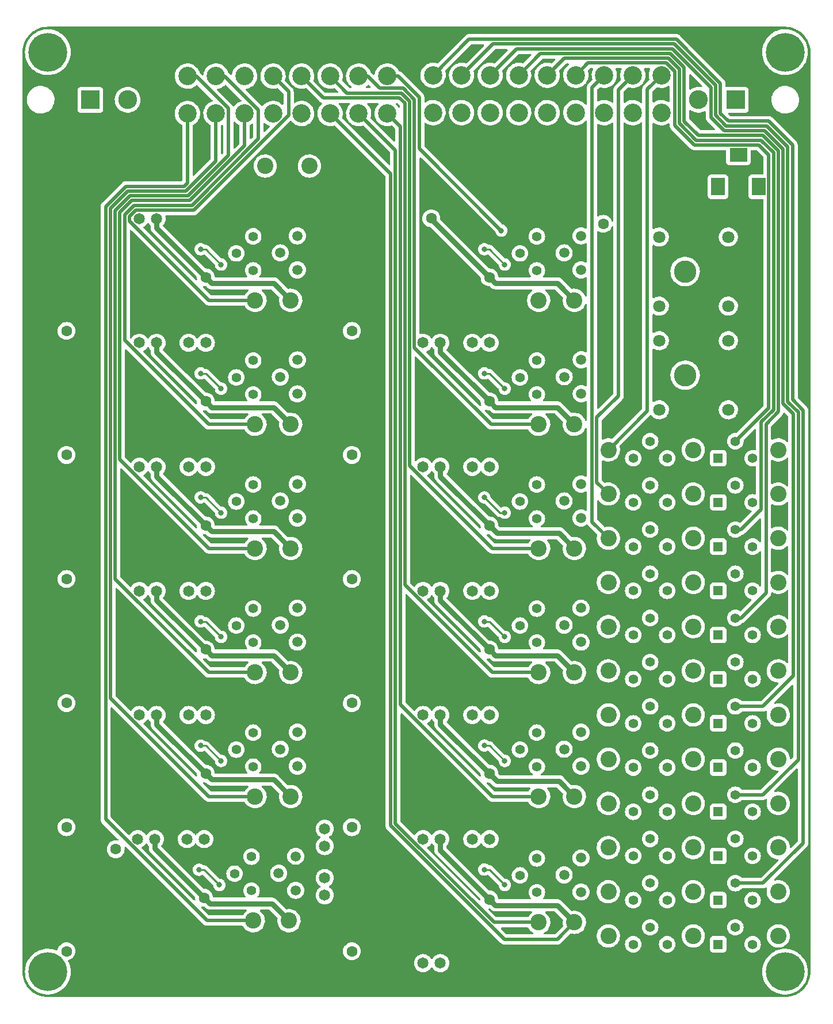
<source format=gbr>
%TF.GenerationSoftware,KiCad,Pcbnew,(6.0.1)*%
%TF.CreationDate,2024-03-16T13:10:30+01:00*%
%TF.ProjectId,CMU,434d552e-6b69-4636-9164-5f7063625858,rev?*%
%TF.SameCoordinates,Original*%
%TF.FileFunction,Copper,L3,Inr*%
%TF.FilePolarity,Positive*%
%FSLAX46Y46*%
G04 Gerber Fmt 4.6, Leading zero omitted, Abs format (unit mm)*
G04 Created by KiCad (PCBNEW (6.0.1)) date 2024-03-16 13:10:30*
%MOMM*%
%LPD*%
G01*
G04 APERTURE LIST*
%TA.AperFunction,ComponentPad*%
%ADD10C,5.700000*%
%TD*%
%TA.AperFunction,ComponentPad*%
%ADD11C,1.400000*%
%TD*%
%TA.AperFunction,ComponentPad*%
%ADD12R,1.400000X1.400000*%
%TD*%
%TA.AperFunction,ComponentPad*%
%ADD13C,1.650000*%
%TD*%
%TA.AperFunction,ComponentPad*%
%ADD14C,2.400000*%
%TD*%
%TA.AperFunction,ComponentPad*%
%ADD15C,1.500000*%
%TD*%
%TA.AperFunction,ComponentPad*%
%ADD16R,2.775000X2.775000*%
%TD*%
%TA.AperFunction,ComponentPad*%
%ADD17C,2.775000*%
%TD*%
%TA.AperFunction,ComponentPad*%
%ADD18C,1.800000*%
%TD*%
%TA.AperFunction,ComponentPad*%
%ADD19C,3.300000*%
%TD*%
%TA.AperFunction,ComponentPad*%
%ADD20R,2.000000X2.600000*%
%TD*%
%TA.AperFunction,ComponentPad*%
%ADD21R,2.600000X2.000000*%
%TD*%
%TA.AperFunction,ComponentPad*%
%ADD22C,2.700000*%
%TD*%
%TA.AperFunction,ViaPad*%
%ADD23C,1.600000*%
%TD*%
%TA.AperFunction,ViaPad*%
%ADD24C,0.800000*%
%TD*%
%TA.AperFunction,Conductor*%
%ADD25C,0.500000*%
%TD*%
%TA.AperFunction,Conductor*%
%ADD26C,0.750000*%
%TD*%
%TA.AperFunction,Conductor*%
%ADD27C,0.250000*%
%TD*%
G04 APERTURE END LIST*
D10*
%TO.N,N/C*%
%TO.C,H4*%
X71500000Y-231000000D03*
%TD*%
D11*
%TO.N,Net-(C13-Pad2)*%
%TO.C,VR27*%
X143480000Y-200845000D03*
%TO.N,Net-(VR27-Pad2)*%
X140980000Y-198345000D03*
%TO.N,unconnected-(VR27-Pad3)*%
X143480000Y-195845000D03*
%TD*%
D12*
%TO.N,Net-(TP27-Pad1)*%
%TO.C,VR25*%
X170155000Y-220480000D03*
D11*
%TO.N,GND_NTC_1_2*%
X172695000Y-217980000D03*
%TO.N,unconnected-(VR25-Pad3)*%
X175235000Y-220480000D03*
%TD*%
D13*
%TO.N,/CMU10/ISO-*%
%TO.C,J28*%
X94770000Y-156750000D03*
%TO.N,CMU11+*%
X92230000Y-156750000D03*
%TD*%
D14*
%TO.N,NTC_3*%
%TO.C,TP14*%
X154000000Y-212750000D03*
%TD*%
%TO.N,Net-(TP21-Pad1)*%
%TO.C,TP21*%
X166500000Y-180250000D03*
%TD*%
D13*
%TO.N,CMU1-*%
%TO.C,J19*%
X136520000Y-211500000D03*
%TO.N,CMU2+*%
X133980000Y-211500000D03*
%TD*%
D14*
%TO.N,GND_NTC_1_2*%
%TO.C,TP40*%
X179000000Y-225750000D03*
%TD*%
%TO.N,NTC_4*%
%TO.C,TP13*%
X154000000Y-206250000D03*
%TD*%
D15*
%TO.N,Net-(VR27-Pad2)*%
%TO.C,VR28*%
X149980000Y-200777000D03*
%TO.N,Net-(R8-Pad1)*%
X147480000Y-198277000D03*
%TO.N,unconnected-(VR28-Pad3)*%
X149980000Y-195777000D03*
%TD*%
D13*
%TO.N,/CMU7/ISO-*%
%TO.C,J25*%
X94520000Y-211500000D03*
%TO.N,CMU8+*%
X91980000Y-211500000D03*
%TD*%
D14*
%TO.N,/CMU5/ISO-*%
%TO.C,TP48*%
X149000000Y-150500000D03*
%TD*%
D12*
%TO.N,Net-(TP24-Pad1)*%
%TO.C,VR22*%
X170155000Y-200980000D03*
D11*
%TO.N,GND_NTC_5_6*%
X172695000Y-198480000D03*
%TO.N,unconnected-(VR22-Pad3)*%
X175235000Y-200980000D03*
%TD*%
D10*
%TO.N,N/C*%
%TO.C,H1*%
X71500000Y-95750000D03*
%TD*%
D13*
%TO.N,/CMU2/ISO+*%
%TO.C,J5*%
X126730000Y-211500000D03*
%TO.N,CMU1-*%
X129270000Y-211500000D03*
%TD*%
%TO.N,/CMU9/ISO-*%
%TO.C,J27*%
X94750000Y-175000000D03*
%TO.N,CMU10+*%
X92210000Y-175000000D03*
%TD*%
D14*
%TO.N,NTC_1*%
%TO.C,TP16*%
X154000000Y-225750000D03*
%TD*%
%TO.N,NTC_7*%
%TO.C,TP10*%
X154000000Y-186750000D03*
%TD*%
D13*
%TO.N,/CMU7/ISO+*%
%TO.C,J10*%
X112250000Y-212520000D03*
%TO.N,/CMU6/ISO-*%
X112250000Y-209980000D03*
%TD*%
D11*
%TO.N,Net-(C31-Pad2)*%
%TO.C,VR33*%
X143480000Y-146095000D03*
%TO.N,Net-(VR33-Pad2)*%
X140980000Y-143595000D03*
%TO.N,unconnected-(VR33-Pad3)*%
X143480000Y-141095000D03*
%TD*%
D14*
%TO.N,Net-(TP17-Pad1)*%
%TO.C,TP17*%
X166500000Y-154250000D03*
%TD*%
%TO.N,GND_NTC_7_8*%
%TO.C,TP34*%
X179000000Y-186750000D03*
%TD*%
%TO.N,CMU9+*%
%TO.C,TP53*%
X102000000Y-187000000D03*
%TD*%
%TO.N,NTC_12*%
%TO.C,TP5*%
X154000000Y-154250000D03*
%TD*%
%TO.N,/CMU3/ISO-*%
%TO.C,TP44*%
X149000000Y-187000000D03*
%TD*%
%TO.N,Net-(TP22-Pad1)*%
%TO.C,TP22*%
X166500000Y-186750000D03*
%TD*%
D16*
%TO.N,/CMU12/ISO-*%
%TO.C,J18*%
X77750000Y-102750000D03*
D17*
X83250000Y-102750000D03*
%TD*%
D14*
%TO.N,GND_NTC_5_6*%
%TO.C,TP36*%
X179000000Y-199750000D03*
%TD*%
%TO.N,/CMU9/ISO-*%
%TO.C,TP54*%
X107250000Y-187000000D03*
%TD*%
%TO.N,NTC_2*%
%TO.C,TP15*%
X154000000Y-219250000D03*
%TD*%
D10*
%TO.N,N/C*%
%TO.C,H2*%
X180000000Y-95750000D03*
%TD*%
D14*
%TO.N,/CMU7/ISO-*%
%TO.C,TP62*%
X107000000Y-223500000D03*
%TD*%
%TO.N,CMU7+*%
%TO.C,TP61*%
X101750000Y-223500000D03*
%TD*%
%TO.N,GND_NTC_11_12*%
%TO.C,TP30*%
X179000000Y-160750000D03*
%TD*%
%TO.N,CMU5+*%
%TO.C,TP47*%
X143750000Y-150500000D03*
%TD*%
D13*
%TO.N,/CMU6/ISO-*%
%TO.C,J24*%
X112250000Y-217230000D03*
%TO.N,CMU7+*%
X112250000Y-219770000D03*
%TD*%
D15*
%TO.N,Net-(VR1-Pad2)*%
%TO.C,VR2*%
X149980000Y-219277000D03*
%TO.N,Net-(R4-Pad1)*%
X147480000Y-216777000D03*
%TO.N,unconnected-(VR2-Pad3)*%
X149980000Y-214277000D03*
%TD*%
D11*
%TO.N,Net-(C55-Pad2)*%
%TO.C,VR41*%
X101730000Y-164345000D03*
%TO.N,Net-(VR41-Pad2)*%
X99230000Y-161845000D03*
%TO.N,unconnected-(VR41-Pad3)*%
X101730000Y-159345000D03*
%TD*%
D12*
%TO.N,Net-(TP17-Pad1)*%
%TO.C,VR15*%
X170155000Y-155480000D03*
D11*
%TO.N,GND_NTC_11_12*%
X172695000Y-152980000D03*
%TO.N,unconnected-(VR15-Pad3)*%
X175235000Y-155480000D03*
%TD*%
D13*
%TO.N,/CMU8/ISO-*%
%TO.C,J26*%
X94750000Y-193250000D03*
%TO.N,CMU9+*%
X92210000Y-193250000D03*
%TD*%
D11*
%TO.N,NTC_9*%
%TO.C,VR6*%
X157655000Y-174980000D03*
%TO.N,Net-(TP20-Pad1)*%
X160155000Y-172480000D03*
%TO.N,unconnected-(VR6-Pad3)*%
X162655000Y-174980000D03*
%TD*%
D13*
%TO.N,/CMU8/ISO+*%
%TO.C,J11*%
X84730000Y-211500000D03*
%TO.N,/CMU7/ISO-*%
X87270000Y-211500000D03*
%TD*%
D14*
%TO.N,GND_NTC_3_4*%
%TO.C,TP38*%
X179000000Y-212750000D03*
%TD*%
%TO.N,CMU1+*%
%TO.C,TP1*%
X143750000Y-223750000D03*
%TD*%
D15*
%TO.N,Net-(VR43-Pad2)*%
%TO.C,VR44*%
X108230000Y-146027000D03*
%TO.N,Net-(R40-Pad1)*%
X105730000Y-143527000D03*
%TO.N,unconnected-(VR44-Pad3)*%
X108230000Y-141027000D03*
%TD*%
D14*
%TO.N,Net-(TP20-Pad1)*%
%TO.C,TP20*%
X166500000Y-173750000D03*
%TD*%
D11*
%TO.N,Net-(C49-Pad2)*%
%TO.C,VR39*%
X101730000Y-182595000D03*
%TO.N,Net-(VR39-Pad2)*%
X99230000Y-180095000D03*
%TO.N,unconnected-(VR39-Pad3)*%
X101730000Y-177595000D03*
%TD*%
D14*
%TO.N,CMU11+*%
%TO.C,TP57*%
X102000000Y-150500000D03*
%TD*%
D18*
%TO.N,unconnected-(J1-Pad1)*%
%TO.C,J1*%
X171660000Y-133104000D03*
%TO.N,unconnected-(J1-Pad2)*%
X161500000Y-133104000D03*
%TO.N,unconnected-(J1-Pad3)*%
X171660000Y-122944000D03*
%TO.N,unconnected-(J1-Pad4)*%
X161500000Y-122944000D03*
D19*
%TO.N,Net-(F1-Pad1)*%
X165300000Y-128024000D03*
%TD*%
D11*
%TO.N,NTC_8*%
%TO.C,VR7*%
X157655000Y-181480000D03*
%TO.N,Net-(TP21-Pad1)*%
X160155000Y-178980000D03*
%TO.N,unconnected-(VR7-Pad3)*%
X162655000Y-181480000D03*
%TD*%
D14*
%TO.N,NTC_10*%
%TO.C,TP7*%
X154000000Y-167250000D03*
%TD*%
%TO.N,Net-(TP28-Pad1)*%
%TO.C,TP28*%
X166500000Y-225750000D03*
%TD*%
%TO.N,CMU12+*%
%TO.C,TP59*%
X102000000Y-132250000D03*
%TD*%
D11*
%TO.N,NTC_3*%
%TO.C,VR12*%
X157655000Y-213980000D03*
%TO.N,Net-(TP26-Pad1)*%
X160155000Y-211480000D03*
%TO.N,unconnected-(VR12-Pad3)*%
X162655000Y-213980000D03*
%TD*%
%TO.N,NTC_11*%
%TO.C,VR4*%
X157655000Y-161980000D03*
%TO.N,Net-(TP18-Pad1)*%
X160155000Y-159480000D03*
%TO.N,unconnected-(VR4-Pad3)*%
X162655000Y-161980000D03*
%TD*%
D12*
%TO.N,Net-(TP19-Pad1)*%
%TO.C,VR17*%
X170155000Y-168480000D03*
D11*
%TO.N,GND_NTC_9_10*%
X172695000Y-165980000D03*
%TO.N,unconnected-(VR17-Pad3)*%
X175235000Y-168480000D03*
%TD*%
D14*
%TO.N,CMU1-*%
%TO.C,TP4*%
X110000000Y-112500000D03*
%TD*%
D15*
%TO.N,Net-(VR33-Pad2)*%
%TO.C,VR34*%
X150000000Y-146000000D03*
%TO.N,Net-(R20-Pad1)*%
X147500000Y-143500000D03*
%TO.N,unconnected-(VR34-Pad3)*%
X150000000Y-141000000D03*
%TD*%
D11*
%TO.N,Net-(C43-Pad2)*%
%TO.C,VR37*%
X101730000Y-200845000D03*
%TO.N,Net-(VR37-Pad2)*%
X99230000Y-198345000D03*
%TO.N,unconnected-(VR37-Pad3)*%
X101730000Y-195845000D03*
%TD*%
D12*
%TO.N,Net-(TP28-Pad1)*%
%TO.C,VR26*%
X170155000Y-226980000D03*
D11*
%TO.N,GND_NTC_1_2*%
X172695000Y-224480000D03*
%TO.N,unconnected-(VR26-Pad3)*%
X175235000Y-226980000D03*
%TD*%
%TO.N,Net-(C6-Pad2)*%
%TO.C,VR1*%
X143480000Y-219345000D03*
%TO.N,Net-(VR1-Pad2)*%
X140980000Y-216845000D03*
%TO.N,unconnected-(VR1-Pad3)*%
X143480000Y-214345000D03*
%TD*%
D14*
%TO.N,/CMU8/ISO-*%
%TO.C,TP52*%
X107250000Y-205250000D03*
%TD*%
D20*
%TO.N,Net-(F1-Pad1)*%
%TO.C,Power_in1*%
X170150000Y-115550000D03*
%TO.N,/CMU1/IN-*%
X176150000Y-115550000D03*
D21*
X173150000Y-110850000D03*
%TD*%
D14*
%TO.N,/CMU4/ISO-*%
%TO.C,TP46*%
X149000000Y-168750000D03*
%TD*%
D15*
%TO.N,Net-(VR35-Pad2)*%
%TO.C,VR36*%
X149980000Y-127777000D03*
%TO.N,Net-(R24-Pad1)*%
X147480000Y-125277000D03*
%TO.N,unconnected-(VR36-Pad3)*%
X149980000Y-122777000D03*
%TD*%
D12*
%TO.N,Net-(TP25-Pad1)*%
%TO.C,VR23*%
X170155000Y-207480000D03*
D11*
%TO.N,GND_NTC_3_4*%
X172695000Y-204980000D03*
%TO.N,unconnected-(VR23-Pad3)*%
X175235000Y-207480000D03*
%TD*%
%TO.N,NTC_12*%
%TO.C,VR3*%
X157655000Y-155480000D03*
%TO.N,Net-(TP17-Pad1)*%
X160155000Y-152980000D03*
%TO.N,unconnected-(VR3-Pad3)*%
X162655000Y-155480000D03*
%TD*%
D14*
%TO.N,CMU8+*%
%TO.C,TP51*%
X102000000Y-205250000D03*
%TD*%
%TO.N,GND_NTC_1_2*%
%TO.C,TP39*%
X179000000Y-219250000D03*
%TD*%
%TO.N,CMU3+*%
%TO.C,TP43*%
X143750000Y-187000000D03*
%TD*%
%TO.N,GND_NTC_11_12*%
%TO.C,TP29*%
X179000000Y-154250000D03*
%TD*%
D11*
%TO.N,NTC_6*%
%TO.C,VR9*%
X157655000Y-194480000D03*
%TO.N,Net-(TP23-Pad1)*%
X160155000Y-191980000D03*
%TO.N,unconnected-(VR9-Pad3)*%
X162655000Y-194480000D03*
%TD*%
D14*
%TO.N,GND_NTC_9_10*%
%TO.C,TP31*%
X179000000Y-167250000D03*
%TD*%
%TO.N,CMU10+*%
%TO.C,TP55*%
X102000000Y-168750000D03*
%TD*%
D13*
%TO.N,/CMU3/ISO+*%
%TO.C,J6*%
X126730000Y-193250000D03*
%TO.N,/CMU2/ISO-*%
X129270000Y-193250000D03*
%TD*%
D11*
%TO.N,NTC_10*%
%TO.C,VR5*%
X157655000Y-168480000D03*
%TO.N,Net-(TP19-Pad1)*%
X160155000Y-165980000D03*
%TO.N,unconnected-(VR5-Pad3)*%
X162655000Y-168480000D03*
%TD*%
%TO.N,Net-(C73-Pad2)*%
%TO.C,VR47*%
X101480000Y-219095000D03*
%TO.N,Net-(VR47-Pad2)*%
X98980000Y-216595000D03*
%TO.N,unconnected-(VR47-Pad3)*%
X101480000Y-214095000D03*
%TD*%
D22*
%TO.N,CMU9+*%
%TO.C,J2*%
X92050000Y-99275000D03*
%TO.N,CMU11+*%
X96250000Y-99275000D03*
%TO.N,CMU12+*%
X100450000Y-99275000D03*
X104650000Y-99275000D03*
%TO.N,CMU3+*%
X108850000Y-99275000D03*
%TO.N,CMU4+*%
X113050000Y-99275000D03*
%TO.N,CMU5+*%
X117250000Y-99275000D03*
%TO.N,CMU6+*%
X121450000Y-99275000D03*
%TO.N,CMU7+*%
X92050000Y-104775000D03*
%TO.N,CMU8+*%
X96250000Y-104775000D03*
%TO.N,CMU10+*%
X100450000Y-104775000D03*
%TO.N,unconnected-(J2-Pad12)*%
X104650000Y-104775000D03*
%TO.N,CMU1-*%
X108850000Y-104775000D03*
X113050000Y-104775000D03*
%TO.N,CMU1+*%
X117250000Y-104775000D03*
%TO.N,CMU2+*%
X121450000Y-104775000D03*
%TD*%
D15*
%TO.N,Net-(VR37-Pad2)*%
%TO.C,VR38*%
X108230000Y-200777000D03*
%TO.N,Net-(R28-Pad1)*%
X105730000Y-198277000D03*
%TO.N,unconnected-(VR38-Pad3)*%
X108230000Y-195777000D03*
%TD*%
D14*
%TO.N,NTC_5*%
%TO.C,TP12*%
X154000000Y-199750000D03*
%TD*%
D16*
%TO.N,CMU1+*%
%TO.C,J17*%
X172743500Y-102750000D03*
D17*
X167243500Y-102750000D03*
%TD*%
D14*
%TO.N,Net-(TP27-Pad1)*%
%TO.C,TP27*%
X166500000Y-219250000D03*
%TD*%
D12*
%TO.N,Net-(TP26-Pad1)*%
%TO.C,VR24*%
X170155000Y-213980000D03*
D11*
%TO.N,GND_NTC_3_4*%
X172695000Y-211480000D03*
%TO.N,unconnected-(VR24-Pad3)*%
X175235000Y-213980000D03*
%TD*%
%TO.N,Net-(C37-Pad2)*%
%TO.C,VR35*%
X143480000Y-127845000D03*
%TO.N,Net-(VR35-Pad2)*%
X140980000Y-125345000D03*
%TO.N,unconnected-(VR35-Pad3)*%
X143480000Y-122845000D03*
%TD*%
D14*
%TO.N,Net-(TP18-Pad1)*%
%TO.C,TP18*%
X166500000Y-160750000D03*
%TD*%
%TO.N,CMU1-*%
%TO.C,TP2*%
X149000000Y-223750000D03*
%TD*%
D11*
%TO.N,NTC_1*%
%TO.C,VR14*%
X157655000Y-226980000D03*
%TO.N,Net-(TP28-Pad1)*%
X160155000Y-224480000D03*
%TO.N,unconnected-(VR14-Pad3)*%
X162655000Y-226980000D03*
%TD*%
D13*
%TO.N,/CMU5/ISO-*%
%TO.C,J23*%
X136520000Y-138500000D03*
%TO.N,CMU6+*%
X133980000Y-138500000D03*
%TD*%
D11*
%TO.N,NTC_4*%
%TO.C,VR11*%
X157655000Y-207480000D03*
%TO.N,Net-(TP25-Pad1)*%
X160155000Y-204980000D03*
%TO.N,unconnected-(VR11-Pad3)*%
X162655000Y-207480000D03*
%TD*%
D15*
%TO.N,Net-(VR45-Pad2)*%
%TO.C,VR46*%
X108230000Y-127777000D03*
%TO.N,Net-(R44-Pad1)*%
X105730000Y-125277000D03*
%TO.N,unconnected-(VR46-Pad3)*%
X108230000Y-122777000D03*
%TD*%
%TO.N,Net-(VR31-Pad2)*%
%TO.C,VR32*%
X149980000Y-164277000D03*
%TO.N,Net-(R16-Pad1)*%
X147480000Y-161777000D03*
%TO.N,unconnected-(VR32-Pad3)*%
X149980000Y-159277000D03*
%TD*%
D14*
%TO.N,CMU2+*%
%TO.C,TP41*%
X143750000Y-205250000D03*
%TD*%
%TO.N,Net-(TP23-Pad1)*%
%TO.C,TP23*%
X166500000Y-193250000D03*
%TD*%
D11*
%TO.N,NTC_2*%
%TO.C,VR13*%
X157655000Y-220480000D03*
%TO.N,Net-(TP27-Pad1)*%
X160155000Y-217980000D03*
%TO.N,unconnected-(VR13-Pad3)*%
X162655000Y-220480000D03*
%TD*%
D12*
%TO.N,Net-(TP21-Pad1)*%
%TO.C,VR19*%
X170155000Y-181480000D03*
D11*
%TO.N,GND_NTC_7_8*%
X172695000Y-178980000D03*
%TO.N,unconnected-(VR19-Pad3)*%
X175235000Y-181480000D03*
%TD*%
D14*
%TO.N,CMU12+*%
%TO.C,TP3*%
X103500000Y-112500000D03*
%TD*%
%TO.N,Net-(TP19-Pad1)*%
%TO.C,TP19*%
X166500000Y-167250000D03*
%TD*%
%TO.N,GND_NTC_9_10*%
%TO.C,TP32*%
X179000000Y-173750000D03*
%TD*%
D13*
%TO.N,/CMU11/ISO+*%
%TO.C,J14*%
X84980000Y-156750000D03*
%TO.N,/CMU10/ISO-*%
X87520000Y-156750000D03*
%TD*%
%TO.N,/CMU2/ISO-*%
%TO.C,J20*%
X136520000Y-193250000D03*
%TO.N,CMU3+*%
X133980000Y-193250000D03*
%TD*%
D14*
%TO.N,/CMU2/ISO-*%
%TO.C,TP42*%
X149000000Y-205250000D03*
%TD*%
D11*
%TO.N,Net-(C25-Pad2)*%
%TO.C,VR31*%
X143480000Y-164345000D03*
%TO.N,Net-(VR31-Pad2)*%
X140980000Y-161845000D03*
%TO.N,unconnected-(VR31-Pad3)*%
X143480000Y-159345000D03*
%TD*%
D12*
%TO.N,Net-(TP23-Pad1)*%
%TO.C,VR21*%
X170155000Y-194480000D03*
D11*
%TO.N,GND_NTC_5_6*%
X172695000Y-191980000D03*
%TO.N,unconnected-(VR21-Pad3)*%
X175235000Y-194480000D03*
%TD*%
D14*
%TO.N,/CMU6/ISO-*%
%TO.C,TP50*%
X149000000Y-132250000D03*
%TD*%
D13*
%TO.N,/CMU6/ISO+*%
%TO.C,J9*%
X126730000Y-138500000D03*
%TO.N,/CMU5/ISO-*%
X129270000Y-138500000D03*
%TD*%
D15*
%TO.N,Net-(VR41-Pad2)*%
%TO.C,VR42*%
X108230000Y-164277000D03*
%TO.N,Net-(R36-Pad1)*%
X105730000Y-161777000D03*
%TO.N,unconnected-(VR42-Pad3)*%
X108230000Y-159277000D03*
%TD*%
%TO.N,Net-(VR47-Pad2)*%
%TO.C,VR48*%
X107980000Y-219027000D03*
%TO.N,Net-(R48-Pad1)*%
X105480000Y-216527000D03*
%TO.N,unconnected-(VR48-Pad3)*%
X107980000Y-214027000D03*
%TD*%
D14*
%TO.N,/CMU10/ISO-*%
%TO.C,TP56*%
X107250000Y-168750000D03*
%TD*%
D11*
%TO.N,Net-(C19-Pad2)*%
%TO.C,VR29*%
X143480000Y-182595000D03*
%TO.N,Net-(VR29-Pad2)*%
X140980000Y-180095000D03*
%TO.N,unconnected-(VR29-Pad3)*%
X143480000Y-177595000D03*
%TD*%
D13*
%TO.N,/CMU1/ISO+*%
%TO.C,J4*%
X126730000Y-229750000D03*
%TO.N,unconnected-(J4-Pad2)*%
X129270000Y-229750000D03*
%TD*%
D14*
%TO.N,GND_NTC_7_8*%
%TO.C,TP33*%
X179000000Y-180250000D03*
%TD*%
%TO.N,/CMU11/ISO-*%
%TO.C,TP58*%
X107250000Y-150500000D03*
%TD*%
D12*
%TO.N,Net-(TP20-Pad1)*%
%TO.C,VR18*%
X170155000Y-174980000D03*
D11*
%TO.N,GND_NTC_9_10*%
X172695000Y-172480000D03*
%TO.N,unconnected-(VR18-Pad3)*%
X175235000Y-174980000D03*
%TD*%
D14*
%TO.N,GND_NTC_5_6*%
%TO.C,TP35*%
X179000000Y-193250000D03*
%TD*%
D11*
%TO.N,NTC_7*%
%TO.C,VR8*%
X157655000Y-187980000D03*
%TO.N,Net-(TP22-Pad1)*%
X160155000Y-185480000D03*
%TO.N,unconnected-(VR8-Pad3)*%
X162655000Y-187980000D03*
%TD*%
%TO.N,Net-(C67-Pad2)*%
%TO.C,VR45*%
X101730000Y-127845000D03*
%TO.N,Net-(VR45-Pad2)*%
X99230000Y-125345000D03*
%TO.N,unconnected-(VR45-Pad3)*%
X101730000Y-122845000D03*
%TD*%
D12*
%TO.N,Net-(TP22-Pad1)*%
%TO.C,VR20*%
X170155000Y-187980000D03*
D11*
%TO.N,GND_NTC_7_8*%
X172695000Y-185480000D03*
%TO.N,unconnected-(VR20-Pad3)*%
X175235000Y-187980000D03*
%TD*%
D13*
%TO.N,/CMU9/ISO+*%
%TO.C,J12*%
X84980000Y-193250000D03*
%TO.N,/CMU8/ISO-*%
X87520000Y-193250000D03*
%TD*%
D14*
%TO.N,Net-(TP24-Pad1)*%
%TO.C,TP24*%
X166500000Y-199750000D03*
%TD*%
%TO.N,NTC_8*%
%TO.C,TP9*%
X154000000Y-180250000D03*
%TD*%
D13*
%TO.N,/CMU3/ISO-*%
%TO.C,J21*%
X136520000Y-175000000D03*
%TO.N,CMU4+*%
X133980000Y-175000000D03*
%TD*%
D14*
%TO.N,Net-(TP25-Pad1)*%
%TO.C,TP25*%
X166500000Y-206250000D03*
%TD*%
D18*
%TO.N,unconnected-(J3-Pad1)*%
%TO.C,J3*%
X171660000Y-148354000D03*
%TO.N,unconnected-(J3-Pad2)*%
X161500000Y-148354000D03*
%TO.N,unconnected-(J3-Pad3)*%
X171660000Y-138194000D03*
%TO.N,unconnected-(J3-Pad4)*%
X161500000Y-138194000D03*
D19*
%TO.N,/CMU1/IN-*%
X165300000Y-143274000D03*
%TD*%
D11*
%TO.N,NTC_5*%
%TO.C,VR10*%
X157655000Y-200980000D03*
%TO.N,Net-(TP24-Pad1)*%
X160155000Y-198480000D03*
%TO.N,unconnected-(VR10-Pad3)*%
X162655000Y-200980000D03*
%TD*%
D14*
%TO.N,NTC_6*%
%TO.C,TP11*%
X154000000Y-193250000D03*
%TD*%
D11*
%TO.N,Net-(C61-Pad2)*%
%TO.C,VR43*%
X101730000Y-146095000D03*
%TO.N,Net-(VR43-Pad2)*%
X99230000Y-143595000D03*
%TO.N,unconnected-(VR43-Pad3)*%
X101730000Y-141095000D03*
%TD*%
D13*
%TO.N,/CMU4/ISO-*%
%TO.C,J22*%
X136520000Y-156750000D03*
%TO.N,CMU5+*%
X133980000Y-156750000D03*
%TD*%
D15*
%TO.N,Net-(VR39-Pad2)*%
%TO.C,VR40*%
X108230000Y-182527000D03*
%TO.N,Net-(R32-Pad1)*%
X105730000Y-180027000D03*
%TO.N,unconnected-(VR40-Pad3)*%
X108230000Y-177527000D03*
%TD*%
D14*
%TO.N,Net-(TP26-Pad1)*%
%TO.C,TP26*%
X166500000Y-212750000D03*
%TD*%
%TO.N,/CMU12/ISO-*%
%TO.C,TP60*%
X107250000Y-132250000D03*
%TD*%
%TO.N,CMU4+*%
%TO.C,TP45*%
X143750000Y-168750000D03*
%TD*%
%TO.N,CMU6+*%
%TO.C,TP49*%
X143750000Y-132250000D03*
%TD*%
D10*
%TO.N,N/C*%
%TO.C,H3*%
X180000000Y-231000000D03*
%TD*%
D12*
%TO.N,Net-(TP18-Pad1)*%
%TO.C,VR16*%
X170155000Y-161980000D03*
D11*
%TO.N,GND_NTC_11_12*%
X172695000Y-159480000D03*
%TO.N,unconnected-(VR16-Pad3)*%
X175235000Y-161980000D03*
%TD*%
D13*
%TO.N,/CMU4/ISO+*%
%TO.C,J7*%
X126730000Y-175000000D03*
%TO.N,/CMU3/ISO-*%
X129270000Y-175000000D03*
%TD*%
%TO.N,unconnected-(J16-Pad1)*%
%TO.C,J16*%
X84980000Y-120250000D03*
%TO.N,/CMU12/ISO-*%
X87520000Y-120250000D03*
%TD*%
D15*
%TO.N,Net-(VR29-Pad2)*%
%TO.C,VR30*%
X149980000Y-182527000D03*
%TO.N,Net-(R12-Pad1)*%
X147480000Y-180027000D03*
%TO.N,unconnected-(VR30-Pad3)*%
X149980000Y-177527000D03*
%TD*%
D13*
%TO.N,/CMU12/ISO+*%
%TO.C,J15*%
X84980000Y-138500000D03*
%TO.N,/CMU11/ISO-*%
X87520000Y-138500000D03*
%TD*%
%TO.N,/CMU11/ISO-*%
%TO.C,J29*%
X94750000Y-138500000D03*
%TO.N,CMU12+*%
X92210000Y-138500000D03*
%TD*%
D22*
%TO.N,GND_NTC_1_2*%
%TO.C,J30*%
X128200000Y-99150000D03*
%TO.N,GND_NTC_3_4*%
X132400000Y-99150000D03*
%TO.N,GND_NTC_5_6*%
X136600000Y-99150000D03*
%TO.N,GND_NTC_7_8*%
X140800000Y-99150000D03*
%TO.N,GND_NTC_9_10*%
X145000000Y-99150000D03*
%TO.N,GND_NTC_11_12*%
X149200000Y-99150000D03*
%TO.N,NTC_10*%
X153400000Y-99150000D03*
%TO.N,NTC_11*%
X157600000Y-99150000D03*
%TO.N,NTC_12*%
X161800000Y-99150000D03*
%TO.N,NTC_1*%
X128200000Y-104650000D03*
%TO.N,NTC_2*%
X132400000Y-104650000D03*
%TO.N,NTC_3*%
X136600000Y-104650000D03*
%TO.N,NTC_4*%
X140800000Y-104650000D03*
%TO.N,NTC_5*%
X145000000Y-104650000D03*
%TO.N,NTC_6*%
X149200000Y-104650000D03*
%TO.N,NTC_7*%
X153400000Y-104650000D03*
%TO.N,NTC_8*%
X157600000Y-104650000D03*
%TO.N,NTC_9*%
X161800000Y-104650000D03*
%TD*%
D13*
%TO.N,/CMU10/ISO+*%
%TO.C,J13*%
X84980000Y-175000000D03*
%TO.N,/CMU9/ISO-*%
X87520000Y-175000000D03*
%TD*%
D14*
%TO.N,GND_NTC_3_4*%
%TO.C,TP37*%
X179000000Y-206250000D03*
%TD*%
D13*
%TO.N,/CMU5/ISO+*%
%TO.C,J8*%
X126730000Y-156750000D03*
%TO.N,/CMU4/ISO-*%
X129270000Y-156750000D03*
%TD*%
D14*
%TO.N,NTC_9*%
%TO.C,TP8*%
X154000000Y-173750000D03*
%TD*%
%TO.N,NTC_11*%
%TO.C,TP6*%
X154000000Y-160750000D03*
%TD*%
D23*
%TO.N,/CMU1/IN-*%
X74250000Y-191500000D03*
X116250000Y-228000000D03*
X153250000Y-121000000D03*
X74250000Y-209750000D03*
X116250000Y-155000000D03*
X74250000Y-173250000D03*
X74250000Y-228000000D03*
X116250000Y-173250000D03*
X116250000Y-136750000D03*
X116250000Y-209750000D03*
X74250000Y-155000000D03*
X74250000Y-136750000D03*
X116250000Y-191500000D03*
D24*
%TO.N,CMU6+*%
X138250000Y-122000000D03*
D23*
%TO.N,CMU1-*%
X136500000Y-220375500D03*
D24*
%TO.N,Net-(PS1-Pad2)*%
X135739043Y-215991234D03*
X138750000Y-218250000D03*
%TO.N,Net-(PS2-Pad2)*%
X138750000Y-200000000D03*
X135739043Y-197741234D03*
%TO.N,Net-(PS3-Pad2)*%
X135739043Y-179491234D03*
X138750000Y-181750000D03*
%TO.N,Net-(PS4-Pad2)*%
X135739043Y-161241234D03*
X138750000Y-163500000D03*
%TO.N,Net-(PS5-Pad2)*%
X135739043Y-142991234D03*
X138750000Y-145250000D03*
%TO.N,Net-(PS6-Pad2)*%
X138750000Y-127000000D03*
X135739043Y-124741234D03*
%TO.N,Net-(PS7-Pad2)*%
X93750000Y-216000000D03*
X96750000Y-218250000D03*
%TO.N,Net-(PS8-Pad2)*%
X97000000Y-200000000D03*
X94000000Y-197750000D03*
%TO.N,Net-(PS9-Pad2)*%
X97000000Y-181750000D03*
X93989043Y-179491234D03*
%TO.N,Net-(PS10-Pad2)*%
X93989043Y-161241234D03*
X97000000Y-163500000D03*
%TO.N,Net-(PS11-Pad2)*%
X94000000Y-143000000D03*
X97000000Y-145250000D03*
%TO.N,Net-(PS12-Pad2)*%
X97000000Y-127000000D03*
X93989043Y-124741234D03*
D23*
%TO.N,/CMU7/ISO+*%
X81500000Y-213000000D03*
%TO.N,/CMU2/ISO-*%
X136500000Y-201875500D03*
%TO.N,/CMU3/ISO-*%
X136500000Y-183625500D03*
%TO.N,/CMU4/ISO-*%
X136500000Y-165375500D03*
%TO.N,/CMU5/ISO-*%
X136500000Y-147125500D03*
%TO.N,/CMU6/ISO-*%
X127939943Y-120189443D03*
X136500000Y-128875500D03*
%TO.N,/CMU8/ISO-*%
X94750000Y-201875500D03*
%TO.N,/CMU9/ISO-*%
X94750000Y-183625500D03*
%TO.N,/CMU10/ISO-*%
X94750000Y-165375500D03*
%TO.N,/CMU11/ISO-*%
X94750000Y-147125500D03*
%TO.N,/CMU12/ISO-*%
X94750000Y-128875500D03*
%TO.N,/CMU7/ISO-*%
X94500000Y-220125500D03*
%TD*%
D25*
%TO.N,CMU12+*%
X95177568Y-132250000D02*
X102000000Y-132250000D01*
%TO.N,CMU7+*%
X94927568Y-223500000D02*
X101750000Y-223500000D01*
%TO.N,CMU3+*%
X136927568Y-187000000D02*
X143750000Y-187000000D01*
%TO.N,CMU2+*%
X121450000Y-104775000D02*
X123356929Y-106681929D01*
X123356929Y-191679361D02*
X136927568Y-205250000D01*
X136927568Y-205250000D02*
X143750000Y-205250000D01*
X123356929Y-106681929D02*
X123356929Y-191679361D01*
%TO.N,CMU3+*%
X108850000Y-99275000D02*
X112048550Y-102473550D01*
X124056449Y-174128881D02*
X136927568Y-187000000D01*
X123255740Y-102473550D02*
X124056449Y-103274259D01*
X124056449Y-103274259D02*
X124056449Y-174128881D01*
X112048550Y-102473550D02*
X123255740Y-102473550D01*
%TO.N,CMU4+*%
X115549030Y-101774030D02*
X123545490Y-101774030D01*
X113050000Y-99275000D02*
X115549030Y-101774030D01*
X123545490Y-101774030D02*
X124755969Y-102984509D01*
X124755969Y-156578401D02*
X136927568Y-168750000D01*
X136927568Y-168750000D02*
X143750000Y-168750000D01*
X124755969Y-102984509D02*
X124755969Y-156578401D01*
%TO.N,CMU5+*%
X118525000Y-99275000D02*
X120324511Y-101074511D01*
X125455489Y-102694759D02*
X125455489Y-139205489D01*
X136750000Y-150500000D02*
X143750000Y-150500000D01*
X117250000Y-99275000D02*
X118525000Y-99275000D01*
X123835241Y-101074511D02*
X125455489Y-102694759D01*
X125455489Y-139205489D02*
X136750000Y-150500000D01*
X120324511Y-101074511D02*
X123835241Y-101074511D01*
%TO.N,CMU6+*%
X123025000Y-99275000D02*
X121450000Y-99275000D01*
X126155009Y-109905009D02*
X126155009Y-102405009D01*
X138250000Y-122000000D02*
X126155009Y-109905009D01*
X126155009Y-102405009D02*
X123025000Y-99275000D01*
D26*
%TO.N,CMU1-*%
X137374500Y-221250000D02*
X146500000Y-221250000D01*
X129270000Y-211500000D02*
X129270000Y-213145500D01*
X146500000Y-221250000D02*
X149000000Y-223750000D01*
D25*
X121957890Y-209519592D02*
X138688298Y-226250000D01*
X138688298Y-226250000D02*
X146500000Y-226250000D01*
X146500000Y-226250000D02*
X149000000Y-223750000D01*
X121957889Y-113682889D02*
X121957890Y-209519592D01*
X113050000Y-104775000D02*
X121957889Y-113682889D01*
D26*
X129270000Y-213145500D02*
X136500000Y-220375500D01*
X136500000Y-220375500D02*
X137374500Y-221250000D01*
D25*
%TO.N,CMU1+*%
X122657409Y-209229841D02*
X137177568Y-223750000D01*
X122657409Y-110182409D02*
X122657409Y-209229841D01*
X117250000Y-104775000D02*
X122657409Y-110182409D01*
X137177568Y-223750000D02*
X143750000Y-223750000D01*
%TO.N,CMU8+*%
X96250000Y-111762814D02*
X91835405Y-116177409D01*
X83293077Y-116177411D02*
X80701922Y-118768566D01*
X87749998Y-116177411D02*
X83293077Y-116177411D01*
X91835405Y-116177409D02*
X87749998Y-116177411D01*
X96250000Y-104775000D02*
X96250000Y-111762814D01*
X95177568Y-205250000D02*
X102000000Y-205250000D01*
X80701922Y-118768566D02*
X80701922Y-190774354D01*
X80701922Y-190774354D02*
X95177568Y-205250000D01*
%TO.N,CMU9+*%
X92125155Y-116876929D02*
X83582826Y-116876932D01*
X92050000Y-99275000D02*
X93294894Y-99275000D01*
X83582826Y-116876932D02*
X81401441Y-119058317D01*
X81401442Y-173223874D02*
X95177568Y-187000000D01*
X93294894Y-99275000D02*
X98049511Y-104029617D01*
X98049511Y-110952573D02*
X92125155Y-116876929D01*
X81401442Y-121250000D02*
X81401442Y-173223874D01*
X81401441Y-119058317D02*
X81401442Y-121250000D01*
X98049511Y-104029617D02*
X98049511Y-110952573D01*
X95177568Y-187000000D02*
X102000000Y-187000000D01*
%TO.N,CMU10+*%
X92414905Y-117576449D02*
X83872577Y-117576451D01*
X82100960Y-155673392D02*
X95177568Y-168750000D01*
X82100961Y-119348067D02*
X82100960Y-155673392D01*
X100450000Y-109541354D02*
X92414905Y-117576449D01*
X100450000Y-104775000D02*
X100450000Y-109541354D01*
X83872577Y-117576451D02*
X82100961Y-119348067D01*
X95177568Y-168750000D02*
X102000000Y-168750000D01*
%TO.N,CMU11+*%
X95177568Y-150500000D02*
X102000000Y-150500000D01*
X82800480Y-119637818D02*
X82800480Y-138122912D01*
X82800480Y-138122912D02*
X95177568Y-150500000D01*
X84162328Y-118275970D02*
X82800480Y-119637818D01*
X97525000Y-99275000D02*
X102500000Y-104250000D01*
X102500000Y-104250000D02*
X102500000Y-108480624D01*
X96250000Y-99275000D02*
X97525000Y-99275000D01*
X102500000Y-108480624D02*
X92704655Y-118275969D01*
X92704655Y-118275969D02*
X84162328Y-118275970D01*
%TO.N,CMU12+*%
X83500000Y-119927568D02*
X83500000Y-120572432D01*
X106929511Y-101554511D02*
X106929511Y-105040383D01*
X104650000Y-99275000D02*
X106929511Y-101554511D01*
X83500000Y-120572432D02*
X95177568Y-132250000D01*
X92994405Y-118975489D02*
X84452079Y-118975489D01*
X106929511Y-105040383D02*
X92994405Y-118975489D01*
X84452079Y-118975489D02*
X83500000Y-119927568D01*
%TO.N,CMU7+*%
X91545655Y-115477889D02*
X83003326Y-115477892D01*
X80002403Y-208574835D02*
X94927568Y-223500000D01*
X92050000Y-114973544D02*
X91545655Y-115477889D01*
X92050000Y-104775000D02*
X92050000Y-114973544D01*
X83003326Y-115477892D02*
X80002403Y-118478815D01*
X80002403Y-118478815D02*
X80002403Y-208574835D01*
D27*
%TO.N,Net-(PS1-Pad2)*%
X138750000Y-218250000D02*
X136491234Y-215991234D01*
X136491234Y-215991234D02*
X135739043Y-215991234D01*
%TO.N,Net-(PS2-Pad2)*%
X138750000Y-200000000D02*
X136491234Y-197741234D01*
X136491234Y-197741234D02*
X135739043Y-197741234D01*
%TO.N,Net-(PS3-Pad2)*%
X136491234Y-179491234D02*
X135739043Y-179491234D01*
X138750000Y-181750000D02*
X136491234Y-179491234D01*
%TO.N,Net-(PS4-Pad2)*%
X138750000Y-163500000D02*
X137997809Y-163500000D01*
X137997809Y-163500000D02*
X135739043Y-161241234D01*
%TO.N,Net-(PS5-Pad2)*%
X138750000Y-145250000D02*
X136491234Y-142991234D01*
X136491234Y-142991234D02*
X135739043Y-142991234D01*
%TO.N,Net-(PS6-Pad2)*%
X136491234Y-124741234D02*
X135739043Y-124741234D01*
X138750000Y-127000000D02*
X136491234Y-124741234D01*
%TO.N,Net-(PS7-Pad2)*%
X96750000Y-218250000D02*
X94500000Y-216000000D01*
X94500000Y-216000000D02*
X93750000Y-216000000D01*
%TO.N,Net-(PS8-Pad2)*%
X94750000Y-197750000D02*
X94000000Y-197750000D01*
X97000000Y-200000000D02*
X94750000Y-197750000D01*
%TO.N,Net-(PS9-Pad2)*%
X97000000Y-181750000D02*
X94741234Y-179491234D01*
X94741234Y-179491234D02*
X93989043Y-179491234D01*
%TO.N,Net-(PS10-Pad2)*%
X94741234Y-161241234D02*
X93989043Y-161241234D01*
X97000000Y-163500000D02*
X94741234Y-161241234D01*
%TO.N,Net-(PS11-Pad2)*%
X97000000Y-145250000D02*
X94750000Y-143000000D01*
X94750000Y-143000000D02*
X94000000Y-143000000D01*
%TO.N,Net-(PS12-Pad2)*%
X94741234Y-124741234D02*
X93989043Y-124741234D01*
X97000000Y-127000000D02*
X94741234Y-124741234D01*
D25*
%TO.N,NTC_12*%
X159750000Y-101200000D02*
X161800000Y-99150000D01*
X154000000Y-154250000D02*
X159750000Y-148500000D01*
X159750000Y-148500000D02*
X159750000Y-101200000D01*
%TO.N,NTC_11*%
X155500000Y-146300009D02*
X155500000Y-101250000D01*
X154000000Y-160750000D02*
X152300009Y-159050009D01*
X152300009Y-149500000D02*
X155500000Y-146300009D01*
X152300009Y-159050009D02*
X152300009Y-149500000D01*
X155500000Y-101250000D02*
X157600000Y-99150000D01*
%TO.N,NTC_10*%
X151600489Y-100949511D02*
X153400000Y-99150000D01*
X151600489Y-164850489D02*
X151600489Y-100949511D01*
X154000000Y-167250000D02*
X151600489Y-164850489D01*
%TO.N,GND_NTC_11_12*%
X166650489Y-109400489D02*
X176150489Y-109400489D01*
X176150489Y-109400489D02*
X177599511Y-110849511D01*
X163750000Y-106500000D02*
X166650489Y-109400489D01*
X177599511Y-110849511D02*
X177599511Y-148075489D01*
X162545383Y-97350489D02*
X163750000Y-98555106D01*
X149200000Y-99150000D02*
X150999511Y-97350489D01*
X177599511Y-148075489D02*
X172695000Y-152980000D01*
X163750000Y-98555106D02*
X163750000Y-106500000D01*
X150999511Y-97350489D02*
X162545383Y-97350489D01*
%TO.N,GND_NTC_9_10*%
X176500000Y-163000000D02*
X173520000Y-165980000D01*
X166940239Y-108700969D02*
X176440240Y-108700970D01*
X145000000Y-99150000D02*
X147499030Y-96650970D01*
X164449519Y-106210249D02*
X166940239Y-108700969D01*
X162835134Y-96650970D02*
X164449519Y-98265355D01*
X173520000Y-165980000D02*
X172695000Y-165980000D01*
X178299030Y-148365240D02*
X176500000Y-150164270D01*
X178299031Y-110559761D02*
X178299030Y-111139262D01*
X147499030Y-96650970D02*
X162835134Y-96650970D01*
X164449519Y-98265355D02*
X164449519Y-106210249D01*
X176440240Y-108700970D02*
X178299031Y-110559761D01*
X178299030Y-111139262D02*
X178299030Y-148365240D01*
X176500000Y-150164270D02*
X176500000Y-163000000D01*
%TO.N,GND_NTC_7_8*%
X177199520Y-150454020D02*
X177199520Y-175300480D01*
X143998550Y-95951450D02*
X163124885Y-95951451D01*
X165149038Y-105920498D02*
X167229989Y-108001449D01*
X176729991Y-108001451D02*
X178998551Y-110270012D01*
X178998550Y-111750000D02*
X178998549Y-148654991D01*
X165149038Y-97975604D02*
X165149038Y-105920498D01*
X173520000Y-178980000D02*
X172695000Y-178980000D01*
X178998549Y-148654991D02*
X177199520Y-150454020D01*
X140800000Y-99150000D02*
X143998550Y-95951450D01*
X167229989Y-108001449D02*
X176729991Y-108001451D01*
X178998551Y-110270012D02*
X178998550Y-111750000D01*
X163124885Y-95951451D02*
X165149038Y-97975604D01*
X177199520Y-175300480D02*
X173520000Y-178980000D01*
%TO.N,GND_NTC_5_6*%
X177019739Y-107301930D02*
X179698071Y-109980262D01*
X181250000Y-149000000D02*
X181250000Y-187500000D01*
X136600000Y-99150000D02*
X140498069Y-95251931D01*
X140498069Y-95251931D02*
X163414636Y-95251932D01*
X179698071Y-147448071D02*
X181250000Y-149000000D01*
X169080511Y-105330511D02*
X171051930Y-107301930D01*
X176770000Y-191980000D02*
X172695000Y-191980000D01*
X163414636Y-95251932D02*
X169080511Y-100917807D01*
X169080511Y-100917807D02*
X169080511Y-105330511D01*
X179698071Y-109980262D02*
X179698071Y-147448071D01*
X181250000Y-187500000D02*
X176770000Y-191980000D01*
X171051930Y-107301930D02*
X177019739Y-107301930D01*
%TO.N,GND_NTC_3_4*%
X169780031Y-100628057D02*
X169780031Y-105040761D01*
X176770000Y-204980000D02*
X172695000Y-204980000D01*
X181949519Y-149289751D02*
X181949519Y-199800481D01*
X132400000Y-99150000D02*
X136997589Y-94552411D01*
X163704387Y-94552413D02*
X169780031Y-100628057D01*
X180397591Y-147158321D02*
X181949520Y-148710250D01*
X171341680Y-106602410D02*
X177309490Y-106602411D01*
X181949520Y-148710250D02*
X181949519Y-149289751D01*
X180397591Y-109690512D02*
X180397591Y-147158321D01*
X177309490Y-106602411D02*
X180397591Y-109690512D01*
X142000000Y-94552411D02*
X163704387Y-94552413D01*
X136997589Y-94552411D02*
X142000000Y-94552411D01*
X169780031Y-105040761D02*
X171341680Y-106602410D01*
X181949519Y-199800481D02*
X176770000Y-204980000D01*
%TO.N,GND_NTC_1_2*%
X128200000Y-99150000D02*
X133497109Y-93852891D01*
X133497109Y-93852891D02*
X163994135Y-93852891D01*
X170479550Y-104751010D02*
X171631430Y-105902890D01*
X163994135Y-93852891D02*
X170479551Y-100338307D01*
X177599241Y-105902892D02*
X181097111Y-109400762D01*
X170479551Y-100338307D02*
X170479550Y-100917808D01*
X173750000Y-105902890D02*
X177599241Y-105902892D01*
X182649040Y-148420501D02*
X182649039Y-150250000D01*
X182649039Y-150250000D02*
X182649039Y-212100961D01*
X176770000Y-217980000D02*
X172695000Y-217980000D01*
X182649039Y-212100961D02*
X176770000Y-217980000D01*
X170479550Y-100917808D02*
X170479550Y-104751010D01*
X171631430Y-105902890D02*
X173750000Y-105902890D01*
X181097111Y-146868571D02*
X182649040Y-148420501D01*
X181097111Y-109400762D02*
X181097111Y-146868571D01*
D26*
%TO.N,/CMU2/ISO-*%
X129270000Y-194645500D02*
X129270000Y-193250000D01*
X136500000Y-201875500D02*
X129270000Y-194645500D01*
X137624500Y-203000000D02*
X146750000Y-203000000D01*
X146750000Y-203000000D02*
X149000000Y-205250000D01*
X136500000Y-201875500D02*
X137624500Y-203000000D01*
%TO.N,/CMU3/ISO-*%
X129270000Y-176395500D02*
X129270000Y-175000000D01*
X136500000Y-183625500D02*
X129270000Y-176395500D01*
X137374500Y-184500000D02*
X136500000Y-183625500D01*
X146500000Y-184500000D02*
X137374500Y-184500000D01*
X149000000Y-187000000D02*
X146500000Y-184500000D01*
%TO.N,/CMU4/ISO-*%
X129270000Y-158145500D02*
X129270000Y-156750000D01*
X137624500Y-166500000D02*
X146750000Y-166500000D01*
X136500000Y-165375500D02*
X129270000Y-158145500D01*
X146750000Y-166500000D02*
X149000000Y-168750000D01*
X136500000Y-165375500D02*
X137624500Y-166500000D01*
%TO.N,/CMU5/ISO-*%
X136500000Y-147125500D02*
X129270000Y-139895500D01*
X136500000Y-147125500D02*
X137374500Y-148000000D01*
X129270000Y-139895500D02*
X129270000Y-138500000D01*
X146500000Y-148000000D02*
X149000000Y-150500000D01*
X137374500Y-148000000D02*
X146500000Y-148000000D01*
%TO.N,/CMU6/ISO-*%
X146500000Y-129750000D02*
X149000000Y-132250000D01*
X136500000Y-128875500D02*
X127939943Y-120315443D01*
X136500000Y-128875500D02*
X137374500Y-129750000D01*
X127939943Y-120315443D02*
X127939943Y-120189443D01*
X137374500Y-129750000D02*
X146500000Y-129750000D01*
%TO.N,/CMU8/ISO-*%
X87520000Y-194645500D02*
X87520000Y-193250000D01*
X95624500Y-202750000D02*
X104750000Y-202750000D01*
X104750000Y-202750000D02*
X107250000Y-205250000D01*
X94750000Y-201875500D02*
X95624500Y-202750000D01*
X94750000Y-201875500D02*
X87520000Y-194645500D01*
%TO.N,/CMU9/ISO-*%
X95624500Y-184500000D02*
X104750000Y-184500000D01*
X87520000Y-176395500D02*
X87520000Y-175000000D01*
X94750000Y-183625500D02*
X95624500Y-184500000D01*
X104750000Y-184500000D02*
X107250000Y-187000000D01*
X94750000Y-183625500D02*
X87520000Y-176395500D01*
%TO.N,/CMU10/ISO-*%
X94750000Y-165375500D02*
X95624500Y-166250000D01*
X94750000Y-165375500D02*
X87520000Y-158145500D01*
X87520000Y-158145500D02*
X87520000Y-156750000D01*
X95624500Y-166250000D02*
X104750000Y-166250000D01*
X104750000Y-166250000D02*
X107250000Y-168750000D01*
%TO.N,/CMU11/ISO-*%
X94750000Y-147125500D02*
X87520000Y-139895500D01*
X94750000Y-147125500D02*
X95624500Y-148000000D01*
X104750000Y-148000000D02*
X107250000Y-150500000D01*
X95624500Y-148000000D02*
X104750000Y-148000000D01*
X87520000Y-139895500D02*
X87520000Y-138500000D01*
%TO.N,/CMU12/ISO-*%
X94750000Y-128875500D02*
X95624500Y-129750000D01*
X87520000Y-121645500D02*
X87520000Y-120250000D01*
X95624500Y-129750000D02*
X104750000Y-129750000D01*
X104750000Y-129750000D02*
X107250000Y-132250000D01*
X94750000Y-128875500D02*
X87520000Y-121645500D01*
%TO.N,/CMU7/ISO-*%
X87270000Y-212895500D02*
X87270000Y-211500000D01*
X95374500Y-221000000D02*
X104500000Y-221000000D01*
X94500000Y-220125500D02*
X95374500Y-221000000D01*
X104500000Y-221000000D02*
X107000000Y-223500000D01*
X94500000Y-220125500D02*
X87270000Y-212895500D01*
%TD*%
%TA.AperFunction,NonConductor*%
G36*
X97718625Y-100553585D02*
G01*
X97757267Y-100579948D01*
X99962350Y-102785031D01*
X99996376Y-102847343D01*
X99991311Y-102918158D01*
X99948764Y-102974994D01*
X99915004Y-102993008D01*
X99714231Y-103063515D01*
X99714225Y-103063517D01*
X99710015Y-103064996D01*
X99706062Y-103067049D01*
X99706056Y-103067052D01*
X99591848Y-103126379D01*
X99476456Y-103186321D01*
X99472841Y-103188904D01*
X99472835Y-103188908D01*
X99379595Y-103255539D01*
X99262322Y-103339344D01*
X99259095Y-103342422D01*
X99259093Y-103342424D01*
X99075481Y-103517581D01*
X99071885Y-103521011D01*
X98938501Y-103690209D01*
X98935211Y-103694382D01*
X98877330Y-103735495D01*
X98806410Y-103738789D01*
X98744967Y-103703218D01*
X98730889Y-103685461D01*
X98692325Y-103626641D01*
X98689978Y-103622922D01*
X98652106Y-103560510D01*
X98644708Y-103552133D01*
X98644735Y-103552109D01*
X98642082Y-103549117D01*
X98639379Y-103545884D01*
X98635367Y-103539765D01*
X98579128Y-103486489D01*
X98576686Y-103484111D01*
X96424665Y-101332090D01*
X96390639Y-101269778D01*
X96395704Y-101198963D01*
X96438251Y-101142127D01*
X96493071Y-101118706D01*
X96600369Y-101100846D01*
X96680576Y-101087496D01*
X96680580Y-101087495D01*
X96684966Y-101086765D01*
X96689207Y-101085424D01*
X96689210Y-101085423D01*
X96931661Y-101008746D01*
X96931663Y-101008745D01*
X96935907Y-101007403D01*
X96939918Y-101005477D01*
X96939923Y-101005475D01*
X97169143Y-100895405D01*
X97169144Y-100895404D01*
X97173162Y-100893475D01*
X97305064Y-100805341D01*
X97388289Y-100749732D01*
X97388293Y-100749729D01*
X97391997Y-100747254D01*
X97395314Y-100744283D01*
X97395318Y-100744280D01*
X97584107Y-100575186D01*
X97648195Y-100544637D01*
X97718625Y-100553585D01*
G37*
%TD.AperFunction*%
%TA.AperFunction,NonConductor*%
G36*
X103464050Y-106206138D02*
G01*
X103481251Y-106220142D01*
X103578623Y-106299415D01*
X103582431Y-106301708D01*
X103582433Y-106301709D01*
X103800288Y-106432868D01*
X103800292Y-106432870D01*
X103804104Y-106435165D01*
X103910561Y-106480244D01*
X104042359Y-106536054D01*
X104042364Y-106536056D01*
X104046462Y-106537791D01*
X104050765Y-106538932D01*
X104050771Y-106538934D01*
X104082246Y-106547280D01*
X104142965Y-106584073D01*
X104174153Y-106647853D01*
X104165908Y-106718369D01*
X104139047Y-106758166D01*
X103473595Y-107423618D01*
X103411283Y-107457644D01*
X103340468Y-107452579D01*
X103283632Y-107410032D01*
X103258821Y-107343512D01*
X103258500Y-107334523D01*
X103258500Y-106303850D01*
X103278502Y-106235729D01*
X103332158Y-106189236D01*
X103402432Y-106179132D01*
X103464050Y-106206138D01*
G37*
%TD.AperFunction*%
%TA.AperFunction,NonConductor*%
G36*
X101681718Y-106275892D02*
G01*
X101729161Y-106328709D01*
X101741500Y-106383089D01*
X101741500Y-108114253D01*
X101721498Y-108182374D01*
X101704595Y-108203348D01*
X101423595Y-108484348D01*
X101361283Y-108518374D01*
X101290468Y-108513309D01*
X101233632Y-108470762D01*
X101208821Y-108404242D01*
X101208500Y-108395253D01*
X101208500Y-106551814D01*
X101228502Y-106483693D01*
X101279958Y-106438231D01*
X101369143Y-106395405D01*
X101369144Y-106395404D01*
X101373162Y-106393475D01*
X101376868Y-106390999D01*
X101545498Y-106278324D01*
X101613251Y-106257109D01*
X101681718Y-106275892D01*
G37*
%TD.AperFunction*%
%TA.AperFunction,NonConductor*%
G36*
X99016523Y-105963465D02*
G01*
X99026522Y-105973147D01*
X99174520Y-106133249D01*
X99378623Y-106299415D01*
X99382431Y-106301708D01*
X99382433Y-106301709D01*
X99600295Y-106432872D01*
X99604104Y-106435165D01*
X99614633Y-106439623D01*
X99669560Y-106484603D01*
X99691500Y-106555649D01*
X99691500Y-109174983D01*
X99671498Y-109243104D01*
X99654595Y-109264078D01*
X99023106Y-109895567D01*
X98960794Y-109929593D01*
X98889979Y-109924528D01*
X98833143Y-109881981D01*
X98808332Y-109815461D01*
X98808011Y-109806472D01*
X98808011Y-106058689D01*
X98828013Y-105990568D01*
X98881669Y-105944075D01*
X98951943Y-105933971D01*
X99016523Y-105963465D01*
G37*
%TD.AperFunction*%
%TA.AperFunction,NonConductor*%
G36*
X97245673Y-106440366D02*
G01*
X97285201Y-106499341D01*
X97291011Y-106537163D01*
X97291011Y-110586202D01*
X97271009Y-110654323D01*
X97254106Y-110675297D01*
X97223595Y-110705808D01*
X97161283Y-110739834D01*
X97090468Y-110734769D01*
X97033632Y-110692222D01*
X97008821Y-110625702D01*
X97008500Y-110616713D01*
X97008500Y-106551814D01*
X97028502Y-106483693D01*
X97079959Y-106438230D01*
X97082721Y-106436904D01*
X97110470Y-106423579D01*
X97180536Y-106412123D01*
X97245673Y-106440366D01*
G37*
%TD.AperFunction*%
%TA.AperFunction,NonConductor*%
G36*
X86327888Y-120879482D02*
G01*
X86358828Y-120915188D01*
X86360744Y-120919297D01*
X86417253Y-121000000D01*
X86443609Y-121037640D01*
X86494578Y-121110432D01*
X86599595Y-121215449D01*
X86633621Y-121277761D01*
X86636500Y-121304544D01*
X86636500Y-121566043D01*
X86634949Y-121585755D01*
X86632850Y-121599007D01*
X86633195Y-121605594D01*
X86633195Y-121605598D01*
X86636327Y-121665350D01*
X86636500Y-121671945D01*
X86636500Y-121691806D01*
X86636844Y-121695077D01*
X86638576Y-121711559D01*
X86639093Y-121718128D01*
X86639921Y-121733927D01*
X86641514Y-121764315D01*
X86642570Y-121784471D01*
X86646042Y-121797429D01*
X86649645Y-121816872D01*
X86651046Y-121830202D01*
X86671578Y-121893394D01*
X86673444Y-121899696D01*
X86690638Y-121963863D01*
X86693634Y-121969742D01*
X86693637Y-121969751D01*
X86696728Y-121975817D01*
X86704292Y-121994079D01*
X86706392Y-122000543D01*
X86706395Y-122000551D01*
X86708436Y-122006831D01*
X86711738Y-122012550D01*
X86711740Y-122012555D01*
X86741654Y-122064367D01*
X86744787Y-122070137D01*
X86774953Y-122129339D01*
X86779109Y-122134471D01*
X86783391Y-122139759D01*
X86794589Y-122156052D01*
X86801296Y-122167669D01*
X86805713Y-122172575D01*
X86805717Y-122172580D01*
X86845747Y-122217038D01*
X86850031Y-122222054D01*
X86858054Y-122231961D01*
X86862528Y-122237486D01*
X86876573Y-122251531D01*
X86881114Y-122256316D01*
X86915065Y-122294022D01*
X86925566Y-122305685D01*
X86936426Y-122313575D01*
X86951454Y-122326412D01*
X93400107Y-128775065D01*
X93434133Y-128837377D01*
X93435869Y-128864518D01*
X93436981Y-128864518D01*
X93436981Y-128870025D01*
X93436502Y-128875500D01*
X93456457Y-129103587D01*
X93463819Y-129131061D01*
X93462129Y-129202038D01*
X93422335Y-129260834D01*
X93357071Y-129288782D01*
X93287057Y-129277009D01*
X93253017Y-129252768D01*
X85613004Y-121612755D01*
X85578978Y-121550443D01*
X85584043Y-121479628D01*
X85626590Y-121422792D01*
X85639847Y-121414853D01*
X85639546Y-121414332D01*
X85644310Y-121411581D01*
X85649297Y-121409256D01*
X85697160Y-121375742D01*
X85835921Y-121278581D01*
X85835924Y-121278579D01*
X85840432Y-121275422D01*
X86005422Y-121110432D01*
X86056392Y-121037640D01*
X86082747Y-121000000D01*
X86139256Y-120919297D01*
X86141123Y-120915293D01*
X86192264Y-120866531D01*
X86261977Y-120853095D01*
X86327888Y-120879482D01*
G37*
%TD.AperFunction*%
%TA.AperFunction,NonConductor*%
G36*
X94494437Y-130161681D02*
G01*
X94521913Y-130169043D01*
X94744525Y-130188519D01*
X94750000Y-130188998D01*
X94755475Y-130188519D01*
X94760981Y-130188519D01*
X94760981Y-130191068D01*
X94820117Y-130203037D01*
X94850436Y-130225393D01*
X94943585Y-130318542D01*
X94956426Y-130333577D01*
X94960427Y-130339084D01*
X94960432Y-130339090D01*
X94964315Y-130344434D01*
X94969225Y-130348855D01*
X94969226Y-130348856D01*
X95013694Y-130388895D01*
X95018479Y-130393436D01*
X95032515Y-130407472D01*
X95035075Y-130409545D01*
X95035076Y-130409546D01*
X95047943Y-130419966D01*
X95052953Y-130424246D01*
X95097421Y-130464284D01*
X95097426Y-130464288D01*
X95102331Y-130468704D01*
X95108043Y-130472002D01*
X95108046Y-130472004D01*
X95113946Y-130475410D01*
X95130242Y-130486610D01*
X95140661Y-130495047D01*
X95199863Y-130525213D01*
X95205633Y-130528346D01*
X95257445Y-130558260D01*
X95257450Y-130558262D01*
X95263169Y-130561564D01*
X95269449Y-130563605D01*
X95269457Y-130563608D01*
X95275921Y-130565708D01*
X95294183Y-130573272D01*
X95300249Y-130576363D01*
X95300258Y-130576366D01*
X95306137Y-130579362D01*
X95312515Y-130581071D01*
X95370304Y-130596556D01*
X95376606Y-130598422D01*
X95439798Y-130618954D01*
X95452705Y-130620311D01*
X95453128Y-130620355D01*
X95472571Y-130623958D01*
X95485529Y-130627430D01*
X95492119Y-130627775D01*
X95492123Y-130627776D01*
X95536073Y-130630079D01*
X95551872Y-130630907D01*
X95558431Y-130631423D01*
X95578194Y-130633500D01*
X95598055Y-130633500D01*
X95604650Y-130633673D01*
X95664402Y-130636805D01*
X95664406Y-130636805D01*
X95670993Y-130637150D01*
X95684247Y-130635051D01*
X95703956Y-130633500D01*
X100927408Y-130633500D01*
X100995529Y-130653502D01*
X101042022Y-130707158D01*
X101052126Y-130777432D01*
X101022632Y-130842012D01*
X100996493Y-130864872D01*
X100960928Y-130888189D01*
X100960923Y-130888193D01*
X100957015Y-130890755D01*
X100767562Y-131059848D01*
X100605183Y-131255087D01*
X100498519Y-131430865D01*
X100446080Y-131478726D01*
X100390800Y-131491500D01*
X95543939Y-131491500D01*
X95475818Y-131471498D01*
X95454844Y-131454595D01*
X94372732Y-130372483D01*
X94338706Y-130310171D01*
X94343771Y-130239356D01*
X94386318Y-130182520D01*
X94452838Y-130157709D01*
X94494437Y-130161681D01*
G37*
%TD.AperFunction*%
%TA.AperFunction,NonConductor*%
G36*
X86327888Y-139129482D02*
G01*
X86358828Y-139165188D01*
X86360744Y-139169297D01*
X86382156Y-139199877D01*
X86488485Y-139351730D01*
X86494578Y-139360432D01*
X86599595Y-139465449D01*
X86633621Y-139527761D01*
X86636500Y-139554544D01*
X86636500Y-139816043D01*
X86634949Y-139835755D01*
X86632850Y-139849007D01*
X86633195Y-139855594D01*
X86633195Y-139855598D01*
X86636327Y-139915350D01*
X86636500Y-139921945D01*
X86636500Y-139941806D01*
X86636844Y-139945077D01*
X86638576Y-139961559D01*
X86639093Y-139968128D01*
X86642570Y-140034471D01*
X86646042Y-140047429D01*
X86649645Y-140066872D01*
X86651046Y-140080202D01*
X86671578Y-140143394D01*
X86673444Y-140149696D01*
X86690638Y-140213863D01*
X86693634Y-140219742D01*
X86693637Y-140219751D01*
X86696728Y-140225817D01*
X86704292Y-140244079D01*
X86706392Y-140250543D01*
X86706395Y-140250551D01*
X86708436Y-140256831D01*
X86711738Y-140262550D01*
X86711740Y-140262555D01*
X86741654Y-140314367D01*
X86744787Y-140320137D01*
X86774953Y-140379339D01*
X86779109Y-140384471D01*
X86783391Y-140389759D01*
X86794589Y-140406052D01*
X86801296Y-140417669D01*
X86805713Y-140422575D01*
X86805717Y-140422580D01*
X86845747Y-140467038D01*
X86850031Y-140472054D01*
X86859654Y-140483937D01*
X86862528Y-140487486D01*
X86876573Y-140501531D01*
X86881114Y-140506316D01*
X86925566Y-140555685D01*
X86936426Y-140563575D01*
X86951454Y-140576412D01*
X93400107Y-147025065D01*
X93434133Y-147087377D01*
X93435869Y-147114518D01*
X93436981Y-147114518D01*
X93436981Y-147120025D01*
X93436502Y-147125500D01*
X93456457Y-147353587D01*
X93457883Y-147358908D01*
X93463819Y-147381061D01*
X93462129Y-147452038D01*
X93422335Y-147510834D01*
X93357071Y-147538782D01*
X93287057Y-147527009D01*
X93253017Y-147502768D01*
X85613004Y-139862755D01*
X85578978Y-139800443D01*
X85584043Y-139729628D01*
X85626590Y-139672792D01*
X85639847Y-139664853D01*
X85639546Y-139664332D01*
X85644310Y-139661581D01*
X85649297Y-139659256D01*
X85653806Y-139656099D01*
X85835921Y-139528581D01*
X85835924Y-139528579D01*
X85840432Y-139525422D01*
X86005422Y-139360432D01*
X86011516Y-139351730D01*
X86117844Y-139199877D01*
X86139256Y-139169297D01*
X86141123Y-139165293D01*
X86192264Y-139116531D01*
X86261977Y-139103095D01*
X86327888Y-139129482D01*
G37*
%TD.AperFunction*%
%TA.AperFunction,NonConductor*%
G36*
X94494437Y-148411681D02*
G01*
X94521913Y-148419043D01*
X94744525Y-148438519D01*
X94750000Y-148438998D01*
X94755475Y-148438519D01*
X94760981Y-148438519D01*
X94760981Y-148441068D01*
X94820117Y-148453037D01*
X94850436Y-148475393D01*
X94943585Y-148568542D01*
X94956426Y-148583577D01*
X94960427Y-148589084D01*
X94960432Y-148589090D01*
X94964315Y-148594434D01*
X94969225Y-148598855D01*
X94969226Y-148598856D01*
X95013694Y-148638895D01*
X95018479Y-148643436D01*
X95032515Y-148657472D01*
X95035075Y-148659545D01*
X95035076Y-148659546D01*
X95047943Y-148669966D01*
X95052953Y-148674246D01*
X95097421Y-148714284D01*
X95097426Y-148714288D01*
X95102331Y-148718704D01*
X95108043Y-148722002D01*
X95108046Y-148722004D01*
X95113946Y-148725410D01*
X95130242Y-148736610D01*
X95140661Y-148745047D01*
X95199863Y-148775213D01*
X95205633Y-148778346D01*
X95257445Y-148808260D01*
X95257450Y-148808262D01*
X95263169Y-148811564D01*
X95269449Y-148813605D01*
X95269457Y-148813608D01*
X95275921Y-148815708D01*
X95294183Y-148823272D01*
X95300249Y-148826363D01*
X95300258Y-148826366D01*
X95306137Y-148829362D01*
X95312515Y-148831071D01*
X95370304Y-148846556D01*
X95376606Y-148848422D01*
X95439798Y-148868954D01*
X95452705Y-148870311D01*
X95453128Y-148870355D01*
X95472571Y-148873958D01*
X95485529Y-148877430D01*
X95492119Y-148877775D01*
X95492123Y-148877776D01*
X95536073Y-148880079D01*
X95551872Y-148880907D01*
X95558431Y-148881423D01*
X95578194Y-148883500D01*
X95598055Y-148883500D01*
X95604650Y-148883673D01*
X95664402Y-148886805D01*
X95664406Y-148886805D01*
X95670993Y-148887150D01*
X95684247Y-148885051D01*
X95703956Y-148883500D01*
X100927408Y-148883500D01*
X100995529Y-148903502D01*
X101042022Y-148957158D01*
X101052126Y-149027432D01*
X101022632Y-149092012D01*
X100996493Y-149114872D01*
X100960928Y-149138189D01*
X100960923Y-149138193D01*
X100957015Y-149140755D01*
X100767562Y-149309848D01*
X100605183Y-149505087D01*
X100505181Y-149669886D01*
X100498519Y-149680865D01*
X100446080Y-149728726D01*
X100390800Y-149741500D01*
X95543939Y-149741500D01*
X95475818Y-149721498D01*
X95454844Y-149704595D01*
X94372732Y-148622483D01*
X94338706Y-148560171D01*
X94343771Y-148489356D01*
X94386318Y-148432520D01*
X94452838Y-148407709D01*
X94494437Y-148411681D01*
G37*
%TD.AperFunction*%
%TA.AperFunction,NonConductor*%
G36*
X86327888Y-157379482D02*
G01*
X86358828Y-157415188D01*
X86360744Y-157419297D01*
X86494578Y-157610432D01*
X86599595Y-157715449D01*
X86633621Y-157777761D01*
X86636500Y-157804544D01*
X86636500Y-158066043D01*
X86634949Y-158085755D01*
X86632850Y-158099007D01*
X86633195Y-158105594D01*
X86633195Y-158105598D01*
X86636327Y-158165350D01*
X86636500Y-158171945D01*
X86636500Y-158191806D01*
X86636844Y-158195077D01*
X86638576Y-158211559D01*
X86639093Y-158218128D01*
X86642570Y-158284471D01*
X86646042Y-158297429D01*
X86649645Y-158316872D01*
X86651046Y-158330202D01*
X86671578Y-158393394D01*
X86673444Y-158399696D01*
X86690638Y-158463863D01*
X86693634Y-158469742D01*
X86693637Y-158469751D01*
X86696728Y-158475817D01*
X86704292Y-158494079D01*
X86706392Y-158500543D01*
X86706395Y-158500551D01*
X86708436Y-158506831D01*
X86711738Y-158512550D01*
X86711740Y-158512555D01*
X86741654Y-158564367D01*
X86744787Y-158570137D01*
X86774953Y-158629339D01*
X86779109Y-158634471D01*
X86783391Y-158639759D01*
X86794589Y-158656052D01*
X86801296Y-158667669D01*
X86805713Y-158672575D01*
X86805717Y-158672580D01*
X86845747Y-158717038D01*
X86850031Y-158722054D01*
X86859654Y-158733937D01*
X86862528Y-158737486D01*
X86876573Y-158751531D01*
X86881114Y-158756316D01*
X86925566Y-158805685D01*
X86936426Y-158813575D01*
X86951454Y-158826412D01*
X93400107Y-165275065D01*
X93434133Y-165337377D01*
X93435869Y-165364518D01*
X93436981Y-165364518D01*
X93436981Y-165370025D01*
X93436502Y-165375500D01*
X93456457Y-165603587D01*
X93463504Y-165629885D01*
X93463819Y-165631061D01*
X93462129Y-165702038D01*
X93422335Y-165760834D01*
X93357071Y-165788782D01*
X93287057Y-165777009D01*
X93253017Y-165752768D01*
X85613004Y-158112755D01*
X85578978Y-158050443D01*
X85584043Y-157979628D01*
X85626590Y-157922792D01*
X85639847Y-157914853D01*
X85639546Y-157914332D01*
X85644310Y-157911581D01*
X85649297Y-157909256D01*
X85677463Y-157889534D01*
X85835921Y-157778581D01*
X85835924Y-157778579D01*
X85840432Y-157775422D01*
X86005422Y-157610432D01*
X86139256Y-157419297D01*
X86141123Y-157415293D01*
X86192264Y-157366531D01*
X86261977Y-157353095D01*
X86327888Y-157379482D01*
G37*
%TD.AperFunction*%
%TA.AperFunction,NonConductor*%
G36*
X94494437Y-166661681D02*
G01*
X94521913Y-166669043D01*
X94744525Y-166688519D01*
X94750000Y-166688998D01*
X94755475Y-166688519D01*
X94760981Y-166688519D01*
X94760981Y-166691068D01*
X94820117Y-166703037D01*
X94850436Y-166725393D01*
X94943585Y-166818542D01*
X94956426Y-166833577D01*
X94960427Y-166839084D01*
X94960432Y-166839090D01*
X94964315Y-166844434D01*
X94969225Y-166848855D01*
X94969226Y-166848856D01*
X95013694Y-166888895D01*
X95018479Y-166893436D01*
X95032515Y-166907472D01*
X95035075Y-166909545D01*
X95035076Y-166909546D01*
X95047943Y-166919966D01*
X95052953Y-166924246D01*
X95097421Y-166964284D01*
X95097426Y-166964288D01*
X95102331Y-166968704D01*
X95108043Y-166972002D01*
X95108046Y-166972004D01*
X95113946Y-166975410D01*
X95130242Y-166986610D01*
X95140661Y-166995047D01*
X95199863Y-167025213D01*
X95205633Y-167028346D01*
X95257445Y-167058260D01*
X95257450Y-167058262D01*
X95263169Y-167061564D01*
X95269449Y-167063605D01*
X95269457Y-167063608D01*
X95275921Y-167065708D01*
X95294183Y-167073272D01*
X95300249Y-167076363D01*
X95300258Y-167076366D01*
X95306137Y-167079362D01*
X95312515Y-167081071D01*
X95370304Y-167096556D01*
X95376606Y-167098422D01*
X95439798Y-167118954D01*
X95452705Y-167120311D01*
X95453128Y-167120355D01*
X95472571Y-167123958D01*
X95485529Y-167127430D01*
X95492119Y-167127775D01*
X95492123Y-167127776D01*
X95536073Y-167130079D01*
X95551872Y-167130907D01*
X95558431Y-167131423D01*
X95578194Y-167133500D01*
X95598055Y-167133500D01*
X95604650Y-167133673D01*
X95664402Y-167136805D01*
X95664406Y-167136805D01*
X95670993Y-167137150D01*
X95684247Y-167135051D01*
X95703956Y-167133500D01*
X100927408Y-167133500D01*
X100995529Y-167153502D01*
X101042022Y-167207158D01*
X101052126Y-167277432D01*
X101022632Y-167342012D01*
X100996493Y-167364872D01*
X100960928Y-167388189D01*
X100960923Y-167388193D01*
X100957015Y-167390755D01*
X100919858Y-167423919D01*
X100773449Y-167554594D01*
X100767562Y-167559848D01*
X100605183Y-167755087D01*
X100498519Y-167930865D01*
X100446080Y-167978726D01*
X100390800Y-167991500D01*
X95543939Y-167991500D01*
X95475818Y-167971498D01*
X95454844Y-167954595D01*
X94372732Y-166872483D01*
X94338706Y-166810171D01*
X94343771Y-166739356D01*
X94386318Y-166682520D01*
X94452838Y-166657709D01*
X94494437Y-166661681D01*
G37*
%TD.AperFunction*%
%TA.AperFunction,NonConductor*%
G36*
X86327888Y-175629482D02*
G01*
X86358828Y-175665188D01*
X86360744Y-175669297D01*
X86404321Y-175731531D01*
X86460103Y-175811196D01*
X86494578Y-175860432D01*
X86599595Y-175965449D01*
X86633621Y-176027761D01*
X86636500Y-176054544D01*
X86636500Y-176316043D01*
X86634949Y-176335755D01*
X86632850Y-176349007D01*
X86633195Y-176355594D01*
X86633195Y-176355598D01*
X86636327Y-176415350D01*
X86636500Y-176421945D01*
X86636500Y-176441806D01*
X86636844Y-176445077D01*
X86638576Y-176461559D01*
X86639093Y-176468128D01*
X86642570Y-176534471D01*
X86646042Y-176547429D01*
X86649645Y-176566872D01*
X86651046Y-176580202D01*
X86671578Y-176643394D01*
X86673444Y-176649696D01*
X86690638Y-176713863D01*
X86693634Y-176719742D01*
X86693637Y-176719751D01*
X86696728Y-176725817D01*
X86704292Y-176744079D01*
X86706392Y-176750543D01*
X86706395Y-176750551D01*
X86708436Y-176756831D01*
X86711738Y-176762550D01*
X86711740Y-176762555D01*
X86741654Y-176814367D01*
X86744787Y-176820137D01*
X86774953Y-176879339D01*
X86779109Y-176884471D01*
X86783391Y-176889759D01*
X86794589Y-176906052D01*
X86801296Y-176917669D01*
X86805713Y-176922575D01*
X86805717Y-176922580D01*
X86845747Y-176967038D01*
X86850031Y-176972054D01*
X86859654Y-176983937D01*
X86862528Y-176987486D01*
X86876573Y-177001531D01*
X86881114Y-177006316D01*
X86925566Y-177055685D01*
X86936426Y-177063575D01*
X86951454Y-177076412D01*
X93400107Y-183525065D01*
X93434133Y-183587377D01*
X93435869Y-183614518D01*
X93436981Y-183614518D01*
X93436981Y-183620025D01*
X93436502Y-183625500D01*
X93456457Y-183853587D01*
X93457883Y-183858908D01*
X93463819Y-183881061D01*
X93462129Y-183952038D01*
X93422335Y-184010834D01*
X93357071Y-184038782D01*
X93287057Y-184027009D01*
X93253017Y-184002768D01*
X85613004Y-176362755D01*
X85578978Y-176300443D01*
X85584043Y-176229628D01*
X85626590Y-176172792D01*
X85639847Y-176164853D01*
X85639546Y-176164332D01*
X85644310Y-176161581D01*
X85649297Y-176159256D01*
X85703391Y-176121379D01*
X85835921Y-176028581D01*
X85835924Y-176028579D01*
X85840432Y-176025422D01*
X86005422Y-175860432D01*
X86039898Y-175811196D01*
X86095679Y-175731531D01*
X86139256Y-175669297D01*
X86141123Y-175665293D01*
X86192264Y-175616531D01*
X86261977Y-175603095D01*
X86327888Y-175629482D01*
G37*
%TD.AperFunction*%
%TA.AperFunction,NonConductor*%
G36*
X94494437Y-184911681D02*
G01*
X94521913Y-184919043D01*
X94744525Y-184938519D01*
X94750000Y-184938998D01*
X94755475Y-184938519D01*
X94760981Y-184938519D01*
X94760981Y-184941068D01*
X94820117Y-184953037D01*
X94850436Y-184975393D01*
X94943585Y-185068542D01*
X94956426Y-185083577D01*
X94960427Y-185089084D01*
X94960432Y-185089090D01*
X94964315Y-185094434D01*
X94969225Y-185098855D01*
X94969226Y-185098856D01*
X95013694Y-185138895D01*
X95018479Y-185143436D01*
X95032515Y-185157472D01*
X95035075Y-185159545D01*
X95035076Y-185159546D01*
X95047943Y-185169966D01*
X95052953Y-185174246D01*
X95097421Y-185214284D01*
X95097426Y-185214288D01*
X95102331Y-185218704D01*
X95108043Y-185222002D01*
X95108046Y-185222004D01*
X95113946Y-185225410D01*
X95130242Y-185236610D01*
X95140661Y-185245047D01*
X95199863Y-185275213D01*
X95205633Y-185278346D01*
X95257445Y-185308260D01*
X95257450Y-185308262D01*
X95263169Y-185311564D01*
X95269449Y-185313605D01*
X95269457Y-185313608D01*
X95275921Y-185315708D01*
X95294183Y-185323272D01*
X95300249Y-185326363D01*
X95300258Y-185326366D01*
X95306137Y-185329362D01*
X95312515Y-185331071D01*
X95370304Y-185346556D01*
X95376606Y-185348422D01*
X95439798Y-185368954D01*
X95452705Y-185370311D01*
X95453128Y-185370355D01*
X95472571Y-185373958D01*
X95485529Y-185377430D01*
X95492119Y-185377775D01*
X95492123Y-185377776D01*
X95536073Y-185380079D01*
X95551872Y-185380907D01*
X95558431Y-185381423D01*
X95578194Y-185383500D01*
X95598055Y-185383500D01*
X95604650Y-185383673D01*
X95664402Y-185386805D01*
X95664406Y-185386805D01*
X95670993Y-185387150D01*
X95684247Y-185385051D01*
X95703956Y-185383500D01*
X100927408Y-185383500D01*
X100995529Y-185403502D01*
X101042022Y-185457158D01*
X101052126Y-185527432D01*
X101022632Y-185592012D01*
X100996493Y-185614872D01*
X100960928Y-185638189D01*
X100960923Y-185638193D01*
X100957015Y-185640755D01*
X100907247Y-185685175D01*
X100783081Y-185795997D01*
X100767562Y-185809848D01*
X100605183Y-186005087D01*
X100553012Y-186091063D01*
X100498519Y-186180865D01*
X100446080Y-186228726D01*
X100390800Y-186241500D01*
X95543939Y-186241500D01*
X95475818Y-186221498D01*
X95454844Y-186204595D01*
X94372732Y-185122483D01*
X94338706Y-185060171D01*
X94343771Y-184989356D01*
X94386318Y-184932520D01*
X94452838Y-184907709D01*
X94494437Y-184911681D01*
G37*
%TD.AperFunction*%
%TA.AperFunction,NonConductor*%
G36*
X86327888Y-193879482D02*
G01*
X86358828Y-193915188D01*
X86360744Y-193919297D01*
X86417793Y-194000772D01*
X86461542Y-194063251D01*
X86494578Y-194110432D01*
X86599595Y-194215449D01*
X86633621Y-194277761D01*
X86636500Y-194304544D01*
X86636500Y-194566043D01*
X86634949Y-194585755D01*
X86632850Y-194599007D01*
X86633195Y-194605594D01*
X86633195Y-194605598D01*
X86636327Y-194665350D01*
X86636500Y-194671945D01*
X86636500Y-194691806D01*
X86638135Y-194707367D01*
X86638576Y-194711559D01*
X86639093Y-194718128D01*
X86642570Y-194784471D01*
X86646042Y-194797429D01*
X86649645Y-194816872D01*
X86651046Y-194830202D01*
X86671578Y-194893394D01*
X86673444Y-194899696D01*
X86674842Y-194904912D01*
X86690638Y-194963863D01*
X86693634Y-194969742D01*
X86693637Y-194969751D01*
X86696728Y-194975817D01*
X86704292Y-194994079D01*
X86706392Y-195000543D01*
X86706395Y-195000551D01*
X86708436Y-195006831D01*
X86711738Y-195012550D01*
X86711740Y-195012555D01*
X86741654Y-195064367D01*
X86744787Y-195070137D01*
X86774953Y-195129339D01*
X86779109Y-195134471D01*
X86783391Y-195139759D01*
X86794589Y-195156052D01*
X86801296Y-195167669D01*
X86805713Y-195172575D01*
X86805717Y-195172580D01*
X86845747Y-195217038D01*
X86850031Y-195222054D01*
X86859654Y-195233937D01*
X86862528Y-195237486D01*
X86876573Y-195251531D01*
X86881114Y-195256316D01*
X86925566Y-195305685D01*
X86936426Y-195313575D01*
X86951454Y-195326412D01*
X93400107Y-201775065D01*
X93434133Y-201837377D01*
X93435869Y-201864518D01*
X93436981Y-201864518D01*
X93436981Y-201870025D01*
X93436502Y-201875500D01*
X93456457Y-202103587D01*
X93463815Y-202131046D01*
X93463819Y-202131061D01*
X93462129Y-202202038D01*
X93422335Y-202260834D01*
X93357071Y-202288782D01*
X93287057Y-202277009D01*
X93253017Y-202252768D01*
X85613004Y-194612755D01*
X85578978Y-194550443D01*
X85584043Y-194479628D01*
X85626590Y-194422792D01*
X85639847Y-194414853D01*
X85639546Y-194414332D01*
X85644310Y-194411581D01*
X85649297Y-194409256D01*
X85653806Y-194406099D01*
X85835921Y-194278581D01*
X85835924Y-194278579D01*
X85840432Y-194275422D01*
X86005422Y-194110432D01*
X86038459Y-194063251D01*
X86082207Y-194000772D01*
X86139256Y-193919297D01*
X86141123Y-193915293D01*
X86192264Y-193866531D01*
X86261977Y-193853095D01*
X86327888Y-193879482D01*
G37*
%TD.AperFunction*%
%TA.AperFunction,NonConductor*%
G36*
X94494437Y-203161681D02*
G01*
X94521913Y-203169043D01*
X94744525Y-203188519D01*
X94750000Y-203188998D01*
X94755475Y-203188519D01*
X94760981Y-203188519D01*
X94760981Y-203191068D01*
X94820117Y-203203037D01*
X94850436Y-203225393D01*
X94943585Y-203318542D01*
X94956426Y-203333577D01*
X94960427Y-203339084D01*
X94960432Y-203339090D01*
X94964315Y-203344434D01*
X94969225Y-203348855D01*
X94969226Y-203348856D01*
X95013694Y-203388895D01*
X95018479Y-203393436D01*
X95032515Y-203407472D01*
X95035075Y-203409545D01*
X95035076Y-203409546D01*
X95047943Y-203419966D01*
X95052953Y-203424246D01*
X95097421Y-203464284D01*
X95097426Y-203464288D01*
X95102331Y-203468704D01*
X95108043Y-203472002D01*
X95108046Y-203472004D01*
X95113946Y-203475410D01*
X95130242Y-203486610D01*
X95140661Y-203495047D01*
X95199863Y-203525213D01*
X95205633Y-203528346D01*
X95257445Y-203558260D01*
X95257450Y-203558262D01*
X95263169Y-203561564D01*
X95269449Y-203563605D01*
X95269457Y-203563608D01*
X95275921Y-203565708D01*
X95294183Y-203573272D01*
X95300249Y-203576363D01*
X95300258Y-203576366D01*
X95306137Y-203579362D01*
X95312515Y-203581071D01*
X95370304Y-203596556D01*
X95376606Y-203598422D01*
X95439798Y-203618954D01*
X95452705Y-203620311D01*
X95453128Y-203620355D01*
X95472571Y-203623958D01*
X95485529Y-203627430D01*
X95492119Y-203627775D01*
X95492123Y-203627776D01*
X95536073Y-203630079D01*
X95551872Y-203630907D01*
X95558431Y-203631423D01*
X95578194Y-203633500D01*
X95598055Y-203633500D01*
X95604650Y-203633673D01*
X95664402Y-203636805D01*
X95664406Y-203636805D01*
X95670993Y-203637150D01*
X95684247Y-203635051D01*
X95703956Y-203633500D01*
X100927408Y-203633500D01*
X100995529Y-203653502D01*
X101042022Y-203707158D01*
X101052126Y-203777432D01*
X101022632Y-203842012D01*
X100996493Y-203864872D01*
X100960928Y-203888189D01*
X100960923Y-203888193D01*
X100957015Y-203890755D01*
X100916307Y-203927088D01*
X100773449Y-204054594D01*
X100767562Y-204059848D01*
X100605183Y-204255087D01*
X100498519Y-204430865D01*
X100446080Y-204478726D01*
X100390800Y-204491500D01*
X95543939Y-204491500D01*
X95475818Y-204471498D01*
X95454844Y-204454595D01*
X94372732Y-203372483D01*
X94338706Y-203310171D01*
X94343771Y-203239356D01*
X94386318Y-203182520D01*
X94452838Y-203157709D01*
X94494437Y-203161681D01*
G37*
%TD.AperFunction*%
%TA.AperFunction,NonConductor*%
G36*
X86077888Y-212129482D02*
G01*
X86108828Y-212165188D01*
X86110744Y-212169297D01*
X86125063Y-212189746D01*
X86236040Y-212348238D01*
X86244578Y-212360432D01*
X86349595Y-212465449D01*
X86383621Y-212527761D01*
X86386500Y-212554544D01*
X86386500Y-212816043D01*
X86384949Y-212835755D01*
X86382850Y-212849007D01*
X86383195Y-212855594D01*
X86383195Y-212855598D01*
X86386327Y-212915350D01*
X86386500Y-212921945D01*
X86386500Y-212941806D01*
X86386844Y-212945077D01*
X86388576Y-212961559D01*
X86389093Y-212968133D01*
X86392132Y-213026109D01*
X86392570Y-213034471D01*
X86396042Y-213047429D01*
X86399645Y-213066872D01*
X86401046Y-213080202D01*
X86421578Y-213143394D01*
X86423444Y-213149696D01*
X86440638Y-213213863D01*
X86443634Y-213219742D01*
X86443637Y-213219751D01*
X86446728Y-213225817D01*
X86454292Y-213244079D01*
X86456392Y-213250543D01*
X86456395Y-213250551D01*
X86458436Y-213256831D01*
X86461738Y-213262550D01*
X86461740Y-213262555D01*
X86491654Y-213314367D01*
X86494787Y-213320137D01*
X86524953Y-213379339D01*
X86529109Y-213384471D01*
X86533391Y-213389759D01*
X86544589Y-213406052D01*
X86551296Y-213417669D01*
X86555713Y-213422575D01*
X86555717Y-213422580D01*
X86595747Y-213467038D01*
X86600031Y-213472054D01*
X86609654Y-213483937D01*
X86612528Y-213487486D01*
X86626573Y-213501531D01*
X86631114Y-213506316D01*
X86669170Y-213548581D01*
X86675566Y-213555685D01*
X86686426Y-213563575D01*
X86701454Y-213576412D01*
X93150107Y-220025065D01*
X93184133Y-220087377D01*
X93185869Y-220114518D01*
X93186981Y-220114518D01*
X93186981Y-220120025D01*
X93186502Y-220125500D01*
X93206457Y-220353587D01*
X93213630Y-220380356D01*
X93213819Y-220381061D01*
X93212129Y-220452038D01*
X93172335Y-220510834D01*
X93107071Y-220538782D01*
X93037057Y-220527009D01*
X93003017Y-220502768D01*
X85363004Y-212862755D01*
X85328978Y-212800443D01*
X85334043Y-212729628D01*
X85376590Y-212672792D01*
X85389847Y-212664853D01*
X85389546Y-212664332D01*
X85394310Y-212661581D01*
X85399297Y-212659256D01*
X85403806Y-212656099D01*
X85585921Y-212528581D01*
X85585924Y-212528579D01*
X85590432Y-212525422D01*
X85755422Y-212360432D01*
X85763961Y-212348238D01*
X85874937Y-212189746D01*
X85889256Y-212169297D01*
X85891123Y-212165293D01*
X85942264Y-212116531D01*
X86011977Y-212103095D01*
X86077888Y-212129482D01*
G37*
%TD.AperFunction*%
%TA.AperFunction,NonConductor*%
G36*
X94244437Y-221411681D02*
G01*
X94271913Y-221419043D01*
X94494525Y-221438519D01*
X94500000Y-221438998D01*
X94505475Y-221438519D01*
X94510981Y-221438519D01*
X94510981Y-221441068D01*
X94570117Y-221453037D01*
X94600436Y-221475393D01*
X94693585Y-221568542D01*
X94706426Y-221583577D01*
X94710427Y-221589084D01*
X94710432Y-221589090D01*
X94714315Y-221594434D01*
X94719225Y-221598855D01*
X94719226Y-221598856D01*
X94763694Y-221638895D01*
X94768479Y-221643436D01*
X94782515Y-221657472D01*
X94785075Y-221659545D01*
X94785076Y-221659546D01*
X94797943Y-221669966D01*
X94802953Y-221674246D01*
X94847421Y-221714284D01*
X94847426Y-221714288D01*
X94852331Y-221718704D01*
X94858043Y-221722002D01*
X94858046Y-221722004D01*
X94863299Y-221725037D01*
X94863917Y-221725393D01*
X94863946Y-221725410D01*
X94880242Y-221736610D01*
X94890661Y-221745047D01*
X94949863Y-221775213D01*
X94955633Y-221778346D01*
X95007445Y-221808260D01*
X95007450Y-221808262D01*
X95013169Y-221811564D01*
X95019449Y-221813605D01*
X95019457Y-221813608D01*
X95025921Y-221815708D01*
X95044183Y-221823272D01*
X95050249Y-221826363D01*
X95050258Y-221826366D01*
X95056137Y-221829362D01*
X95062515Y-221831071D01*
X95120304Y-221846556D01*
X95126606Y-221848422D01*
X95189798Y-221868954D01*
X95202705Y-221870311D01*
X95203128Y-221870355D01*
X95222571Y-221873958D01*
X95235529Y-221877430D01*
X95242119Y-221877775D01*
X95242123Y-221877776D01*
X95286073Y-221880079D01*
X95301872Y-221880907D01*
X95308431Y-221881423D01*
X95328194Y-221883500D01*
X95348055Y-221883500D01*
X95354650Y-221883673D01*
X95414402Y-221886805D01*
X95414406Y-221886805D01*
X95420993Y-221887150D01*
X95434247Y-221885051D01*
X95453956Y-221883500D01*
X100677408Y-221883500D01*
X100745529Y-221903502D01*
X100792022Y-221957158D01*
X100802126Y-222027432D01*
X100772632Y-222092012D01*
X100746493Y-222114872D01*
X100710928Y-222138189D01*
X100710923Y-222138193D01*
X100707015Y-222140755D01*
X100517562Y-222309848D01*
X100355183Y-222505087D01*
X100299904Y-222596185D01*
X100248519Y-222680865D01*
X100196080Y-222728726D01*
X100140800Y-222741500D01*
X95293939Y-222741500D01*
X95225818Y-222721498D01*
X95204844Y-222704595D01*
X94122732Y-221622483D01*
X94088706Y-221560171D01*
X94093771Y-221489356D01*
X94136318Y-221432520D01*
X94202838Y-221407709D01*
X94244437Y-221411681D01*
G37*
%TD.AperFunction*%
%TA.AperFunction,NonConductor*%
G36*
X118718625Y-100553585D02*
G01*
X118757267Y-100579948D01*
X118977754Y-100800435D01*
X119011780Y-100862747D01*
X119006715Y-100933562D01*
X118964168Y-100990398D01*
X118897648Y-101015209D01*
X118888659Y-101015530D01*
X118405860Y-101015530D01*
X118337739Y-100995528D01*
X118291246Y-100941872D01*
X118281142Y-100871598D01*
X118310636Y-100807018D01*
X118335858Y-100784765D01*
X118388289Y-100749732D01*
X118388293Y-100749729D01*
X118391997Y-100747254D01*
X118395314Y-100744283D01*
X118395318Y-100744280D01*
X118584107Y-100575186D01*
X118648195Y-100544637D01*
X118718625Y-100553585D01*
G37*
%TD.AperFunction*%
%TA.AperFunction,NonConductor*%
G36*
X166116050Y-99026481D02*
G01*
X166122633Y-99032610D01*
X167778603Y-100688580D01*
X167812629Y-100750892D01*
X167807564Y-100821707D01*
X167765017Y-100878543D01*
X167698497Y-100903354D01*
X167661058Y-100900421D01*
X167540857Y-100872560D01*
X167273357Y-100849392D01*
X167268922Y-100849636D01*
X167268918Y-100849636D01*
X167009704Y-100863901D01*
X167009697Y-100863902D01*
X167005261Y-100864146D01*
X166741919Y-100916528D01*
X166488584Y-101005493D01*
X166250312Y-101129265D01*
X166246697Y-101131848D01*
X166246691Y-101131852D01*
X166152779Y-101198963D01*
X166116508Y-101224883D01*
X166106796Y-101231823D01*
X166039743Y-101255155D01*
X165970720Y-101238532D01*
X165921641Y-101187231D01*
X165907538Y-101129308D01*
X165907538Y-99121705D01*
X165927540Y-99053584D01*
X165981196Y-99007091D01*
X166051470Y-98996987D01*
X166116050Y-99026481D01*
G37*
%TD.AperFunction*%
%TA.AperFunction,NonConductor*%
G36*
X162931718Y-100717710D02*
G01*
X162979161Y-100770528D01*
X162991500Y-100824907D01*
X162991500Y-102972091D01*
X162971498Y-103040212D01*
X162917842Y-103086705D01*
X162847568Y-103096809D01*
X162803934Y-103082026D01*
X162616254Y-102976921D01*
X162593332Y-102964084D01*
X162347870Y-102869122D01*
X162343545Y-102868119D01*
X162343540Y-102868118D01*
X162159715Y-102825510D01*
X162091476Y-102809693D01*
X161829267Y-102786983D01*
X161824832Y-102787227D01*
X161824828Y-102787227D01*
X161570916Y-102801200D01*
X161570909Y-102801201D01*
X161566473Y-102801445D01*
X161445490Y-102825510D01*
X161312711Y-102851921D01*
X161312706Y-102851922D01*
X161308339Y-102852791D01*
X161304136Y-102854267D01*
X161064223Y-102938518D01*
X161064220Y-102938519D01*
X161060015Y-102939996D01*
X161056062Y-102942049D01*
X161056056Y-102942052D01*
X160955345Y-102994368D01*
X160826456Y-103061321D01*
X160822841Y-103063904D01*
X160822835Y-103063908D01*
X160707758Y-103146144D01*
X160640705Y-103169476D01*
X160571682Y-103152853D01*
X160522603Y-103101552D01*
X160508500Y-103043629D01*
X160508500Y-101566371D01*
X160528502Y-101498250D01*
X160545405Y-101477276D01*
X161076749Y-100945932D01*
X161139061Y-100911906D01*
X161198136Y-100913235D01*
X161251145Y-100927290D01*
X161450862Y-100980244D01*
X161712229Y-101011179D01*
X161975347Y-101004978D01*
X161981091Y-101004022D01*
X162230576Y-100962496D01*
X162230580Y-100962495D01*
X162234966Y-100961765D01*
X162239207Y-100960424D01*
X162239210Y-100960423D01*
X162481661Y-100883746D01*
X162481663Y-100883745D01*
X162485907Y-100882403D01*
X162489918Y-100880477D01*
X162489923Y-100880475D01*
X162719143Y-100770405D01*
X162719144Y-100770404D01*
X162723162Y-100768475D01*
X162739899Y-100757292D01*
X162795499Y-100720142D01*
X162863251Y-100698927D01*
X162931718Y-100717710D01*
G37*
%TD.AperFunction*%
%TA.AperFunction,NonConductor*%
G36*
X155904513Y-98128991D02*
G01*
X155951006Y-98182647D01*
X155961110Y-98252921D01*
X155945347Y-98298273D01*
X155928988Y-98326438D01*
X155926753Y-98330285D01*
X155925083Y-98334408D01*
X155838210Y-98548888D01*
X155827947Y-98574225D01*
X155826876Y-98578538D01*
X155826874Y-98578543D01*
X155792567Y-98716656D01*
X155764498Y-98829654D01*
X155737672Y-99091474D01*
X155737847Y-99095926D01*
X155744568Y-99266975D01*
X155748005Y-99354462D01*
X155795290Y-99613371D01*
X155796699Y-99617594D01*
X155837847Y-99740930D01*
X155840431Y-99811879D01*
X155807418Y-99869901D01*
X155011089Y-100666230D01*
X154996677Y-100678616D01*
X154985082Y-100687149D01*
X154985077Y-100687154D01*
X154979182Y-100691492D01*
X154974443Y-100697070D01*
X154974440Y-100697073D01*
X154944965Y-100731768D01*
X154938035Y-100739284D01*
X154932340Y-100744979D01*
X154930060Y-100747861D01*
X154914719Y-100767251D01*
X154911928Y-100770655D01*
X154869409Y-100820703D01*
X154864667Y-100826285D01*
X154861339Y-100832801D01*
X154857972Y-100837850D01*
X154854805Y-100842979D01*
X154850266Y-100848716D01*
X154819345Y-100914875D01*
X154817442Y-100918769D01*
X154784231Y-100983808D01*
X154782492Y-100990916D01*
X154780393Y-100996559D01*
X154778476Y-101002322D01*
X154775378Y-101008950D01*
X154773888Y-101016112D01*
X154773888Y-101016113D01*
X154760514Y-101080412D01*
X154759544Y-101084696D01*
X154742192Y-101155610D01*
X154741500Y-101166764D01*
X154741464Y-101166762D01*
X154741225Y-101170755D01*
X154740851Y-101174947D01*
X154739360Y-101182115D01*
X154740705Y-101231823D01*
X154741454Y-101259521D01*
X154741500Y-101262928D01*
X154741500Y-103081121D01*
X154721498Y-103149242D01*
X154667842Y-103195735D01*
X154597568Y-103205839D01*
X154539058Y-103181284D01*
X154518897Y-103165897D01*
X154484649Y-103139760D01*
X154426506Y-103095386D01*
X154426502Y-103095383D01*
X154422965Y-103092684D01*
X154193332Y-102964084D01*
X153947870Y-102869122D01*
X153943545Y-102868119D01*
X153943540Y-102868118D01*
X153759715Y-102825510D01*
X153691476Y-102809693D01*
X153429267Y-102786983D01*
X153424832Y-102787227D01*
X153424828Y-102787227D01*
X153170916Y-102801200D01*
X153170909Y-102801201D01*
X153166473Y-102801445D01*
X153045490Y-102825510D01*
X152912711Y-102851921D01*
X152912706Y-102851922D01*
X152908339Y-102852791D01*
X152904136Y-102854267D01*
X152664223Y-102938518D01*
X152664220Y-102938519D01*
X152660015Y-102939996D01*
X152656062Y-102942049D01*
X152656056Y-102942052D01*
X152543072Y-103000743D01*
X152473400Y-103014395D01*
X152407408Y-102988212D01*
X152366047Y-102930508D01*
X152358989Y-102888929D01*
X152358989Y-101315882D01*
X152378991Y-101247761D01*
X152395894Y-101226787D01*
X152676749Y-100945932D01*
X152739061Y-100911906D01*
X152798136Y-100913235D01*
X152851145Y-100927290D01*
X153050862Y-100980244D01*
X153312229Y-101011179D01*
X153575347Y-101004978D01*
X153581091Y-101004022D01*
X153830576Y-100962496D01*
X153830580Y-100962495D01*
X153834966Y-100961765D01*
X153839207Y-100960424D01*
X153839210Y-100960423D01*
X154081661Y-100883746D01*
X154081663Y-100883745D01*
X154085907Y-100882403D01*
X154089918Y-100880477D01*
X154089923Y-100880475D01*
X154319143Y-100770405D01*
X154319144Y-100770404D01*
X154323162Y-100768475D01*
X154452928Y-100681768D01*
X154538289Y-100624732D01*
X154538293Y-100624729D01*
X154541997Y-100622254D01*
X154545314Y-100619283D01*
X154545318Y-100619280D01*
X154734729Y-100449629D01*
X154734730Y-100449628D01*
X154738047Y-100446657D01*
X154907398Y-100245189D01*
X154918662Y-100227129D01*
X155044320Y-100025643D01*
X155046674Y-100021869D01*
X155057947Y-99996371D01*
X155151295Y-99785219D01*
X155153093Y-99781152D01*
X155224534Y-99527843D01*
X155243212Y-99388783D01*
X155259143Y-99270176D01*
X155259144Y-99270168D01*
X155259570Y-99266994D01*
X155263247Y-99150000D01*
X155257676Y-99071309D01*
X155244974Y-98891915D01*
X155244659Y-98887466D01*
X155240581Y-98868521D01*
X155190201Y-98634523D01*
X155189264Y-98630171D01*
X155187455Y-98625266D01*
X155099710Y-98387424D01*
X155098169Y-98383247D01*
X155055279Y-98303758D01*
X155050457Y-98294821D01*
X155035713Y-98225372D01*
X155060856Y-98158977D01*
X155117903Y-98116715D01*
X155161345Y-98108989D01*
X155836392Y-98108989D01*
X155904513Y-98128991D01*
G37*
%TD.AperFunction*%
%TA.AperFunction,NonConductor*%
G36*
X160104513Y-98128991D02*
G01*
X160151006Y-98182647D01*
X160161110Y-98252921D01*
X160145347Y-98298273D01*
X160128988Y-98326438D01*
X160126753Y-98330285D01*
X160125083Y-98334408D01*
X160038210Y-98548888D01*
X160027947Y-98574225D01*
X160026876Y-98578538D01*
X160026874Y-98578543D01*
X159992567Y-98716656D01*
X159964498Y-98829654D01*
X159937672Y-99091474D01*
X159937847Y-99095926D01*
X159944568Y-99266975D01*
X159948005Y-99354462D01*
X159995290Y-99613371D01*
X159996699Y-99617594D01*
X160037847Y-99740930D01*
X160040431Y-99811879D01*
X160007418Y-99869901D01*
X159261089Y-100616230D01*
X159246677Y-100628616D01*
X159235082Y-100637149D01*
X159235077Y-100637154D01*
X159229182Y-100641492D01*
X159224443Y-100647070D01*
X159224440Y-100647073D01*
X159194965Y-100681768D01*
X159188035Y-100689284D01*
X159182340Y-100694979D01*
X159180060Y-100697861D01*
X159164719Y-100717251D01*
X159161928Y-100720655D01*
X159122342Y-100767251D01*
X159114667Y-100776285D01*
X159111339Y-100782801D01*
X159107972Y-100787850D01*
X159104805Y-100792979D01*
X159100266Y-100798716D01*
X159069345Y-100864875D01*
X159067442Y-100868769D01*
X159034231Y-100933808D01*
X159032492Y-100940916D01*
X159030393Y-100946559D01*
X159028476Y-100952322D01*
X159025378Y-100958950D01*
X159023888Y-100966112D01*
X159023888Y-100966113D01*
X159010514Y-101030412D01*
X159009544Y-101034696D01*
X158992192Y-101105610D01*
X158991500Y-101116764D01*
X158991464Y-101116762D01*
X158991225Y-101120755D01*
X158990851Y-101124947D01*
X158989360Y-101132115D01*
X158990222Y-101163963D01*
X158991454Y-101209521D01*
X158991500Y-101212928D01*
X158991500Y-103119280D01*
X158971498Y-103187401D01*
X158917842Y-103233894D01*
X158847568Y-103243998D01*
X158789058Y-103219443D01*
X158778981Y-103211752D01*
X158706075Y-103156112D01*
X158626506Y-103095386D01*
X158626502Y-103095383D01*
X158622965Y-103092684D01*
X158393332Y-102964084D01*
X158147870Y-102869122D01*
X158143545Y-102868119D01*
X158143540Y-102868118D01*
X157959715Y-102825510D01*
X157891476Y-102809693D01*
X157629267Y-102786983D01*
X157624832Y-102787227D01*
X157624828Y-102787227D01*
X157370916Y-102801200D01*
X157370909Y-102801201D01*
X157366473Y-102801445D01*
X157245490Y-102825510D01*
X157112711Y-102851921D01*
X157112706Y-102851922D01*
X157108339Y-102852791D01*
X157104136Y-102854267D01*
X156864223Y-102938518D01*
X156864220Y-102938519D01*
X156860015Y-102939996D01*
X156856062Y-102942049D01*
X156856056Y-102942052D01*
X156755345Y-102994368D01*
X156626456Y-103061321D01*
X156622836Y-103063908D01*
X156622826Y-103063914D01*
X156457758Y-103181874D01*
X156390705Y-103205207D01*
X156321682Y-103188584D01*
X156272603Y-103137283D01*
X156258500Y-103079360D01*
X156258500Y-101616371D01*
X156278502Y-101548250D01*
X156295405Y-101527276D01*
X156876749Y-100945932D01*
X156939061Y-100911906D01*
X156998136Y-100913235D01*
X157051145Y-100927290D01*
X157250862Y-100980244D01*
X157512229Y-101011179D01*
X157775347Y-101004978D01*
X157781091Y-101004022D01*
X158030576Y-100962496D01*
X158030580Y-100962495D01*
X158034966Y-100961765D01*
X158039207Y-100960424D01*
X158039210Y-100960423D01*
X158281661Y-100883746D01*
X158281663Y-100883745D01*
X158285907Y-100882403D01*
X158289918Y-100880477D01*
X158289923Y-100880475D01*
X158519143Y-100770405D01*
X158519144Y-100770404D01*
X158523162Y-100768475D01*
X158652928Y-100681768D01*
X158738289Y-100624732D01*
X158738293Y-100624729D01*
X158741997Y-100622254D01*
X158745314Y-100619283D01*
X158745318Y-100619280D01*
X158934729Y-100449629D01*
X158934730Y-100449628D01*
X158938047Y-100446657D01*
X159107398Y-100245189D01*
X159118662Y-100227129D01*
X159244320Y-100025643D01*
X159246674Y-100021869D01*
X159257947Y-99996371D01*
X159351295Y-99785219D01*
X159353093Y-99781152D01*
X159424534Y-99527843D01*
X159443212Y-99388783D01*
X159459143Y-99270176D01*
X159459144Y-99270168D01*
X159459570Y-99266994D01*
X159463247Y-99150000D01*
X159457676Y-99071309D01*
X159444974Y-98891915D01*
X159444659Y-98887466D01*
X159440581Y-98868521D01*
X159390201Y-98634523D01*
X159389264Y-98630171D01*
X159387455Y-98625266D01*
X159299710Y-98387424D01*
X159298169Y-98383247D01*
X159255279Y-98303758D01*
X159250457Y-98294821D01*
X159235713Y-98225372D01*
X159260856Y-98158977D01*
X159317903Y-98116715D01*
X159361345Y-98108989D01*
X160036392Y-98108989D01*
X160104513Y-98128991D01*
G37*
%TD.AperFunction*%
%TA.AperFunction,NonConductor*%
G36*
X122957490Y-103252052D02*
G01*
X122978464Y-103268955D01*
X123261044Y-103551535D01*
X123295070Y-103613847D01*
X123297949Y-103640630D01*
X123297949Y-103786975D01*
X123277947Y-103855096D01*
X123224291Y-103901589D01*
X123154017Y-103911693D01*
X123089437Y-103882199D01*
X123061061Y-103846807D01*
X123025304Y-103780538D01*
X123023191Y-103776622D01*
X122866824Y-103564918D01*
X122858342Y-103556301D01*
X122781031Y-103477767D01*
X122750195Y-103446442D01*
X122716660Y-103383866D01*
X122722281Y-103313092D01*
X122765272Y-103256592D01*
X122831985Y-103232304D01*
X122839987Y-103232050D01*
X122889369Y-103232050D01*
X122957490Y-103252052D01*
G37*
%TD.AperFunction*%
%TA.AperFunction,NonConductor*%
G36*
X166113088Y-104274712D02*
G01*
X166147048Y-104302360D01*
X166147052Y-104302363D01*
X166150505Y-104305174D01*
X166380535Y-104443664D01*
X166384630Y-104445398D01*
X166384632Y-104445399D01*
X166553524Y-104516915D01*
X166627784Y-104548360D01*
X166632077Y-104549498D01*
X166632082Y-104549500D01*
X166757408Y-104582729D01*
X166887318Y-104617174D01*
X167153958Y-104648733D01*
X167422385Y-104642407D01*
X167426779Y-104641676D01*
X167426786Y-104641675D01*
X167682841Y-104599056D01*
X167682845Y-104599055D01*
X167687243Y-104598323D01*
X167855886Y-104544988D01*
X167939001Y-104518702D01*
X167939003Y-104518701D01*
X167943247Y-104517359D01*
X168141469Y-104422174D01*
X168211535Y-104410717D01*
X168276672Y-104438960D01*
X168316200Y-104497935D01*
X168322011Y-104535757D01*
X168322011Y-105263441D01*
X168320578Y-105282391D01*
X168317312Y-105303860D01*
X168317905Y-105311152D01*
X168317905Y-105311155D01*
X168321596Y-105356529D01*
X168322011Y-105366744D01*
X168322011Y-105374804D01*
X168322436Y-105378448D01*
X168325300Y-105403018D01*
X168325733Y-105407393D01*
X168328411Y-105440311D01*
X168331651Y-105480148D01*
X168333907Y-105487112D01*
X168335098Y-105493071D01*
X168336482Y-105498926D01*
X168337329Y-105506192D01*
X168362246Y-105574838D01*
X168363663Y-105578966D01*
X168372524Y-105606317D01*
X168386160Y-105648410D01*
X168389956Y-105654665D01*
X168392462Y-105660139D01*
X168395181Y-105665569D01*
X168397678Y-105672448D01*
X168401691Y-105678568D01*
X168401691Y-105678569D01*
X168437697Y-105733487D01*
X168440034Y-105737191D01*
X168477916Y-105799618D01*
X168481632Y-105803826D01*
X168481633Y-105803827D01*
X168485314Y-105807995D01*
X168485287Y-105808019D01*
X168487940Y-105811011D01*
X168490643Y-105814244D01*
X168494655Y-105820363D01*
X168499967Y-105825395D01*
X168550894Y-105873639D01*
X168553336Y-105876017D01*
X169705174Y-107027855D01*
X169739200Y-107090167D01*
X169734135Y-107160982D01*
X169691588Y-107217818D01*
X169625068Y-107242629D01*
X169616083Y-107242950D01*
X167892137Y-107242949D01*
X167596360Y-107242949D01*
X167528239Y-107222947D01*
X167507265Y-107206044D01*
X165944443Y-105643222D01*
X165910417Y-105580910D01*
X165907538Y-105554127D01*
X165907538Y-104372425D01*
X165927540Y-104304304D01*
X165981196Y-104257811D01*
X166051470Y-104247707D01*
X166113088Y-104274712D01*
G37*
%TD.AperFunction*%
%TA.AperFunction,NonConductor*%
G36*
X120128292Y-103252052D02*
G01*
X120174785Y-103305708D01*
X120184889Y-103375982D01*
X120155395Y-103440562D01*
X120147145Y-103449217D01*
X120138228Y-103457723D01*
X120075481Y-103517581D01*
X120071885Y-103521011D01*
X119908945Y-103727700D01*
X119880529Y-103776622D01*
X119778987Y-103951438D01*
X119778984Y-103951444D01*
X119776753Y-103955285D01*
X119775083Y-103959408D01*
X119702557Y-104138467D01*
X119677947Y-104199225D01*
X119676876Y-104203538D01*
X119676874Y-104203543D01*
X119634924Y-104372425D01*
X119614498Y-104454654D01*
X119587672Y-104716474D01*
X119598005Y-104979462D01*
X119621386Y-105107485D01*
X119634042Y-105176780D01*
X119645290Y-105238371D01*
X119728584Y-105488034D01*
X119774020Y-105578966D01*
X119808720Y-105648410D01*
X119846225Y-105723470D01*
X119861236Y-105745189D01*
X119991711Y-105933971D01*
X119995865Y-105939982D01*
X120058971Y-106008249D01*
X120165111Y-106123070D01*
X120174520Y-106133249D01*
X120378623Y-106299415D01*
X120382431Y-106301708D01*
X120382433Y-106301709D01*
X120600288Y-106432868D01*
X120600292Y-106432870D01*
X120604104Y-106435165D01*
X120710561Y-106480244D01*
X120842359Y-106536054D01*
X120842364Y-106536056D01*
X120846462Y-106537791D01*
X120850760Y-106538930D01*
X120850764Y-106538932D01*
X120959687Y-106567812D01*
X121100862Y-106605244D01*
X121362229Y-106636179D01*
X121625347Y-106629978D01*
X121629745Y-106629246D01*
X121880576Y-106587496D01*
X121880580Y-106587495D01*
X121884966Y-106586765D01*
X121889207Y-106585424D01*
X121889210Y-106585423D01*
X122043042Y-106536772D01*
X122114024Y-106535302D01*
X122170131Y-106567812D01*
X122561524Y-106959205D01*
X122595550Y-107021517D01*
X122598429Y-107048300D01*
X122598429Y-108746558D01*
X122578427Y-108814679D01*
X122524771Y-108861172D01*
X122454497Y-108871276D01*
X122389917Y-108841782D01*
X122383334Y-108835653D01*
X119044476Y-105496795D01*
X119010450Y-105434483D01*
X119012302Y-105373498D01*
X119012969Y-105371134D01*
X119074534Y-105152843D01*
X119090748Y-105032128D01*
X119109143Y-104895176D01*
X119109144Y-104895168D01*
X119109570Y-104891994D01*
X119110750Y-104854462D01*
X119113146Y-104778222D01*
X119113146Y-104778217D01*
X119113247Y-104775000D01*
X119112906Y-104770176D01*
X119094974Y-104516915D01*
X119094659Y-104512466D01*
X119093298Y-104506142D01*
X119040201Y-104259523D01*
X119039264Y-104255171D01*
X119036511Y-104247707D01*
X118949710Y-104012424D01*
X118948169Y-104008247D01*
X118896071Y-103911693D01*
X118825304Y-103780538D01*
X118823191Y-103776622D01*
X118666824Y-103564918D01*
X118658342Y-103556301D01*
X118581031Y-103477767D01*
X118550195Y-103446442D01*
X118516660Y-103383866D01*
X118522281Y-103313092D01*
X118565272Y-103256592D01*
X118631985Y-103232304D01*
X118639987Y-103232050D01*
X120060171Y-103232050D01*
X120128292Y-103252052D01*
G37*
%TD.AperFunction*%
%TA.AperFunction,NonConductor*%
G36*
X115928292Y-103252052D02*
G01*
X115974785Y-103305708D01*
X115984889Y-103375982D01*
X115955395Y-103440562D01*
X115947145Y-103449217D01*
X115938228Y-103457723D01*
X115875481Y-103517581D01*
X115871885Y-103521011D01*
X115708945Y-103727700D01*
X115680529Y-103776622D01*
X115578987Y-103951438D01*
X115578984Y-103951444D01*
X115576753Y-103955285D01*
X115575083Y-103959408D01*
X115502557Y-104138467D01*
X115477947Y-104199225D01*
X115476876Y-104203538D01*
X115476874Y-104203543D01*
X115434924Y-104372425D01*
X115414498Y-104454654D01*
X115387672Y-104716474D01*
X115398005Y-104979462D01*
X115421386Y-105107485D01*
X115434042Y-105176780D01*
X115445290Y-105238371D01*
X115528584Y-105488034D01*
X115574020Y-105578966D01*
X115608720Y-105648410D01*
X115646225Y-105723470D01*
X115661236Y-105745189D01*
X115791711Y-105933971D01*
X115795865Y-105939982D01*
X115858971Y-106008249D01*
X115965111Y-106123070D01*
X115974520Y-106133249D01*
X116178623Y-106299415D01*
X116182431Y-106301708D01*
X116182433Y-106301709D01*
X116400288Y-106432868D01*
X116400292Y-106432870D01*
X116404104Y-106435165D01*
X116510561Y-106480244D01*
X116642359Y-106536054D01*
X116642364Y-106536056D01*
X116646462Y-106537791D01*
X116650760Y-106538930D01*
X116650764Y-106538932D01*
X116759687Y-106567812D01*
X116900862Y-106605244D01*
X117162229Y-106636179D01*
X117425347Y-106629978D01*
X117429745Y-106629246D01*
X117680576Y-106587496D01*
X117680580Y-106587495D01*
X117684966Y-106586765D01*
X117689207Y-106585424D01*
X117689210Y-106585423D01*
X117843042Y-106536772D01*
X117914024Y-106535302D01*
X117970131Y-106567812D01*
X121862004Y-110459685D01*
X121896030Y-110521997D01*
X121898909Y-110548780D01*
X121898909Y-112247038D01*
X121878907Y-112315159D01*
X121825251Y-112361652D01*
X121754977Y-112371756D01*
X121690397Y-112342262D01*
X121683814Y-112336133D01*
X114844476Y-105496795D01*
X114810450Y-105434483D01*
X114812302Y-105373498D01*
X114812969Y-105371134D01*
X114874534Y-105152843D01*
X114890748Y-105032128D01*
X114909143Y-104895176D01*
X114909144Y-104895168D01*
X114909570Y-104891994D01*
X114910750Y-104854462D01*
X114913146Y-104778222D01*
X114913146Y-104778217D01*
X114913247Y-104775000D01*
X114912906Y-104770176D01*
X114894974Y-104516915D01*
X114894659Y-104512466D01*
X114893298Y-104506142D01*
X114840201Y-104259523D01*
X114839264Y-104255171D01*
X114836511Y-104247707D01*
X114749710Y-104012424D01*
X114748169Y-104008247D01*
X114696071Y-103911693D01*
X114625304Y-103780538D01*
X114623191Y-103776622D01*
X114466824Y-103564918D01*
X114458342Y-103556301D01*
X114381031Y-103477767D01*
X114350195Y-103446442D01*
X114316660Y-103383866D01*
X114322281Y-103313092D01*
X114365272Y-103256592D01*
X114431985Y-103232304D01*
X114439987Y-103232050D01*
X115860171Y-103232050D01*
X115928292Y-103252052D01*
G37*
%TD.AperFunction*%
%TA.AperFunction,NonConductor*%
G36*
X154673975Y-106112693D02*
G01*
X154725033Y-106162025D01*
X154741500Y-106224303D01*
X154741500Y-120553634D01*
X154721498Y-120621755D01*
X154667842Y-120668248D01*
X154597568Y-120678352D01*
X154532988Y-120648858D01*
X154493793Y-120586245D01*
X154485707Y-120556067D01*
X154485706Y-120556065D01*
X154484284Y-120550757D01*
X154454908Y-120487759D01*
X154389849Y-120348238D01*
X154389846Y-120348233D01*
X154387523Y-120343251D01*
X154256198Y-120155700D01*
X154094300Y-119993802D01*
X154089792Y-119990645D01*
X154089789Y-119990643D01*
X153949769Y-119892600D01*
X153906749Y-119862477D01*
X153901767Y-119860154D01*
X153901762Y-119860151D01*
X153704225Y-119768039D01*
X153704224Y-119768039D01*
X153699243Y-119765716D01*
X153693935Y-119764294D01*
X153693933Y-119764293D01*
X153483402Y-119707881D01*
X153483400Y-119707881D01*
X153478087Y-119706457D01*
X153250000Y-119686502D01*
X153021913Y-119706457D01*
X153016600Y-119707881D01*
X153016598Y-119707881D01*
X152806067Y-119764293D01*
X152806065Y-119764294D01*
X152800757Y-119765716D01*
X152795776Y-119768039D01*
X152795775Y-119768039D01*
X152598238Y-119860151D01*
X152598233Y-119860154D01*
X152593251Y-119862477D01*
X152588743Y-119865633D01*
X152588737Y-119865637D01*
X152557259Y-119887678D01*
X152489985Y-119910366D01*
X152421125Y-119893081D01*
X152372541Y-119841311D01*
X152358989Y-119784465D01*
X152358989Y-106415628D01*
X152378991Y-106347507D01*
X152432647Y-106301014D01*
X152502921Y-106290910D01*
X152546082Y-106306293D01*
X152546312Y-106305842D01*
X152549793Y-106307615D01*
X152549977Y-106307681D01*
X152550281Y-106307864D01*
X152550288Y-106307867D01*
X152554104Y-106310165D01*
X152642290Y-106347507D01*
X152792359Y-106411054D01*
X152792364Y-106411056D01*
X152796462Y-106412791D01*
X152800760Y-106413930D01*
X152800764Y-106413932D01*
X152908359Y-106442460D01*
X153050862Y-106480244D01*
X153312229Y-106511179D01*
X153575347Y-106504978D01*
X153579745Y-106504246D01*
X153830576Y-106462496D01*
X153830580Y-106462495D01*
X153834966Y-106461765D01*
X153839207Y-106460424D01*
X153839210Y-106460423D01*
X154081661Y-106383746D01*
X154081663Y-106383745D01*
X154085907Y-106382403D01*
X154089918Y-106380477D01*
X154089923Y-106380475D01*
X154319143Y-106270405D01*
X154319144Y-106270404D01*
X154323162Y-106268475D01*
X154541997Y-106122254D01*
X154542542Y-106123070D01*
X154604351Y-106098797D01*
X154673975Y-106112693D01*
G37*
%TD.AperFunction*%
%TA.AperFunction,NonConductor*%
G36*
X128077888Y-139129482D02*
G01*
X128108828Y-139165188D01*
X128110744Y-139169297D01*
X128132156Y-139199877D01*
X128238485Y-139351730D01*
X128244578Y-139360432D01*
X128349595Y-139465449D01*
X128383621Y-139527761D01*
X128386500Y-139554544D01*
X128386500Y-139816043D01*
X128384949Y-139835755D01*
X128382850Y-139849007D01*
X128383195Y-139855594D01*
X128383195Y-139855598D01*
X128386327Y-139915350D01*
X128386500Y-139921945D01*
X128386500Y-139941806D01*
X128386844Y-139945077D01*
X128388576Y-139961559D01*
X128389093Y-139968128D01*
X128392570Y-140034471D01*
X128396042Y-140047429D01*
X128399645Y-140066872D01*
X128401046Y-140080202D01*
X128421578Y-140143394D01*
X128423444Y-140149696D01*
X128440638Y-140213863D01*
X128443634Y-140219742D01*
X128443637Y-140219751D01*
X128446728Y-140225817D01*
X128454292Y-140244079D01*
X128456392Y-140250543D01*
X128456395Y-140250551D01*
X128458436Y-140256831D01*
X128461738Y-140262550D01*
X128461740Y-140262555D01*
X128491654Y-140314367D01*
X128494787Y-140320137D01*
X128524953Y-140379339D01*
X128529109Y-140384471D01*
X128533391Y-140389759D01*
X128544589Y-140406052D01*
X128551296Y-140417669D01*
X128555713Y-140422575D01*
X128555717Y-140422580D01*
X128595747Y-140467038D01*
X128600031Y-140472054D01*
X128609654Y-140483937D01*
X128612528Y-140487486D01*
X128626573Y-140501531D01*
X128631114Y-140506316D01*
X128675566Y-140555685D01*
X128686426Y-140563575D01*
X128701454Y-140576412D01*
X135150107Y-147025065D01*
X135184133Y-147087377D01*
X135185869Y-147114518D01*
X135186981Y-147114518D01*
X135186981Y-147120025D01*
X135186502Y-147125500D01*
X135206457Y-147353587D01*
X135207880Y-147358899D01*
X135207881Y-147358902D01*
X135252926Y-147527009D01*
X135265716Y-147574743D01*
X135268039Y-147579724D01*
X135268039Y-147579725D01*
X135285513Y-147617198D01*
X135296174Y-147687390D01*
X135267194Y-147752203D01*
X135207774Y-147791059D01*
X135136780Y-147791622D01*
X135082223Y-147759543D01*
X127241905Y-139919225D01*
X127207879Y-139856913D01*
X127212944Y-139786098D01*
X127255491Y-139729262D01*
X127277750Y-139715935D01*
X127394309Y-139661582D01*
X127399297Y-139659256D01*
X127403806Y-139656099D01*
X127585921Y-139528581D01*
X127585924Y-139528579D01*
X127590432Y-139525422D01*
X127755422Y-139360432D01*
X127761516Y-139351730D01*
X127867844Y-139199877D01*
X127889256Y-139169297D01*
X127891123Y-139165293D01*
X127942264Y-139116531D01*
X128011977Y-139103095D01*
X128077888Y-139129482D01*
G37*
%TD.AperFunction*%
%TA.AperFunction,NonConductor*%
G36*
X154665100Y-121330539D02*
G01*
X154719847Y-121375742D01*
X154741500Y-121446366D01*
X154741500Y-145933638D01*
X154721498Y-146001759D01*
X154704595Y-146022733D01*
X152574084Y-148153244D01*
X152511772Y-148187270D01*
X152440957Y-148182205D01*
X152384121Y-148139658D01*
X152359310Y-148073138D01*
X152358989Y-148064149D01*
X152358989Y-122215535D01*
X152378991Y-122147414D01*
X152432647Y-122100921D01*
X152502921Y-122090817D01*
X152557259Y-122112322D01*
X152588737Y-122134363D01*
X152588742Y-122134366D01*
X152593251Y-122137523D01*
X152598233Y-122139846D01*
X152598238Y-122139849D01*
X152795775Y-122231961D01*
X152800757Y-122234284D01*
X152806065Y-122235706D01*
X152806067Y-122235707D01*
X153016598Y-122292119D01*
X153016600Y-122292119D01*
X153021913Y-122293543D01*
X153250000Y-122313498D01*
X153478087Y-122293543D01*
X153483400Y-122292119D01*
X153483402Y-122292119D01*
X153693933Y-122235707D01*
X153693935Y-122235706D01*
X153699243Y-122234284D01*
X153704225Y-122231961D01*
X153901762Y-122139849D01*
X153901767Y-122139846D01*
X153906749Y-122137523D01*
X154030563Y-122050827D01*
X154089789Y-122009357D01*
X154089792Y-122009355D01*
X154094300Y-122006198D01*
X154256198Y-121844300D01*
X154275404Y-121816872D01*
X154323592Y-121748052D01*
X154387523Y-121656749D01*
X154389846Y-121651767D01*
X154389849Y-121651762D01*
X154481961Y-121454225D01*
X154481961Y-121454224D01*
X154484284Y-121449243D01*
X154493793Y-121413755D01*
X154530745Y-121353132D01*
X154594605Y-121322111D01*
X154665100Y-121330539D01*
G37*
%TD.AperFunction*%
%TA.AperFunction,NonConductor*%
G36*
X136008302Y-148339987D02*
G01*
X136050757Y-148359784D01*
X136056065Y-148361206D01*
X136056067Y-148361207D01*
X136266598Y-148417619D01*
X136266600Y-148417619D01*
X136271913Y-148419043D01*
X136494525Y-148438519D01*
X136500000Y-148438998D01*
X136505475Y-148438519D01*
X136510981Y-148438519D01*
X136510981Y-148441068D01*
X136570117Y-148453037D01*
X136600436Y-148475393D01*
X136693585Y-148568542D01*
X136706426Y-148583577D01*
X136710427Y-148589084D01*
X136710432Y-148589090D01*
X136714315Y-148594434D01*
X136719225Y-148598855D01*
X136719226Y-148598856D01*
X136763694Y-148638895D01*
X136768479Y-148643436D01*
X136782515Y-148657472D01*
X136785075Y-148659545D01*
X136785076Y-148659546D01*
X136797943Y-148669966D01*
X136802953Y-148674246D01*
X136847421Y-148714284D01*
X136847426Y-148714288D01*
X136852331Y-148718704D01*
X136858043Y-148722002D01*
X136858046Y-148722004D01*
X136863946Y-148725410D01*
X136880242Y-148736610D01*
X136890661Y-148745047D01*
X136949863Y-148775213D01*
X136955633Y-148778346D01*
X137007445Y-148808260D01*
X137007450Y-148808262D01*
X137013169Y-148811564D01*
X137019449Y-148813605D01*
X137019457Y-148813608D01*
X137025921Y-148815708D01*
X137044183Y-148823272D01*
X137050249Y-148826363D01*
X137050258Y-148826366D01*
X137056137Y-148829362D01*
X137062515Y-148831071D01*
X137120304Y-148846556D01*
X137126606Y-148848422D01*
X137189798Y-148868954D01*
X137202705Y-148870311D01*
X137203128Y-148870355D01*
X137222571Y-148873958D01*
X137235529Y-148877430D01*
X137242119Y-148877775D01*
X137242123Y-148877776D01*
X137286073Y-148880079D01*
X137301872Y-148880907D01*
X137308431Y-148881423D01*
X137328194Y-148883500D01*
X137348055Y-148883500D01*
X137354650Y-148883673D01*
X137414402Y-148886805D01*
X137414406Y-148886805D01*
X137420993Y-148887150D01*
X137434247Y-148885051D01*
X137453956Y-148883500D01*
X142677408Y-148883500D01*
X142745529Y-148903502D01*
X142792022Y-148957158D01*
X142802126Y-149027432D01*
X142772632Y-149092012D01*
X142746493Y-149114872D01*
X142710928Y-149138189D01*
X142710923Y-149138193D01*
X142707015Y-149140755D01*
X142517562Y-149309848D01*
X142355183Y-149505087D01*
X142255181Y-149669886D01*
X142248519Y-149680865D01*
X142196080Y-149728726D01*
X142140800Y-149741500D01*
X137116370Y-149741500D01*
X137048249Y-149721498D01*
X137027275Y-149704595D01*
X135865957Y-148543277D01*
X135831931Y-148480965D01*
X135836996Y-148410150D01*
X135879543Y-148353314D01*
X135946063Y-148328503D01*
X136008302Y-148339987D01*
G37*
%TD.AperFunction*%
%TA.AperFunction,NonConductor*%
G36*
X158915953Y-106065329D02*
G01*
X158970365Y-106110934D01*
X158991500Y-106180787D01*
X158991500Y-148133629D01*
X158971498Y-148201750D01*
X158954595Y-148222724D01*
X154600728Y-152576591D01*
X154538416Y-152610617D01*
X154473221Y-152607498D01*
X154399960Y-152584047D01*
X154354178Y-152576591D01*
X154153935Y-152543980D01*
X154153934Y-152543980D01*
X154149323Y-152543229D01*
X154022364Y-152541567D01*
X153900083Y-152539966D01*
X153900080Y-152539966D01*
X153895406Y-152539905D01*
X153643787Y-152574149D01*
X153639301Y-152575457D01*
X153639299Y-152575457D01*
X153612401Y-152583297D01*
X153399993Y-152645208D01*
X153395740Y-152647168D01*
X153395739Y-152647169D01*
X153367818Y-152660041D01*
X153278275Y-152701321D01*
X153237260Y-152720229D01*
X153167023Y-152730584D01*
X153102337Y-152701321D01*
X153063740Y-152641733D01*
X153058509Y-152605803D01*
X153058509Y-149866371D01*
X153078511Y-149798250D01*
X153095414Y-149777276D01*
X155988911Y-146883779D01*
X156003323Y-146871393D01*
X156014918Y-146862860D01*
X156014923Y-146862855D01*
X156020818Y-146858517D01*
X156025557Y-146852939D01*
X156025560Y-146852936D01*
X156055035Y-146818241D01*
X156061965Y-146810725D01*
X156067661Y-146805029D01*
X156069924Y-146802168D01*
X156069929Y-146802163D01*
X156085293Y-146782743D01*
X156088082Y-146779342D01*
X156089743Y-146777387D01*
X156135333Y-146723724D01*
X156138659Y-146717211D01*
X156142020Y-146712172D01*
X156145196Y-146707030D01*
X156149734Y-146701293D01*
X156180655Y-146635134D01*
X156182561Y-146631234D01*
X156202955Y-146591295D01*
X156215769Y-146566201D01*
X156217508Y-146559092D01*
X156219604Y-146553458D01*
X156221523Y-146547688D01*
X156224622Y-146541059D01*
X156239491Y-146469574D01*
X156240461Y-146465291D01*
X156257808Y-146394399D01*
X156258500Y-146383245D01*
X156258535Y-146383247D01*
X156258775Y-146379275D01*
X156259152Y-146375054D01*
X156260641Y-146367894D01*
X156258546Y-146290467D01*
X156258500Y-146287059D01*
X156258500Y-106219556D01*
X156278502Y-106151435D01*
X156332158Y-106104942D01*
X156402432Y-106094838D01*
X156464048Y-106121843D01*
X156528623Y-106174415D01*
X156532431Y-106176708D01*
X156532433Y-106176709D01*
X156750288Y-106307868D01*
X156750292Y-106307870D01*
X156754104Y-106310165D01*
X156842290Y-106347507D01*
X156992359Y-106411054D01*
X156992364Y-106411056D01*
X156996462Y-106412791D01*
X157000760Y-106413930D01*
X157000764Y-106413932D01*
X157108359Y-106442460D01*
X157250862Y-106480244D01*
X157512229Y-106511179D01*
X157775347Y-106504978D01*
X157779745Y-106504246D01*
X158030576Y-106462496D01*
X158030580Y-106462495D01*
X158034966Y-106461765D01*
X158039207Y-106460424D01*
X158039210Y-106460423D01*
X158281661Y-106383746D01*
X158281663Y-106383745D01*
X158285907Y-106382403D01*
X158289918Y-106380477D01*
X158289923Y-106380475D01*
X158519143Y-106270405D01*
X158519144Y-106270404D01*
X158523162Y-106268475D01*
X158656873Y-106179132D01*
X158738289Y-106124732D01*
X158738293Y-106124729D01*
X158741997Y-106122254D01*
X158781435Y-106086931D01*
X158845522Y-106056381D01*
X158915953Y-106065329D01*
G37*
%TD.AperFunction*%
%TA.AperFunction,NonConductor*%
G36*
X179902278Y-148741742D02*
G01*
X179948419Y-148771100D01*
X180454595Y-149277276D01*
X180488621Y-149339588D01*
X180491500Y-149366371D01*
X180491500Y-153018797D01*
X180471498Y-153086918D01*
X180417842Y-153133411D01*
X180347568Y-153143515D01*
X180282988Y-153114021D01*
X180269239Y-153099621D01*
X180269224Y-153099635D01*
X180268533Y-153098880D01*
X180266552Y-153096806D01*
X180266061Y-153096183D01*
X180263171Y-153092517D01*
X180179625Y-153013925D01*
X180081610Y-152921722D01*
X180081608Y-152921720D01*
X180078209Y-152918523D01*
X180034483Y-152888189D01*
X179873393Y-152776437D01*
X179873390Y-152776435D01*
X179869561Y-152773779D01*
X179865384Y-152771719D01*
X179865377Y-152771715D01*
X179645996Y-152663528D01*
X179645992Y-152663527D01*
X179641810Y-152661464D01*
X179399960Y-152584047D01*
X179354178Y-152576591D01*
X179153935Y-152543980D01*
X179153934Y-152543980D01*
X179149323Y-152543229D01*
X179022364Y-152541567D01*
X178900083Y-152539966D01*
X178900080Y-152539966D01*
X178895406Y-152539905D01*
X178643787Y-152574149D01*
X178639301Y-152575457D01*
X178639299Y-152575457D01*
X178612401Y-152583297D01*
X178399993Y-152645208D01*
X178395740Y-152647168D01*
X178395739Y-152647169D01*
X178367818Y-152660041D01*
X178169380Y-152751522D01*
X178165472Y-152754084D01*
X178165467Y-152754087D01*
X178153103Y-152762193D01*
X178085168Y-152782815D01*
X178016867Y-152763434D01*
X177969888Y-152710204D01*
X177958020Y-152656820D01*
X177958020Y-150820391D01*
X177978022Y-150752270D01*
X177994925Y-150731296D01*
X179487460Y-149238761D01*
X179501872Y-149226375D01*
X179513467Y-149217842D01*
X179513472Y-149217837D01*
X179519367Y-149213499D01*
X179524106Y-149207921D01*
X179524109Y-149207918D01*
X179553584Y-149173223D01*
X179560514Y-149165707D01*
X179566209Y-149160012D01*
X179578978Y-149143872D01*
X179583830Y-149137740D01*
X179586621Y-149134336D01*
X179629140Y-149084288D01*
X179629141Y-149084286D01*
X179633882Y-149078706D01*
X179637210Y-149072190D01*
X179640577Y-149067141D01*
X179643744Y-149062012D01*
X179648283Y-149056275D01*
X179679204Y-148990116D01*
X179681110Y-148986216D01*
X179695948Y-148957158D01*
X179714318Y-148921183D01*
X179716057Y-148914075D01*
X179718156Y-148908432D01*
X179720073Y-148902669D01*
X179723171Y-148896041D01*
X179735964Y-148834536D01*
X179769419Y-148771916D01*
X179831419Y-148737324D01*
X179902278Y-148741742D01*
G37*
%TD.AperFunction*%
%TA.AperFunction,NonConductor*%
G36*
X180401717Y-155354687D02*
G01*
X180461213Y-155393425D01*
X180490322Y-155458180D01*
X180491500Y-155475370D01*
X180491500Y-159518797D01*
X180471498Y-159586918D01*
X180417842Y-159633411D01*
X180347568Y-159643515D01*
X180282988Y-159614021D01*
X180269239Y-159599621D01*
X180269224Y-159599635D01*
X180268533Y-159598880D01*
X180266552Y-159596806D01*
X180266061Y-159596183D01*
X180263171Y-159592517D01*
X180078209Y-159418523D01*
X179964334Y-159339525D01*
X179873393Y-159276437D01*
X179873390Y-159276435D01*
X179869561Y-159273779D01*
X179865384Y-159271719D01*
X179865377Y-159271715D01*
X179645996Y-159163528D01*
X179645992Y-159163527D01*
X179641810Y-159161464D01*
X179399960Y-159084047D01*
X179347233Y-159075460D01*
X179153935Y-159043980D01*
X179153934Y-159043980D01*
X179149323Y-159043229D01*
X179022364Y-159041567D01*
X178900083Y-159039966D01*
X178900080Y-159039966D01*
X178895406Y-159039905D01*
X178643787Y-159074149D01*
X178639301Y-159075457D01*
X178639299Y-159075457D01*
X178612401Y-159083297D01*
X178399993Y-159145208D01*
X178395740Y-159147168D01*
X178395739Y-159147169D01*
X178367818Y-159160041D01*
X178169380Y-159251522D01*
X178165472Y-159254084D01*
X178165467Y-159254087D01*
X178153103Y-159262193D01*
X178085168Y-159282815D01*
X178016867Y-159263434D01*
X177969888Y-159210204D01*
X177958020Y-159156820D01*
X177958020Y-155841080D01*
X177978022Y-155772959D01*
X178031678Y-155726466D01*
X178101952Y-155716362D01*
X178142687Y-155729572D01*
X178312679Y-155819009D01*
X178312683Y-155819011D01*
X178316827Y-155821191D01*
X178394161Y-155848197D01*
X178527927Y-155894910D01*
X178556568Y-155904912D01*
X178806050Y-155952278D01*
X178926532Y-155957011D01*
X179055125Y-155962064D01*
X179055130Y-155962064D01*
X179059793Y-155962247D01*
X179158774Y-155951407D01*
X179307569Y-155935112D01*
X179307575Y-155935111D01*
X179312222Y-155934602D01*
X179421680Y-155905784D01*
X179553273Y-155871138D01*
X179557793Y-155869948D01*
X179676358Y-155819009D01*
X179786807Y-155771557D01*
X179786810Y-155771555D01*
X179791110Y-155769708D01*
X179795090Y-155767245D01*
X179795094Y-155767243D01*
X180003064Y-155638547D01*
X180003066Y-155638545D01*
X180007047Y-155636082D01*
X180044181Y-155604646D01*
X180197289Y-155475031D01*
X180197291Y-155475029D01*
X180200862Y-155472006D01*
X180270768Y-155392293D01*
X180330721Y-155354265D01*
X180401717Y-155354687D01*
G37*
%TD.AperFunction*%
%TA.AperFunction,NonConductor*%
G36*
X128077888Y-157379482D02*
G01*
X128108828Y-157415188D01*
X128110744Y-157419297D01*
X128244578Y-157610432D01*
X128349595Y-157715449D01*
X128383621Y-157777761D01*
X128386500Y-157804544D01*
X128386500Y-158066043D01*
X128384949Y-158085755D01*
X128382850Y-158099007D01*
X128383195Y-158105594D01*
X128383195Y-158105598D01*
X128386327Y-158165350D01*
X128386500Y-158171945D01*
X128386500Y-158191806D01*
X128386844Y-158195077D01*
X128388576Y-158211559D01*
X128389093Y-158218128D01*
X128392570Y-158284471D01*
X128396042Y-158297429D01*
X128399645Y-158316872D01*
X128401046Y-158330202D01*
X128421578Y-158393394D01*
X128423444Y-158399696D01*
X128440638Y-158463863D01*
X128443634Y-158469742D01*
X128443637Y-158469751D01*
X128446728Y-158475817D01*
X128454292Y-158494079D01*
X128456392Y-158500543D01*
X128456395Y-158500551D01*
X128458436Y-158506831D01*
X128461738Y-158512550D01*
X128461740Y-158512555D01*
X128491654Y-158564367D01*
X128494787Y-158570137D01*
X128524953Y-158629339D01*
X128529109Y-158634471D01*
X128533391Y-158639759D01*
X128544589Y-158656052D01*
X128551296Y-158667669D01*
X128555713Y-158672575D01*
X128555717Y-158672580D01*
X128595747Y-158717038D01*
X128600031Y-158722054D01*
X128609654Y-158733937D01*
X128612528Y-158737486D01*
X128626573Y-158751531D01*
X128631114Y-158756316D01*
X128675566Y-158805685D01*
X128686426Y-158813575D01*
X128701454Y-158826412D01*
X135150107Y-165275065D01*
X135184133Y-165337377D01*
X135185869Y-165364518D01*
X135186981Y-165364518D01*
X135186981Y-165370025D01*
X135186502Y-165375500D01*
X135206457Y-165603587D01*
X135213504Y-165629885D01*
X135213819Y-165631061D01*
X135212129Y-165702038D01*
X135172335Y-165760834D01*
X135107071Y-165788782D01*
X135037057Y-165777009D01*
X135003017Y-165752768D01*
X127363004Y-158112755D01*
X127328978Y-158050443D01*
X127334043Y-157979628D01*
X127376590Y-157922792D01*
X127389847Y-157914853D01*
X127389546Y-157914332D01*
X127394310Y-157911581D01*
X127399297Y-157909256D01*
X127427463Y-157889534D01*
X127585921Y-157778581D01*
X127585924Y-157778579D01*
X127590432Y-157775422D01*
X127755422Y-157610432D01*
X127889256Y-157419297D01*
X127891123Y-157415293D01*
X127942264Y-157366531D01*
X128011977Y-157353095D01*
X128077888Y-157379482D01*
G37*
%TD.AperFunction*%
%TA.AperFunction,NonConductor*%
G36*
X180401717Y-161854687D02*
G01*
X180461213Y-161893425D01*
X180490322Y-161958180D01*
X180491500Y-161975370D01*
X180491500Y-166018797D01*
X180471498Y-166086918D01*
X180417842Y-166133411D01*
X180347568Y-166143515D01*
X180282988Y-166114021D01*
X180269239Y-166099621D01*
X180269224Y-166099635D01*
X180268533Y-166098880D01*
X180266552Y-166096806D01*
X180266061Y-166096183D01*
X180263171Y-166092517D01*
X180179625Y-166013925D01*
X180081610Y-165921722D01*
X180081608Y-165921720D01*
X180078209Y-165918523D01*
X179988908Y-165856573D01*
X179873393Y-165776437D01*
X179873390Y-165776435D01*
X179869561Y-165773779D01*
X179865384Y-165771719D01*
X179865377Y-165771715D01*
X179645996Y-165663528D01*
X179645992Y-165663527D01*
X179641810Y-165661464D01*
X179399960Y-165584047D01*
X179395355Y-165583297D01*
X179153935Y-165543980D01*
X179153934Y-165543980D01*
X179149323Y-165543229D01*
X179022365Y-165541567D01*
X178900083Y-165539966D01*
X178900080Y-165539966D01*
X178895406Y-165539905D01*
X178643787Y-165574149D01*
X178639301Y-165575457D01*
X178639299Y-165575457D01*
X178612401Y-165583297D01*
X178399993Y-165645208D01*
X178395740Y-165647168D01*
X178395739Y-165647169D01*
X178367818Y-165660041D01*
X178169380Y-165751522D01*
X178165472Y-165754084D01*
X178165467Y-165754087D01*
X178153103Y-165762193D01*
X178085168Y-165782815D01*
X178016867Y-165763434D01*
X177969888Y-165710204D01*
X177958020Y-165656820D01*
X177958020Y-162341080D01*
X177978022Y-162272959D01*
X178031678Y-162226466D01*
X178101952Y-162216362D01*
X178142687Y-162229572D01*
X178312679Y-162319009D01*
X178312683Y-162319011D01*
X178316827Y-162321191D01*
X178373781Y-162341080D01*
X178527927Y-162394910D01*
X178556568Y-162404912D01*
X178806050Y-162452278D01*
X178926532Y-162457011D01*
X179055125Y-162462064D01*
X179055130Y-162462064D01*
X179059793Y-162462247D01*
X179150821Y-162452278D01*
X179307569Y-162435112D01*
X179307575Y-162435111D01*
X179312222Y-162434602D01*
X179410783Y-162408653D01*
X179553273Y-162371138D01*
X179557793Y-162369948D01*
X179676358Y-162319009D01*
X179786807Y-162271557D01*
X179786810Y-162271555D01*
X179791110Y-162269708D01*
X179795090Y-162267245D01*
X179795094Y-162267243D01*
X180003064Y-162138547D01*
X180003066Y-162138545D01*
X180007047Y-162136082D01*
X180036203Y-162111400D01*
X180197289Y-161975031D01*
X180197291Y-161975029D01*
X180200862Y-161972006D01*
X180270768Y-161892293D01*
X180330721Y-161854265D01*
X180401717Y-161854687D01*
G37*
%TD.AperFunction*%
%TA.AperFunction,NonConductor*%
G36*
X136244437Y-166661681D02*
G01*
X136271913Y-166669043D01*
X136494525Y-166688519D01*
X136500000Y-166688998D01*
X136505475Y-166688519D01*
X136510982Y-166688519D01*
X136510982Y-166691080D01*
X136570062Y-166703008D01*
X136600435Y-166725393D01*
X136943588Y-167068546D01*
X136956425Y-167083574D01*
X136964315Y-167094434D01*
X136969225Y-167098855D01*
X136969226Y-167098856D01*
X137013684Y-167138886D01*
X137018469Y-167143427D01*
X137032514Y-167157472D01*
X137035088Y-167159556D01*
X137035091Y-167159559D01*
X137047946Y-167169969D01*
X137052962Y-167174253D01*
X137097420Y-167214283D01*
X137097425Y-167214287D01*
X137102331Y-167218704D01*
X137113597Y-167225209D01*
X137113948Y-167225411D01*
X137130241Y-167236609D01*
X137140661Y-167245047D01*
X137199863Y-167275213D01*
X137205633Y-167278346D01*
X137257445Y-167308260D01*
X137257450Y-167308262D01*
X137263169Y-167311564D01*
X137269449Y-167313605D01*
X137269457Y-167313608D01*
X137275921Y-167315708D01*
X137294183Y-167323272D01*
X137300249Y-167326363D01*
X137300258Y-167326366D01*
X137306137Y-167329362D01*
X137312515Y-167331071D01*
X137370304Y-167346556D01*
X137376606Y-167348422D01*
X137439798Y-167368954D01*
X137452705Y-167370311D01*
X137453128Y-167370355D01*
X137472571Y-167373958D01*
X137485529Y-167377430D01*
X137492120Y-167377775D01*
X137492124Y-167377776D01*
X137551854Y-167380906D01*
X137558429Y-167381423D01*
X137573626Y-167383020D01*
X137578194Y-167383500D01*
X137598068Y-167383500D01*
X137604662Y-167383673D01*
X137664401Y-167386804D01*
X137664405Y-167386804D01*
X137670993Y-167387149D01*
X137677508Y-167386117D01*
X137677511Y-167386117D01*
X137684240Y-167385051D01*
X137703950Y-167383500D01*
X142395553Y-167383500D01*
X142463674Y-167403502D01*
X142510167Y-167457158D01*
X142520271Y-167527432D01*
X142492427Y-167590069D01*
X142487335Y-167596192D01*
X142355183Y-167755087D01*
X142248519Y-167930865D01*
X142196080Y-167978726D01*
X142140800Y-167991500D01*
X137293939Y-167991500D01*
X137225818Y-167971498D01*
X137204844Y-167954595D01*
X136122732Y-166872483D01*
X136088706Y-166810171D01*
X136093771Y-166739356D01*
X136136318Y-166682520D01*
X136202838Y-166657709D01*
X136244437Y-166661681D01*
G37*
%TD.AperFunction*%
%TA.AperFunction,NonConductor*%
G36*
X180401717Y-168354687D02*
G01*
X180461213Y-168393425D01*
X180490322Y-168458180D01*
X180491500Y-168475370D01*
X180491500Y-172518797D01*
X180471498Y-172586918D01*
X180417842Y-172633411D01*
X180347568Y-172643515D01*
X180282988Y-172614021D01*
X180269239Y-172599621D01*
X180269224Y-172599635D01*
X180268533Y-172598880D01*
X180266552Y-172596806D01*
X180266061Y-172596183D01*
X180263171Y-172592517D01*
X180179625Y-172513925D01*
X180081610Y-172421722D01*
X180081608Y-172421720D01*
X180078209Y-172418523D01*
X180034483Y-172388189D01*
X179873393Y-172276437D01*
X179873390Y-172276435D01*
X179869561Y-172273779D01*
X179865384Y-172271719D01*
X179865377Y-172271715D01*
X179645996Y-172163528D01*
X179645992Y-172163527D01*
X179641810Y-172161464D01*
X179399960Y-172084047D01*
X179395355Y-172083297D01*
X179153935Y-172043980D01*
X179153934Y-172043980D01*
X179149323Y-172043229D01*
X179022364Y-172041567D01*
X178900083Y-172039966D01*
X178900080Y-172039966D01*
X178895406Y-172039905D01*
X178643787Y-172074149D01*
X178399993Y-172145208D01*
X178395740Y-172147168D01*
X178395739Y-172147169D01*
X178367818Y-172160041D01*
X178169380Y-172251522D01*
X178165472Y-172254084D01*
X178165467Y-172254087D01*
X178153103Y-172262193D01*
X178085168Y-172282815D01*
X178016867Y-172263434D01*
X177969888Y-172210204D01*
X177958020Y-172156820D01*
X177958020Y-168841080D01*
X177978022Y-168772959D01*
X178031678Y-168726466D01*
X178101952Y-168716362D01*
X178142687Y-168729572D01*
X178312679Y-168819009D01*
X178312683Y-168819011D01*
X178316827Y-168821191D01*
X178373781Y-168841080D01*
X178527927Y-168894910D01*
X178556568Y-168904912D01*
X178806050Y-168952278D01*
X178926532Y-168957011D01*
X179055125Y-168962064D01*
X179055130Y-168962064D01*
X179059793Y-168962247D01*
X179158774Y-168951407D01*
X179307569Y-168935112D01*
X179307575Y-168935111D01*
X179312222Y-168934602D01*
X179421680Y-168905784D01*
X179553273Y-168871138D01*
X179557793Y-168869948D01*
X179676358Y-168819009D01*
X179786807Y-168771557D01*
X179786810Y-168771555D01*
X179791110Y-168769708D01*
X179795090Y-168767245D01*
X179795094Y-168767243D01*
X180003064Y-168638547D01*
X180003066Y-168638545D01*
X180007047Y-168636082D01*
X180044181Y-168604646D01*
X180197289Y-168475031D01*
X180197291Y-168475029D01*
X180200862Y-168472006D01*
X180270768Y-168392293D01*
X180330721Y-168354265D01*
X180401717Y-168354687D01*
G37*
%TD.AperFunction*%
%TA.AperFunction,NonConductor*%
G36*
X128077888Y-175629482D02*
G01*
X128108828Y-175665188D01*
X128110744Y-175669297D01*
X128154321Y-175731531D01*
X128210103Y-175811196D01*
X128244578Y-175860432D01*
X128349595Y-175965449D01*
X128383621Y-176027761D01*
X128386500Y-176054544D01*
X128386500Y-176316043D01*
X128384949Y-176335755D01*
X128382850Y-176349007D01*
X128383195Y-176355594D01*
X128383195Y-176355598D01*
X128386327Y-176415350D01*
X128386500Y-176421945D01*
X128386500Y-176441806D01*
X128386844Y-176445077D01*
X128388576Y-176461559D01*
X128389093Y-176468128D01*
X128392570Y-176534471D01*
X128396042Y-176547429D01*
X128399645Y-176566872D01*
X128401046Y-176580202D01*
X128421578Y-176643394D01*
X128423444Y-176649696D01*
X128440638Y-176713863D01*
X128443634Y-176719742D01*
X128443637Y-176719751D01*
X128446728Y-176725817D01*
X128454292Y-176744079D01*
X128456392Y-176750543D01*
X128456395Y-176750551D01*
X128458436Y-176756831D01*
X128461738Y-176762550D01*
X128461740Y-176762555D01*
X128491654Y-176814367D01*
X128494787Y-176820137D01*
X128524953Y-176879339D01*
X128529109Y-176884471D01*
X128533391Y-176889759D01*
X128544589Y-176906052D01*
X128551296Y-176917669D01*
X128555713Y-176922575D01*
X128555717Y-176922580D01*
X128595747Y-176967038D01*
X128600031Y-176972054D01*
X128609654Y-176983937D01*
X128612528Y-176987486D01*
X128626573Y-177001531D01*
X128631114Y-177006316D01*
X128675566Y-177055685D01*
X128686426Y-177063575D01*
X128701454Y-177076412D01*
X135150107Y-183525065D01*
X135184133Y-183587377D01*
X135185869Y-183614518D01*
X135186981Y-183614518D01*
X135186981Y-183620025D01*
X135186502Y-183625500D01*
X135206457Y-183853587D01*
X135207883Y-183858908D01*
X135213819Y-183881061D01*
X135212129Y-183952038D01*
X135172335Y-184010834D01*
X135107071Y-184038782D01*
X135037057Y-184027009D01*
X135003017Y-184002768D01*
X127363004Y-176362755D01*
X127328978Y-176300443D01*
X127334043Y-176229628D01*
X127376590Y-176172792D01*
X127389847Y-176164853D01*
X127389546Y-176164332D01*
X127394310Y-176161581D01*
X127399297Y-176159256D01*
X127453391Y-176121379D01*
X127585921Y-176028581D01*
X127585924Y-176028579D01*
X127590432Y-176025422D01*
X127755422Y-175860432D01*
X127789898Y-175811196D01*
X127845679Y-175731531D01*
X127889256Y-175669297D01*
X127891123Y-175665293D01*
X127942264Y-175616531D01*
X128011977Y-175603095D01*
X128077888Y-175629482D01*
G37*
%TD.AperFunction*%
%TA.AperFunction,NonConductor*%
G36*
X136244437Y-184911681D02*
G01*
X136271913Y-184919043D01*
X136494525Y-184938519D01*
X136500000Y-184938998D01*
X136505475Y-184938519D01*
X136510981Y-184938519D01*
X136510981Y-184941068D01*
X136570117Y-184953037D01*
X136600436Y-184975393D01*
X136693585Y-185068542D01*
X136706426Y-185083577D01*
X136710427Y-185089084D01*
X136710432Y-185089090D01*
X136714315Y-185094434D01*
X136719225Y-185098855D01*
X136719226Y-185098856D01*
X136763694Y-185138895D01*
X136768479Y-185143436D01*
X136782515Y-185157472D01*
X136785075Y-185159545D01*
X136785076Y-185159546D01*
X136797943Y-185169966D01*
X136802953Y-185174246D01*
X136847421Y-185214284D01*
X136847426Y-185214288D01*
X136852331Y-185218704D01*
X136858043Y-185222002D01*
X136858046Y-185222004D01*
X136863946Y-185225410D01*
X136880242Y-185236610D01*
X136890661Y-185245047D01*
X136949863Y-185275213D01*
X136955633Y-185278346D01*
X137007445Y-185308260D01*
X137007450Y-185308262D01*
X137013169Y-185311564D01*
X137019449Y-185313605D01*
X137019457Y-185313608D01*
X137025921Y-185315708D01*
X137044183Y-185323272D01*
X137050249Y-185326363D01*
X137050258Y-185326366D01*
X137056137Y-185329362D01*
X137062515Y-185331071D01*
X137120304Y-185346556D01*
X137126606Y-185348422D01*
X137189798Y-185368954D01*
X137202705Y-185370311D01*
X137203128Y-185370355D01*
X137222571Y-185373958D01*
X137235529Y-185377430D01*
X137242119Y-185377775D01*
X137242123Y-185377776D01*
X137286073Y-185380079D01*
X137301872Y-185380907D01*
X137308431Y-185381423D01*
X137328194Y-185383500D01*
X137348055Y-185383500D01*
X137354650Y-185383673D01*
X137414402Y-185386805D01*
X137414406Y-185386805D01*
X137420993Y-185387150D01*
X137434247Y-185385051D01*
X137453956Y-185383500D01*
X142677408Y-185383500D01*
X142745529Y-185403502D01*
X142792022Y-185457158D01*
X142802126Y-185527432D01*
X142772632Y-185592012D01*
X142746493Y-185614872D01*
X142710928Y-185638189D01*
X142710923Y-185638193D01*
X142707015Y-185640755D01*
X142657247Y-185685175D01*
X142533081Y-185795997D01*
X142517562Y-185809848D01*
X142355183Y-186005087D01*
X142303012Y-186091063D01*
X142248519Y-186180865D01*
X142196080Y-186228726D01*
X142140800Y-186241500D01*
X137293939Y-186241500D01*
X137225818Y-186221498D01*
X137204844Y-186204595D01*
X136122732Y-185122483D01*
X136088706Y-185060171D01*
X136093771Y-184989356D01*
X136136318Y-184932520D01*
X136202838Y-184907709D01*
X136244437Y-184911681D01*
G37*
%TD.AperFunction*%
%TA.AperFunction,NonConductor*%
G36*
X128077888Y-193879482D02*
G01*
X128108828Y-193915188D01*
X128110744Y-193919297D01*
X128167793Y-194000772D01*
X128211542Y-194063251D01*
X128244578Y-194110432D01*
X128349595Y-194215449D01*
X128383621Y-194277761D01*
X128386500Y-194304544D01*
X128386500Y-194566043D01*
X128384949Y-194585755D01*
X128382850Y-194599007D01*
X128383195Y-194605594D01*
X128383195Y-194605598D01*
X128386327Y-194665350D01*
X128386500Y-194671945D01*
X128386500Y-194691806D01*
X128388135Y-194707367D01*
X128388576Y-194711559D01*
X128389093Y-194718128D01*
X128392570Y-194784471D01*
X128396042Y-194797429D01*
X128399645Y-194816872D01*
X128401046Y-194830202D01*
X128421578Y-194893394D01*
X128423444Y-194899696D01*
X128424842Y-194904912D01*
X128440638Y-194963863D01*
X128443634Y-194969742D01*
X128443637Y-194969751D01*
X128446728Y-194975817D01*
X128454292Y-194994079D01*
X128456392Y-195000543D01*
X128456395Y-195000551D01*
X128458436Y-195006831D01*
X128461738Y-195012550D01*
X128461740Y-195012555D01*
X128491654Y-195064367D01*
X128494787Y-195070137D01*
X128524953Y-195129339D01*
X128529109Y-195134471D01*
X128533391Y-195139759D01*
X128544589Y-195156052D01*
X128551296Y-195167669D01*
X128555713Y-195172575D01*
X128555717Y-195172580D01*
X128595747Y-195217038D01*
X128600031Y-195222054D01*
X128609654Y-195233937D01*
X128612528Y-195237486D01*
X128626573Y-195251531D01*
X128631114Y-195256316D01*
X128675566Y-195305685D01*
X128686426Y-195313575D01*
X128701454Y-195326412D01*
X135150107Y-201775065D01*
X135184133Y-201837377D01*
X135185869Y-201864518D01*
X135186981Y-201864518D01*
X135186981Y-201870025D01*
X135186502Y-201875500D01*
X135206457Y-202103587D01*
X135213815Y-202131046D01*
X135213819Y-202131061D01*
X135212129Y-202202038D01*
X135172335Y-202260834D01*
X135107071Y-202288782D01*
X135037057Y-202277009D01*
X135003017Y-202252768D01*
X127363004Y-194612755D01*
X127328978Y-194550443D01*
X127334043Y-194479628D01*
X127376590Y-194422792D01*
X127389847Y-194414853D01*
X127389546Y-194414332D01*
X127394310Y-194411581D01*
X127399297Y-194409256D01*
X127403806Y-194406099D01*
X127585921Y-194278581D01*
X127585924Y-194278579D01*
X127590432Y-194275422D01*
X127755422Y-194110432D01*
X127788459Y-194063251D01*
X127832207Y-194000772D01*
X127889256Y-193919297D01*
X127891123Y-193915293D01*
X127942264Y-193866531D01*
X128011977Y-193853095D01*
X128077888Y-193879482D01*
G37*
%TD.AperFunction*%
%TA.AperFunction,NonConductor*%
G36*
X136244437Y-203161681D02*
G01*
X136271913Y-203169043D01*
X136494525Y-203188519D01*
X136500000Y-203188998D01*
X136505475Y-203188519D01*
X136510982Y-203188519D01*
X136510982Y-203191080D01*
X136570062Y-203203008D01*
X136600435Y-203225393D01*
X136943588Y-203568546D01*
X136956425Y-203583574D01*
X136964315Y-203594434D01*
X136969225Y-203598855D01*
X136969226Y-203598856D01*
X137013684Y-203638886D01*
X137018469Y-203643427D01*
X137032514Y-203657472D01*
X137035088Y-203659556D01*
X137035091Y-203659559D01*
X137047946Y-203669969D01*
X137052962Y-203674253D01*
X137097420Y-203714283D01*
X137097425Y-203714287D01*
X137102331Y-203718704D01*
X137113597Y-203725209D01*
X137113948Y-203725411D01*
X137130241Y-203736609D01*
X137140661Y-203745047D01*
X137199863Y-203775213D01*
X137205633Y-203778346D01*
X137257445Y-203808260D01*
X137257450Y-203808262D01*
X137263169Y-203811564D01*
X137269449Y-203813605D01*
X137269457Y-203813608D01*
X137275921Y-203815708D01*
X137294183Y-203823272D01*
X137300249Y-203826363D01*
X137300258Y-203826366D01*
X137306137Y-203829362D01*
X137312515Y-203831071D01*
X137370304Y-203846556D01*
X137376606Y-203848422D01*
X137439798Y-203868954D01*
X137452705Y-203870311D01*
X137453128Y-203870355D01*
X137472571Y-203873958D01*
X137485529Y-203877430D01*
X137492120Y-203877775D01*
X137492124Y-203877776D01*
X137551854Y-203880906D01*
X137558429Y-203881423D01*
X137573626Y-203883020D01*
X137578194Y-203883500D01*
X137598068Y-203883500D01*
X137604662Y-203883673D01*
X137664401Y-203886804D01*
X137664405Y-203886804D01*
X137670993Y-203887149D01*
X137677508Y-203886117D01*
X137677511Y-203886117D01*
X137684240Y-203885051D01*
X137703950Y-203883500D01*
X142395553Y-203883500D01*
X142463674Y-203903502D01*
X142510167Y-203957158D01*
X142520271Y-204027432D01*
X142492427Y-204090069D01*
X142487335Y-204096192D01*
X142355183Y-204255087D01*
X142248519Y-204430865D01*
X142196080Y-204478726D01*
X142140800Y-204491500D01*
X137293939Y-204491500D01*
X137225818Y-204471498D01*
X137204844Y-204454595D01*
X136122732Y-203372483D01*
X136088706Y-203310171D01*
X136093771Y-203239356D01*
X136136318Y-203182520D01*
X136202838Y-203157709D01*
X136244437Y-203161681D01*
G37*
%TD.AperFunction*%
%TA.AperFunction,NonConductor*%
G36*
X128077888Y-212129482D02*
G01*
X128108828Y-212165188D01*
X128110744Y-212169297D01*
X128125063Y-212189746D01*
X128236040Y-212348238D01*
X128244578Y-212360432D01*
X128349595Y-212465449D01*
X128383621Y-212527761D01*
X128386500Y-212554544D01*
X128386500Y-213066043D01*
X128384949Y-213085755D01*
X128382850Y-213099007D01*
X128383195Y-213105594D01*
X128383195Y-213105598D01*
X128386327Y-213165350D01*
X128386500Y-213171945D01*
X128386500Y-213191806D01*
X128387385Y-213200224D01*
X128388576Y-213211559D01*
X128389093Y-213218128D01*
X128392570Y-213284471D01*
X128396042Y-213297429D01*
X128399645Y-213316872D01*
X128401046Y-213330202D01*
X128421578Y-213393394D01*
X128423444Y-213399696D01*
X128437187Y-213450984D01*
X128440638Y-213463863D01*
X128443634Y-213469742D01*
X128443637Y-213469751D01*
X128446728Y-213475817D01*
X128454292Y-213494079D01*
X128456392Y-213500543D01*
X128456395Y-213500551D01*
X128458436Y-213506831D01*
X128461738Y-213512550D01*
X128461740Y-213512555D01*
X128491654Y-213564367D01*
X128494787Y-213570137D01*
X128524953Y-213629339D01*
X128529109Y-213634471D01*
X128533391Y-213639759D01*
X128544589Y-213656052D01*
X128551296Y-213667669D01*
X128555713Y-213672575D01*
X128555717Y-213672580D01*
X128595747Y-213717038D01*
X128600031Y-213722054D01*
X128609654Y-213733937D01*
X128612528Y-213737486D01*
X128626573Y-213751531D01*
X128631114Y-213756316D01*
X128675566Y-213805685D01*
X128686426Y-213813575D01*
X128701454Y-213826412D01*
X135150107Y-220275065D01*
X135184133Y-220337377D01*
X135185869Y-220364518D01*
X135186981Y-220364518D01*
X135186981Y-220370025D01*
X135186502Y-220375500D01*
X135186981Y-220380975D01*
X135186981Y-220382542D01*
X135166979Y-220450663D01*
X135113323Y-220497156D01*
X135043049Y-220507260D01*
X134978469Y-220477766D01*
X134971886Y-220471637D01*
X127363004Y-212862755D01*
X127328978Y-212800443D01*
X127334043Y-212729628D01*
X127376590Y-212672792D01*
X127389847Y-212664853D01*
X127389546Y-212664332D01*
X127394310Y-212661581D01*
X127399297Y-212659256D01*
X127403806Y-212656099D01*
X127585921Y-212528581D01*
X127585924Y-212528579D01*
X127590432Y-212525422D01*
X127755422Y-212360432D01*
X127763961Y-212348238D01*
X127874937Y-212189746D01*
X127889256Y-212169297D01*
X127891123Y-212165293D01*
X127942264Y-212116531D01*
X128011977Y-212103095D01*
X128077888Y-212129482D01*
G37*
%TD.AperFunction*%
%TA.AperFunction,NonConductor*%
G36*
X136500000Y-221688998D02*
G01*
X136505475Y-221688519D01*
X136510981Y-221688519D01*
X136510981Y-221691068D01*
X136570117Y-221703037D01*
X136600436Y-221725393D01*
X136693585Y-221818542D01*
X136706426Y-221833577D01*
X136710427Y-221839084D01*
X136710432Y-221839090D01*
X136714315Y-221844434D01*
X136762063Y-221887426D01*
X136763694Y-221888895D01*
X136768479Y-221893436D01*
X136782515Y-221907472D01*
X136785075Y-221909545D01*
X136785076Y-221909546D01*
X136797943Y-221919966D01*
X136802953Y-221924246D01*
X136847421Y-221964284D01*
X136847426Y-221964288D01*
X136852331Y-221968704D01*
X136858043Y-221972002D01*
X136858046Y-221972004D01*
X136863946Y-221975410D01*
X136880242Y-221986610D01*
X136890661Y-221995047D01*
X136949863Y-222025213D01*
X136955633Y-222028346D01*
X137007445Y-222058260D01*
X137007450Y-222058262D01*
X137013169Y-222061564D01*
X137019449Y-222063605D01*
X137019457Y-222063608D01*
X137025921Y-222065708D01*
X137044183Y-222073272D01*
X137050249Y-222076363D01*
X137050258Y-222076366D01*
X137056137Y-222079362D01*
X137062515Y-222081071D01*
X137120304Y-222096556D01*
X137126606Y-222098422D01*
X137189798Y-222118954D01*
X137202705Y-222120311D01*
X137203128Y-222120355D01*
X137222571Y-222123958D01*
X137235529Y-222127430D01*
X137242119Y-222127775D01*
X137242123Y-222127776D01*
X137286073Y-222130079D01*
X137301872Y-222130907D01*
X137308431Y-222131423D01*
X137328194Y-222133500D01*
X137348055Y-222133500D01*
X137354650Y-222133673D01*
X137414402Y-222136805D01*
X137414406Y-222136805D01*
X137420993Y-222137150D01*
X137434247Y-222135051D01*
X137453956Y-222133500D01*
X142677408Y-222133500D01*
X142745529Y-222153502D01*
X142792022Y-222207158D01*
X142802126Y-222277432D01*
X142772632Y-222342012D01*
X142746493Y-222364872D01*
X142710928Y-222388189D01*
X142710923Y-222388193D01*
X142707015Y-222390755D01*
X142612289Y-222475301D01*
X142533081Y-222545997D01*
X142517562Y-222559848D01*
X142355183Y-222755087D01*
X142248519Y-222930865D01*
X142196080Y-222978726D01*
X142140800Y-222991500D01*
X137543939Y-222991500D01*
X137475818Y-222971498D01*
X137454844Y-222954595D01*
X136403863Y-221903614D01*
X136369837Y-221841302D01*
X136374902Y-221770487D01*
X136417449Y-221713651D01*
X136483969Y-221688840D01*
X136492958Y-221688519D01*
X136494525Y-221688519D01*
X136500000Y-221688998D01*
G37*
%TD.AperFunction*%
%TA.AperFunction,NonConductor*%
G36*
X142210739Y-224528502D02*
G01*
X142253607Y-224574858D01*
X142305025Y-224670551D01*
X142307820Y-224674294D01*
X142307822Y-224674297D01*
X142454171Y-224870282D01*
X142454176Y-224870288D01*
X142456963Y-224874020D01*
X142460272Y-224877300D01*
X142460277Y-224877306D01*
X142555985Y-224972182D01*
X142637307Y-225052797D01*
X142641069Y-225055555D01*
X142641072Y-225055558D01*
X142815442Y-225183411D01*
X142842094Y-225202953D01*
X142846229Y-225205129D01*
X142846233Y-225205131D01*
X142939103Y-225253992D01*
X142990075Y-225303411D01*
X143006238Y-225372544D01*
X142982459Y-225439440D01*
X142926288Y-225482860D01*
X142880435Y-225491500D01*
X139054669Y-225491500D01*
X138986548Y-225471498D01*
X138965574Y-225454595D01*
X138234574Y-224723595D01*
X138200548Y-224661283D01*
X138205613Y-224590468D01*
X138248160Y-224533632D01*
X138314680Y-224508821D01*
X138323669Y-224508500D01*
X142142618Y-224508500D01*
X142210739Y-224528502D01*
G37*
%TD.AperFunction*%
%TA.AperFunction,NonConductor*%
G36*
X146149973Y-222153502D02*
G01*
X146170947Y-222170405D01*
X147290487Y-223289945D01*
X147324513Y-223352257D01*
X147323515Y-223410055D01*
X147312738Y-223452490D01*
X147287296Y-223705151D01*
X147287520Y-223709817D01*
X147287520Y-223709822D01*
X147289299Y-223746851D01*
X147299480Y-223958798D01*
X147349021Y-224207857D01*
X147350600Y-224212254D01*
X147350600Y-224212255D01*
X147353846Y-224221297D01*
X147358038Y-224292170D01*
X147324352Y-224352967D01*
X146222724Y-225454595D01*
X146160412Y-225488621D01*
X146133629Y-225491500D01*
X144625758Y-225491500D01*
X144557637Y-225471498D01*
X144511144Y-225417842D01*
X144501040Y-225347568D01*
X144530534Y-225282988D01*
X144559455Y-225258356D01*
X144753064Y-225138547D01*
X144753066Y-225138545D01*
X144757047Y-225136082D01*
X144855428Y-225052797D01*
X144947289Y-224975031D01*
X144947291Y-224975029D01*
X144950862Y-224972006D01*
X145118295Y-224781084D01*
X145137330Y-224751492D01*
X145240903Y-224590468D01*
X145255669Y-224567512D01*
X145359967Y-224335980D01*
X145365176Y-224317512D01*
X145377509Y-224273779D01*
X145428896Y-224091575D01*
X145456013Y-223878423D01*
X145460545Y-223842798D01*
X145460545Y-223842792D01*
X145460943Y-223839667D01*
X145463291Y-223750000D01*
X145448770Y-223554594D01*
X145444818Y-223501411D01*
X145444817Y-223501407D01*
X145444472Y-223496759D01*
X145429947Y-223432566D01*
X145396949Y-223286738D01*
X145388428Y-223249082D01*
X145372121Y-223207148D01*
X145298084Y-223016762D01*
X145298083Y-223016760D01*
X145296391Y-223012409D01*
X145277140Y-222978726D01*
X145172702Y-222795997D01*
X145172700Y-222795995D01*
X145170383Y-222791940D01*
X145013171Y-222592517D01*
X144828209Y-222418523D01*
X144824376Y-222415864D01*
X144824370Y-222415859D01*
X144748214Y-222363028D01*
X144703643Y-222307764D01*
X144696026Y-222237178D01*
X144727780Y-222173678D01*
X144788824Y-222137426D01*
X144820033Y-222133500D01*
X146081852Y-222133500D01*
X146149973Y-222153502D01*
G37*
%TD.AperFunction*%
%TA.AperFunction,NonConductor*%
G36*
X179970057Y-92009500D02*
G01*
X179984858Y-92011805D01*
X179984861Y-92011805D01*
X179993730Y-92013186D01*
X180013054Y-92010659D01*
X180035570Y-92009747D01*
X180360604Y-92025716D01*
X180372898Y-92026927D01*
X180723904Y-92078993D01*
X180736026Y-92081403D01*
X180817006Y-92101688D01*
X181080239Y-92167625D01*
X181092071Y-92171214D01*
X181426174Y-92290758D01*
X181437598Y-92295490D01*
X181613769Y-92378812D01*
X181758377Y-92447206D01*
X181769274Y-92453031D01*
X181866927Y-92511562D01*
X182073638Y-92635460D01*
X182083919Y-92642330D01*
X182368928Y-92853708D01*
X182378486Y-92861552D01*
X182641407Y-93099849D01*
X182650151Y-93108593D01*
X182888448Y-93371514D01*
X182896292Y-93381072D01*
X183107670Y-93666081D01*
X183114540Y-93676362D01*
X183296967Y-93980722D01*
X183302796Y-93991627D01*
X183454510Y-94312402D01*
X183459242Y-94323826D01*
X183578786Y-94657929D01*
X183582375Y-94669761D01*
X183668596Y-95013971D01*
X183671007Y-95026096D01*
X183718730Y-95347816D01*
X183723073Y-95377097D01*
X183724285Y-95389403D01*
X183739890Y-95707062D01*
X183738543Y-95732624D01*
X183738195Y-95734857D01*
X183738195Y-95734860D01*
X183736814Y-95743730D01*
X183737978Y-95752632D01*
X183737978Y-95752635D01*
X183740936Y-95775251D01*
X183742000Y-95791589D01*
X183742000Y-230950672D01*
X183740500Y-230970056D01*
X183736814Y-230993730D01*
X183738542Y-231006941D01*
X183739341Y-231013050D01*
X183740253Y-231035570D01*
X183737648Y-231088594D01*
X183724285Y-231360598D01*
X183723073Y-231372903D01*
X183671008Y-231723901D01*
X183668596Y-231736029D01*
X183582375Y-232080239D01*
X183578786Y-232092071D01*
X183459242Y-232426174D01*
X183454510Y-232437598D01*
X183302796Y-232758373D01*
X183296967Y-232769278D01*
X183114540Y-233073638D01*
X183107670Y-233083919D01*
X182896292Y-233368928D01*
X182888448Y-233378486D01*
X182650151Y-233641407D01*
X182641407Y-233650151D01*
X182378486Y-233888448D01*
X182368928Y-233896292D01*
X182083919Y-234107670D01*
X182073638Y-234114540D01*
X181769278Y-234296967D01*
X181758377Y-234302794D01*
X181639395Y-234359068D01*
X181437598Y-234454510D01*
X181426174Y-234459242D01*
X181092071Y-234578786D01*
X181080239Y-234582375D01*
X180836510Y-234643426D01*
X180736026Y-234668597D01*
X180723904Y-234671007D01*
X180372898Y-234723073D01*
X180360602Y-234724285D01*
X180264524Y-234729005D01*
X180042938Y-234739890D01*
X180017376Y-234738543D01*
X180015143Y-234738195D01*
X180015139Y-234738195D01*
X180006270Y-234736814D01*
X179997368Y-234737978D01*
X179997365Y-234737978D01*
X179978083Y-234740500D01*
X179975728Y-234740808D01*
X179974749Y-234740936D01*
X179958411Y-234742000D01*
X71549328Y-234742000D01*
X71529943Y-234740500D01*
X71515142Y-234738195D01*
X71515139Y-234738195D01*
X71506270Y-234736814D01*
X71486946Y-234739341D01*
X71464430Y-234740253D01*
X71139396Y-234724284D01*
X71127102Y-234723073D01*
X70776096Y-234671007D01*
X70763974Y-234668597D01*
X70663490Y-234643426D01*
X70419761Y-234582375D01*
X70407929Y-234578786D01*
X70073826Y-234459242D01*
X70062402Y-234454510D01*
X69860605Y-234359068D01*
X69741623Y-234302794D01*
X69730722Y-234296967D01*
X69426362Y-234114540D01*
X69416081Y-234107670D01*
X69131072Y-233896292D01*
X69121514Y-233888448D01*
X68858593Y-233650151D01*
X68849849Y-233641407D01*
X68611552Y-233378486D01*
X68603708Y-233368928D01*
X68392330Y-233083919D01*
X68385460Y-233073638D01*
X68203033Y-232769278D01*
X68197204Y-232758373D01*
X68045490Y-232437598D01*
X68040758Y-232426174D01*
X67921214Y-232092071D01*
X67917625Y-232080239D01*
X67831404Y-231736029D01*
X67828992Y-231723901D01*
X67776927Y-231372903D01*
X67775715Y-231360597D01*
X67760110Y-231042938D01*
X67761457Y-231017376D01*
X67761805Y-231015143D01*
X67761805Y-231015139D01*
X67763186Y-231006270D01*
X67761547Y-230993730D01*
X67760831Y-230988259D01*
X68136587Y-230988259D01*
X68154992Y-231351574D01*
X68155529Y-231354929D01*
X68155530Y-231354935D01*
X68165164Y-231415082D01*
X68212527Y-231710777D01*
X68308519Y-232061664D01*
X68441845Y-232400133D01*
X68443428Y-232403148D01*
X68609362Y-232719206D01*
X68609367Y-232719214D01*
X68610946Y-232722222D01*
X68612840Y-232725040D01*
X68612845Y-232725049D01*
X68635238Y-232758373D01*
X68813843Y-233024165D01*
X69048163Y-233302428D01*
X69175392Y-233424010D01*
X69308702Y-233551405D01*
X69308709Y-233551411D01*
X69311165Y-233553758D01*
X69599771Y-233775214D01*
X69602689Y-233776988D01*
X69907692Y-233962433D01*
X69907697Y-233962436D01*
X69910607Y-233964205D01*
X69913695Y-233965651D01*
X69913694Y-233965651D01*
X70236952Y-234117077D01*
X70236962Y-234117081D01*
X70240036Y-234118521D01*
X70243254Y-234119623D01*
X70243257Y-234119624D01*
X70580981Y-234235253D01*
X70580989Y-234235255D01*
X70584204Y-234236356D01*
X70939084Y-234316332D01*
X70992123Y-234322375D01*
X71297144Y-234357128D01*
X71297152Y-234357128D01*
X71300527Y-234357513D01*
X71303931Y-234357531D01*
X71303934Y-234357531D01*
X71502058Y-234358568D01*
X71664303Y-234359418D01*
X71667689Y-234359068D01*
X71667691Y-234359068D01*
X72022765Y-234322375D01*
X72022774Y-234322374D01*
X72026157Y-234322024D01*
X72029490Y-234321310D01*
X72029493Y-234321309D01*
X72143036Y-234296967D01*
X72381856Y-234245768D01*
X72727239Y-234131544D01*
X72730323Y-234130138D01*
X72730332Y-234130135D01*
X73055171Y-233982096D01*
X73058265Y-233980686D01*
X73102276Y-233954554D01*
X73368128Y-233796704D01*
X73368132Y-233796701D01*
X73371063Y-233794961D01*
X73661973Y-233576539D01*
X73927592Y-233327977D01*
X74164813Y-233052182D01*
X74272983Y-232894794D01*
X74368931Y-232755190D01*
X74368936Y-232755182D01*
X74370861Y-232752381D01*
X74372473Y-232749387D01*
X74372478Y-232749379D01*
X74541703Y-232435092D01*
X74543325Y-232432080D01*
X74680188Y-232095027D01*
X74779850Y-231745164D01*
X74780423Y-231741812D01*
X74840571Y-231389930D01*
X74840571Y-231389928D01*
X74841143Y-231386583D01*
X74842355Y-231366780D01*
X74863241Y-231025278D01*
X74863351Y-231023481D01*
X74863433Y-231000000D01*
X74843760Y-230636751D01*
X74784972Y-230277752D01*
X74687756Y-229927202D01*
X74683331Y-229916081D01*
X74617239Y-229750000D01*
X125391406Y-229750000D01*
X125411742Y-229982444D01*
X125472133Y-230207826D01*
X125474455Y-230212806D01*
X125474456Y-230212808D01*
X125568418Y-230414310D01*
X125568421Y-230414315D01*
X125570744Y-230419297D01*
X125704578Y-230610432D01*
X125869568Y-230775422D01*
X125874076Y-230778579D01*
X125874079Y-230778581D01*
X126056194Y-230906099D01*
X126060703Y-230909256D01*
X126065685Y-230911579D01*
X126065690Y-230911582D01*
X126267192Y-231005544D01*
X126272174Y-231007867D01*
X126277482Y-231009289D01*
X126277484Y-231009290D01*
X126492241Y-231066834D01*
X126492243Y-231066834D01*
X126497556Y-231068258D01*
X126730000Y-231088594D01*
X126962444Y-231068258D01*
X126967757Y-231066834D01*
X126967759Y-231066834D01*
X127182516Y-231009290D01*
X127182518Y-231009289D01*
X127187826Y-231007867D01*
X127192808Y-231005544D01*
X127394310Y-230911582D01*
X127394315Y-230911579D01*
X127399297Y-230909256D01*
X127403806Y-230906099D01*
X127585921Y-230778581D01*
X127585924Y-230778579D01*
X127590432Y-230775422D01*
X127755422Y-230610432D01*
X127889256Y-230419297D01*
X127891123Y-230415293D01*
X127942264Y-230366531D01*
X128011977Y-230353095D01*
X128077888Y-230379482D01*
X128108828Y-230415188D01*
X128110744Y-230419297D01*
X128244578Y-230610432D01*
X128409568Y-230775422D01*
X128414076Y-230778579D01*
X128414079Y-230778581D01*
X128596194Y-230906099D01*
X128600703Y-230909256D01*
X128605685Y-230911579D01*
X128605690Y-230911582D01*
X128807192Y-231005544D01*
X128812174Y-231007867D01*
X128817482Y-231009289D01*
X128817484Y-231009290D01*
X129032241Y-231066834D01*
X129032243Y-231066834D01*
X129037556Y-231068258D01*
X129270000Y-231088594D01*
X129502444Y-231068258D01*
X129507757Y-231066834D01*
X129507759Y-231066834D01*
X129722516Y-231009290D01*
X129722518Y-231009289D01*
X129727826Y-231007867D01*
X129732808Y-231005544D01*
X129769876Y-230988259D01*
X176636587Y-230988259D01*
X176654992Y-231351574D01*
X176655529Y-231354929D01*
X176655530Y-231354935D01*
X176665164Y-231415082D01*
X176712527Y-231710777D01*
X176808519Y-232061664D01*
X176941845Y-232400133D01*
X176943428Y-232403148D01*
X177109362Y-232719206D01*
X177109367Y-232719214D01*
X177110946Y-232722222D01*
X177112840Y-232725040D01*
X177112845Y-232725049D01*
X177135238Y-232758373D01*
X177313843Y-233024165D01*
X177548163Y-233302428D01*
X177675392Y-233424010D01*
X177808702Y-233551405D01*
X177808709Y-233551411D01*
X177811165Y-233553758D01*
X178099771Y-233775214D01*
X178102689Y-233776988D01*
X178407692Y-233962433D01*
X178407697Y-233962436D01*
X178410607Y-233964205D01*
X178413695Y-233965651D01*
X178413694Y-233965651D01*
X178736952Y-234117077D01*
X178736962Y-234117081D01*
X178740036Y-234118521D01*
X178743254Y-234119623D01*
X178743257Y-234119624D01*
X179080981Y-234235253D01*
X179080989Y-234235255D01*
X179084204Y-234236356D01*
X179439084Y-234316332D01*
X179492123Y-234322375D01*
X179797144Y-234357128D01*
X179797152Y-234357128D01*
X179800527Y-234357513D01*
X179803931Y-234357531D01*
X179803934Y-234357531D01*
X180002058Y-234358568D01*
X180164303Y-234359418D01*
X180167689Y-234359068D01*
X180167691Y-234359068D01*
X180522765Y-234322375D01*
X180522774Y-234322374D01*
X180526157Y-234322024D01*
X180529490Y-234321310D01*
X180529493Y-234321309D01*
X180643036Y-234296967D01*
X180881856Y-234245768D01*
X181227239Y-234131544D01*
X181230323Y-234130138D01*
X181230332Y-234130135D01*
X181555171Y-233982096D01*
X181558265Y-233980686D01*
X181602276Y-233954554D01*
X181868128Y-233796704D01*
X181868132Y-233796701D01*
X181871063Y-233794961D01*
X182161973Y-233576539D01*
X182427592Y-233327977D01*
X182664813Y-233052182D01*
X182772983Y-232894794D01*
X182868931Y-232755190D01*
X182868936Y-232755182D01*
X182870861Y-232752381D01*
X182872473Y-232749387D01*
X182872478Y-232749379D01*
X183041703Y-232435092D01*
X183043325Y-232432080D01*
X183180188Y-232095027D01*
X183279850Y-231745164D01*
X183280423Y-231741812D01*
X183340571Y-231389930D01*
X183340571Y-231389928D01*
X183341143Y-231386583D01*
X183342355Y-231366780D01*
X183363241Y-231025278D01*
X183363351Y-231023481D01*
X183363433Y-231000000D01*
X183343760Y-230636751D01*
X183284972Y-230277752D01*
X183187756Y-229927202D01*
X183183331Y-229916081D01*
X183054508Y-229592365D01*
X183053249Y-229589201D01*
X183012501Y-229512241D01*
X182884624Y-229270723D01*
X182884620Y-229270716D01*
X182883025Y-229267704D01*
X182881118Y-229264888D01*
X182881113Y-229264879D01*
X182680985Y-228969292D01*
X182679075Y-228966471D01*
X182443785Y-228689027D01*
X182196355Y-228454225D01*
X182182375Y-228440958D01*
X182182374Y-228440957D01*
X182179908Y-228438617D01*
X181903548Y-228228087D01*
X181893237Y-228220232D01*
X181893235Y-228220230D01*
X181890530Y-228218170D01*
X181887618Y-228216413D01*
X181887613Y-228216410D01*
X181581951Y-228032023D01*
X181581945Y-228032020D01*
X181579036Y-228030265D01*
X181249071Y-227877100D01*
X180904494Y-227760467D01*
X180895234Y-227758414D01*
X180758648Y-227728134D01*
X180549336Y-227681731D01*
X180420217Y-227667476D01*
X180191133Y-227642184D01*
X180191128Y-227642184D01*
X180187752Y-227641811D01*
X180184353Y-227641805D01*
X180184352Y-227641805D01*
X180012762Y-227641506D01*
X179823972Y-227641176D01*
X179688831Y-227655618D01*
X179465634Y-227679471D01*
X179465628Y-227679472D01*
X179462250Y-227679833D01*
X179106820Y-227757330D01*
X178761838Y-227872759D01*
X178758745Y-227874182D01*
X178758744Y-227874182D01*
X178690858Y-227905406D01*
X178431340Y-228024771D01*
X178428406Y-228026527D01*
X178428404Y-228026528D01*
X178335771Y-228081968D01*
X178119192Y-228211588D01*
X177829046Y-228431023D01*
X177564296Y-228680511D01*
X177328040Y-228957132D01*
X177326112Y-228959959D01*
X177326110Y-228959961D01*
X177263870Y-229051201D01*
X177123040Y-229257651D01*
X176951694Y-229578552D01*
X176950419Y-229581724D01*
X176950417Y-229581728D01*
X176882773Y-229750000D01*
X176816009Y-229916081D01*
X176815090Y-229919349D01*
X176815088Y-229919356D01*
X176732602Y-230212808D01*
X176717569Y-230266290D01*
X176717007Y-230269647D01*
X176717007Y-230269648D01*
X176659980Y-230610432D01*
X176657528Y-230625082D01*
X176636587Y-230988259D01*
X129769876Y-230988259D01*
X129934310Y-230911582D01*
X129934315Y-230911579D01*
X129939297Y-230909256D01*
X129943806Y-230906099D01*
X130125921Y-230778581D01*
X130125924Y-230778579D01*
X130130432Y-230775422D01*
X130295422Y-230610432D01*
X130429256Y-230419297D01*
X130431579Y-230414315D01*
X130431582Y-230414310D01*
X130525544Y-230212808D01*
X130525545Y-230212806D01*
X130527867Y-230207826D01*
X130588258Y-229982444D01*
X130608594Y-229750000D01*
X130588258Y-229517556D01*
X130586834Y-229512241D01*
X130529290Y-229297484D01*
X130529289Y-229297482D01*
X130527867Y-229292174D01*
X130517864Y-229270723D01*
X130431582Y-229085690D01*
X130431579Y-229085685D01*
X130429256Y-229080703D01*
X130377087Y-229006198D01*
X130298581Y-228894079D01*
X130298579Y-228894076D01*
X130295422Y-228889568D01*
X130130432Y-228724578D01*
X130125924Y-228721421D01*
X130125921Y-228721419D01*
X129943806Y-228593901D01*
X129943804Y-228593900D01*
X129939297Y-228590744D01*
X129934315Y-228588421D01*
X129934310Y-228588418D01*
X129732808Y-228494456D01*
X129732806Y-228494455D01*
X129727826Y-228492133D01*
X129722518Y-228490711D01*
X129722516Y-228490710D01*
X129507759Y-228433166D01*
X129507757Y-228433166D01*
X129502444Y-228431742D01*
X129270000Y-228411406D01*
X129037556Y-228431742D01*
X129032243Y-228433166D01*
X129032241Y-228433166D01*
X128817484Y-228490710D01*
X128817482Y-228490711D01*
X128812174Y-228492133D01*
X128807194Y-228494455D01*
X128807192Y-228494456D01*
X128605690Y-228588418D01*
X128605685Y-228588421D01*
X128600703Y-228590744D01*
X128596196Y-228593900D01*
X128596194Y-228593901D01*
X128414079Y-228721419D01*
X128414076Y-228721421D01*
X128409568Y-228724578D01*
X128244578Y-228889568D01*
X128241421Y-228894076D01*
X128241419Y-228894079D01*
X128197269Y-228957132D01*
X128110744Y-229080703D01*
X128108877Y-229084707D01*
X128057736Y-229133469D01*
X127988023Y-229146905D01*
X127922112Y-229120518D01*
X127891172Y-229084812D01*
X127889256Y-229080703D01*
X127802731Y-228957132D01*
X127758581Y-228894079D01*
X127758579Y-228894076D01*
X127755422Y-228889568D01*
X127590432Y-228724578D01*
X127585924Y-228721421D01*
X127585921Y-228721419D01*
X127403806Y-228593901D01*
X127403804Y-228593900D01*
X127399297Y-228590744D01*
X127394315Y-228588421D01*
X127394310Y-228588418D01*
X127192808Y-228494456D01*
X127192806Y-228494455D01*
X127187826Y-228492133D01*
X127182518Y-228490711D01*
X127182516Y-228490710D01*
X126967759Y-228433166D01*
X126967757Y-228433166D01*
X126962444Y-228431742D01*
X126730000Y-228411406D01*
X126497556Y-228431742D01*
X126492243Y-228433166D01*
X126492241Y-228433166D01*
X126277484Y-228490710D01*
X126277482Y-228490711D01*
X126272174Y-228492133D01*
X126267194Y-228494455D01*
X126267192Y-228494456D01*
X126065690Y-228588418D01*
X126065685Y-228588421D01*
X126060703Y-228590744D01*
X126056196Y-228593900D01*
X126056194Y-228593901D01*
X125874079Y-228721419D01*
X125874076Y-228721421D01*
X125869568Y-228724578D01*
X125704578Y-228889568D01*
X125701421Y-228894076D01*
X125701419Y-228894079D01*
X125622913Y-229006198D01*
X125570744Y-229080703D01*
X125568421Y-229085685D01*
X125568418Y-229085690D01*
X125482136Y-229270723D01*
X125472133Y-229292174D01*
X125470711Y-229297482D01*
X125470710Y-229297484D01*
X125413166Y-229512241D01*
X125411742Y-229517556D01*
X125391406Y-229750000D01*
X74617239Y-229750000D01*
X74554508Y-229592365D01*
X74553249Y-229589201D01*
X74480806Y-229452380D01*
X74466607Y-229382819D01*
X74492270Y-229316623D01*
X74549648Y-229274810D01*
X74559545Y-229271716D01*
X74623930Y-229254464D01*
X74693933Y-229235707D01*
X74693935Y-229235706D01*
X74699243Y-229234284D01*
X74704225Y-229231961D01*
X74901762Y-229139849D01*
X74901767Y-229139846D01*
X74906749Y-229137523D01*
X75011611Y-229064098D01*
X75089789Y-229009357D01*
X75089792Y-229009355D01*
X75094300Y-229006198D01*
X75256198Y-228844300D01*
X75387523Y-228656749D01*
X75389846Y-228651767D01*
X75389849Y-228651762D01*
X75481961Y-228454225D01*
X75481961Y-228454224D01*
X75484284Y-228449243D01*
X75488974Y-228431742D01*
X75542119Y-228233402D01*
X75542119Y-228233400D01*
X75543543Y-228228087D01*
X75563498Y-228000000D01*
X114936502Y-228000000D01*
X114956457Y-228228087D01*
X114957881Y-228233400D01*
X114957881Y-228233402D01*
X115011027Y-228431742D01*
X115015716Y-228449243D01*
X115018039Y-228454224D01*
X115018039Y-228454225D01*
X115110151Y-228651762D01*
X115110154Y-228651767D01*
X115112477Y-228656749D01*
X115243802Y-228844300D01*
X115405700Y-229006198D01*
X115410208Y-229009355D01*
X115410211Y-229009357D01*
X115488389Y-229064098D01*
X115593251Y-229137523D01*
X115598233Y-229139846D01*
X115598238Y-229139849D01*
X115795775Y-229231961D01*
X115800757Y-229234284D01*
X115806065Y-229235706D01*
X115806067Y-229235707D01*
X116016598Y-229292119D01*
X116016600Y-229292119D01*
X116021913Y-229293543D01*
X116250000Y-229313498D01*
X116478087Y-229293543D01*
X116483400Y-229292119D01*
X116483402Y-229292119D01*
X116693933Y-229235707D01*
X116693935Y-229235706D01*
X116699243Y-229234284D01*
X116704225Y-229231961D01*
X116901762Y-229139849D01*
X116901767Y-229139846D01*
X116906749Y-229137523D01*
X117011611Y-229064098D01*
X117089789Y-229009357D01*
X117089792Y-229009355D01*
X117094300Y-229006198D01*
X117256198Y-228844300D01*
X117387523Y-228656749D01*
X117389846Y-228651767D01*
X117389849Y-228651762D01*
X117481961Y-228454225D01*
X117481961Y-228454224D01*
X117484284Y-228449243D01*
X117488974Y-228431742D01*
X117542119Y-228233402D01*
X117542119Y-228233400D01*
X117543543Y-228228087D01*
X117563498Y-228000000D01*
X117543543Y-227771913D01*
X117541335Y-227763671D01*
X117485707Y-227556067D01*
X117485706Y-227556065D01*
X117484284Y-227550757D01*
X117481961Y-227545775D01*
X117389849Y-227348238D01*
X117389846Y-227348233D01*
X117387523Y-227343251D01*
X117287349Y-227200188D01*
X117259357Y-227160211D01*
X117259355Y-227160208D01*
X117256198Y-227155700D01*
X117094300Y-226993802D01*
X117089792Y-226990645D01*
X117089789Y-226990643D01*
X116959957Y-226899734D01*
X116906749Y-226862477D01*
X116901767Y-226860154D01*
X116901762Y-226860151D01*
X116704225Y-226768039D01*
X116704224Y-226768039D01*
X116699243Y-226765716D01*
X116693935Y-226764294D01*
X116693933Y-226764293D01*
X116483402Y-226707881D01*
X116483400Y-226707881D01*
X116478087Y-226706457D01*
X116250000Y-226686502D01*
X116021913Y-226706457D01*
X116016600Y-226707881D01*
X116016598Y-226707881D01*
X115806067Y-226764293D01*
X115806065Y-226764294D01*
X115800757Y-226765716D01*
X115795776Y-226768039D01*
X115795775Y-226768039D01*
X115598238Y-226860151D01*
X115598233Y-226860154D01*
X115593251Y-226862477D01*
X115540043Y-226899734D01*
X115410211Y-226990643D01*
X115410208Y-226990645D01*
X115405700Y-226993802D01*
X115243802Y-227155700D01*
X115240645Y-227160208D01*
X115240643Y-227160211D01*
X115212651Y-227200188D01*
X115112477Y-227343251D01*
X115110154Y-227348233D01*
X115110151Y-227348238D01*
X115018039Y-227545775D01*
X115015716Y-227550757D01*
X115014294Y-227556065D01*
X115014293Y-227556067D01*
X114958665Y-227763671D01*
X114956457Y-227771913D01*
X114936502Y-228000000D01*
X75563498Y-228000000D01*
X75543543Y-227771913D01*
X75541335Y-227763671D01*
X75485707Y-227556067D01*
X75485706Y-227556065D01*
X75484284Y-227550757D01*
X75481961Y-227545775D01*
X75389849Y-227348238D01*
X75389846Y-227348233D01*
X75387523Y-227343251D01*
X75287349Y-227200188D01*
X75259357Y-227160211D01*
X75259355Y-227160208D01*
X75256198Y-227155700D01*
X75094300Y-226993802D01*
X75089792Y-226990645D01*
X75089789Y-226990643D01*
X74959957Y-226899734D01*
X74906749Y-226862477D01*
X74901767Y-226860154D01*
X74901762Y-226860151D01*
X74704225Y-226768039D01*
X74704224Y-226768039D01*
X74699243Y-226765716D01*
X74693935Y-226764294D01*
X74693933Y-226764293D01*
X74483402Y-226707881D01*
X74483400Y-226707881D01*
X74478087Y-226706457D01*
X74250000Y-226686502D01*
X74021913Y-226706457D01*
X74016600Y-226707881D01*
X74016598Y-226707881D01*
X73806067Y-226764293D01*
X73806065Y-226764294D01*
X73800757Y-226765716D01*
X73795776Y-226768039D01*
X73795775Y-226768039D01*
X73598238Y-226860151D01*
X73598233Y-226860154D01*
X73593251Y-226862477D01*
X73540043Y-226899734D01*
X73410211Y-226990643D01*
X73410208Y-226990645D01*
X73405700Y-226993802D01*
X73243802Y-227155700D01*
X73240645Y-227160208D01*
X73240643Y-227160211D01*
X73212651Y-227200188D01*
X73112477Y-227343251D01*
X73110154Y-227348233D01*
X73110151Y-227348238D01*
X73018039Y-227545775D01*
X73015716Y-227550757D01*
X73014294Y-227556065D01*
X73014293Y-227556067D01*
X72958665Y-227763671D01*
X72956457Y-227771913D01*
X72955978Y-227777393D01*
X72955976Y-227777403D01*
X72955173Y-227786577D01*
X72929309Y-227852694D01*
X72871805Y-227894333D01*
X72800918Y-227898273D01*
X72776609Y-227889883D01*
X72749071Y-227877100D01*
X72404494Y-227760467D01*
X72395234Y-227758414D01*
X72258648Y-227728134D01*
X72049336Y-227681731D01*
X71920217Y-227667476D01*
X71691133Y-227642184D01*
X71691128Y-227642184D01*
X71687752Y-227641811D01*
X71684353Y-227641805D01*
X71684352Y-227641805D01*
X71512762Y-227641506D01*
X71323972Y-227641176D01*
X71188831Y-227655618D01*
X70965634Y-227679471D01*
X70965628Y-227679472D01*
X70962250Y-227679833D01*
X70606820Y-227757330D01*
X70261838Y-227872759D01*
X70258745Y-227874182D01*
X70258744Y-227874182D01*
X70190858Y-227905406D01*
X69931340Y-228024771D01*
X69928406Y-228026527D01*
X69928404Y-228026528D01*
X69835771Y-228081968D01*
X69619192Y-228211588D01*
X69329046Y-228431023D01*
X69064296Y-228680511D01*
X68828040Y-228957132D01*
X68826112Y-228959959D01*
X68826110Y-228959961D01*
X68763870Y-229051201D01*
X68623040Y-229257651D01*
X68451694Y-229578552D01*
X68450419Y-229581724D01*
X68450417Y-229581728D01*
X68382773Y-229750000D01*
X68316009Y-229916081D01*
X68315090Y-229919349D01*
X68315088Y-229919356D01*
X68232602Y-230212808D01*
X68217569Y-230266290D01*
X68217007Y-230269647D01*
X68217007Y-230269648D01*
X68159980Y-230610432D01*
X68157528Y-230625082D01*
X68136587Y-230988259D01*
X67760831Y-230988259D01*
X67759064Y-230974749D01*
X67758000Y-230958411D01*
X67758000Y-209750000D01*
X72936502Y-209750000D01*
X72956457Y-209978087D01*
X72957881Y-209983400D01*
X72957881Y-209983402D01*
X73011027Y-210181742D01*
X73015716Y-210199243D01*
X73018039Y-210204224D01*
X73018039Y-210204225D01*
X73110151Y-210401762D01*
X73110154Y-210401767D01*
X73112477Y-210406749D01*
X73243802Y-210594300D01*
X73405700Y-210756198D01*
X73410208Y-210759355D01*
X73410211Y-210759357D01*
X73488389Y-210814098D01*
X73593251Y-210887523D01*
X73598233Y-210889846D01*
X73598238Y-210889849D01*
X73795775Y-210981961D01*
X73800757Y-210984284D01*
X73806065Y-210985706D01*
X73806067Y-210985707D01*
X74016598Y-211042119D01*
X74016600Y-211042119D01*
X74021913Y-211043543D01*
X74250000Y-211063498D01*
X74478087Y-211043543D01*
X74483400Y-211042119D01*
X74483402Y-211042119D01*
X74693933Y-210985707D01*
X74693935Y-210985706D01*
X74699243Y-210984284D01*
X74704225Y-210981961D01*
X74901762Y-210889849D01*
X74901767Y-210889846D01*
X74906749Y-210887523D01*
X75011611Y-210814098D01*
X75089789Y-210759357D01*
X75089792Y-210759355D01*
X75094300Y-210756198D01*
X75256198Y-210594300D01*
X75387523Y-210406749D01*
X75389846Y-210401767D01*
X75389849Y-210401762D01*
X75481961Y-210204225D01*
X75481961Y-210204224D01*
X75484284Y-210199243D01*
X75488974Y-210181742D01*
X75542119Y-209983402D01*
X75542119Y-209983400D01*
X75543543Y-209978087D01*
X75563498Y-209750000D01*
X75543543Y-209521913D01*
X75484284Y-209300757D01*
X75481961Y-209295775D01*
X75389849Y-209098238D01*
X75389846Y-209098233D01*
X75387523Y-209093251D01*
X75256198Y-208905700D01*
X75094300Y-208743802D01*
X75089792Y-208740645D01*
X75089789Y-208740643D01*
X74979140Y-208663166D01*
X74906749Y-208612477D01*
X74901767Y-208610154D01*
X74901762Y-208610151D01*
X74768872Y-208548184D01*
X79239204Y-208548184D01*
X79239797Y-208555476D01*
X79239797Y-208555479D01*
X79243488Y-208600853D01*
X79243903Y-208611068D01*
X79243903Y-208619128D01*
X79244328Y-208622772D01*
X79247192Y-208647342D01*
X79247625Y-208651717D01*
X79250993Y-208693116D01*
X79253543Y-208724472D01*
X79255799Y-208731436D01*
X79256990Y-208737395D01*
X79258374Y-208743250D01*
X79259221Y-208750516D01*
X79284138Y-208819162D01*
X79285555Y-208823290D01*
X79298572Y-208863470D01*
X79308052Y-208892734D01*
X79311848Y-208898989D01*
X79314354Y-208904463D01*
X79317073Y-208909893D01*
X79319570Y-208916772D01*
X79323583Y-208922892D01*
X79323583Y-208922893D01*
X79359589Y-208977811D01*
X79361926Y-208981515D01*
X79399808Y-209043942D01*
X79403524Y-209048150D01*
X79403525Y-209048151D01*
X79407206Y-209052319D01*
X79407179Y-209052343D01*
X79409832Y-209055335D01*
X79412535Y-209058568D01*
X79416547Y-209064687D01*
X79421859Y-209069719D01*
X79472786Y-209117963D01*
X79475228Y-209120341D01*
X81850816Y-211495929D01*
X81884842Y-211558241D01*
X81879777Y-211629056D01*
X81837230Y-211685892D01*
X81770710Y-211710703D01*
X81739021Y-211707679D01*
X81738817Y-211708836D01*
X81733403Y-211707881D01*
X81728087Y-211706457D01*
X81500000Y-211686502D01*
X81271913Y-211706457D01*
X81266600Y-211707881D01*
X81266598Y-211707881D01*
X81056067Y-211764293D01*
X81056065Y-211764294D01*
X81050757Y-211765716D01*
X81045776Y-211768039D01*
X81045775Y-211768039D01*
X80848238Y-211860151D01*
X80848233Y-211860154D01*
X80843251Y-211862477D01*
X80796932Y-211894910D01*
X80660211Y-211990643D01*
X80660208Y-211990645D01*
X80655700Y-211993802D01*
X80493802Y-212155700D01*
X80490645Y-212160208D01*
X80490643Y-212160211D01*
X80466038Y-212195351D01*
X80362477Y-212343251D01*
X80360154Y-212348233D01*
X80360151Y-212348238D01*
X80268039Y-212545775D01*
X80265716Y-212550757D01*
X80264294Y-212556065D01*
X80264293Y-212556067D01*
X80208531Y-212764172D01*
X80206457Y-212771913D01*
X80186502Y-213000000D01*
X80206457Y-213228087D01*
X80207881Y-213233400D01*
X80207881Y-213233402D01*
X80263896Y-213442449D01*
X80265716Y-213449243D01*
X80268039Y-213454224D01*
X80268039Y-213454225D01*
X80360151Y-213651762D01*
X80360154Y-213651767D01*
X80362477Y-213656749D01*
X80382539Y-213685400D01*
X80489907Y-213838737D01*
X80493802Y-213844300D01*
X80655700Y-214006198D01*
X80660208Y-214009355D01*
X80660211Y-214009357D01*
X80677589Y-214021525D01*
X80843251Y-214137523D01*
X80848233Y-214139846D01*
X80848238Y-214139849D01*
X81045775Y-214231961D01*
X81050757Y-214234284D01*
X81056065Y-214235706D01*
X81056067Y-214235707D01*
X81266598Y-214292119D01*
X81266600Y-214292119D01*
X81271913Y-214293543D01*
X81500000Y-214313498D01*
X81728087Y-214293543D01*
X81733400Y-214292119D01*
X81733402Y-214292119D01*
X81943933Y-214235707D01*
X81943935Y-214235706D01*
X81949243Y-214234284D01*
X81954225Y-214231961D01*
X82151762Y-214139849D01*
X82151767Y-214139846D01*
X82156749Y-214137523D01*
X82322411Y-214021525D01*
X82339789Y-214009357D01*
X82339792Y-214009355D01*
X82344300Y-214006198D01*
X82506198Y-213844300D01*
X82510094Y-213838737D01*
X82617461Y-213685400D01*
X82637523Y-213656749D01*
X82639846Y-213651767D01*
X82639849Y-213651762D01*
X82731961Y-213454225D01*
X82731961Y-213454224D01*
X82734284Y-213449243D01*
X82736105Y-213442449D01*
X82792119Y-213233402D01*
X82792119Y-213233400D01*
X82793543Y-213228087D01*
X82813498Y-213000000D01*
X82793543Y-212771913D01*
X82792119Y-212766597D01*
X82791164Y-212761183D01*
X82793508Y-212760770D01*
X82794963Y-212699901D01*
X82834763Y-212641110D01*
X82900030Y-212613169D01*
X82970043Y-212624949D01*
X83004071Y-212649184D01*
X94343798Y-223988911D01*
X94356184Y-224003323D01*
X94364717Y-224014918D01*
X94364722Y-224014923D01*
X94369060Y-224020818D01*
X94374638Y-224025557D01*
X94374641Y-224025560D01*
X94409336Y-224055035D01*
X94416852Y-224061965D01*
X94422548Y-224067661D01*
X94425409Y-224069924D01*
X94425414Y-224069929D01*
X94444834Y-224085293D01*
X94448235Y-224088082D01*
X94503853Y-224135333D01*
X94510366Y-224138659D01*
X94515405Y-224142020D01*
X94520547Y-224145196D01*
X94526284Y-224149734D01*
X94592443Y-224180655D01*
X94596337Y-224182558D01*
X94661376Y-224215769D01*
X94668485Y-224217508D01*
X94674119Y-224219604D01*
X94679889Y-224221523D01*
X94686518Y-224224622D01*
X94693681Y-224226112D01*
X94693684Y-224226113D01*
X94744398Y-224236661D01*
X94758003Y-224239491D01*
X94762269Y-224240457D01*
X94833178Y-224257808D01*
X94838780Y-224258156D01*
X94838783Y-224258156D01*
X94844332Y-224258500D01*
X94844330Y-224258535D01*
X94848302Y-224258775D01*
X94852523Y-224259152D01*
X94859683Y-224260641D01*
X94937110Y-224258546D01*
X94940518Y-224258500D01*
X100142618Y-224258500D01*
X100210739Y-224278502D01*
X100253607Y-224324858D01*
X100305025Y-224420551D01*
X100307820Y-224424294D01*
X100307822Y-224424297D01*
X100454171Y-224620282D01*
X100454176Y-224620288D01*
X100456963Y-224624020D01*
X100460272Y-224627300D01*
X100460277Y-224627306D01*
X100626355Y-224791940D01*
X100637307Y-224802797D01*
X100641069Y-224805555D01*
X100641072Y-224805558D01*
X100729345Y-224870282D01*
X100842094Y-224952953D01*
X100846229Y-224955129D01*
X100846233Y-224955131D01*
X100947392Y-225008353D01*
X101066827Y-225071191D01*
X101123732Y-225091063D01*
X101259706Y-225138547D01*
X101306568Y-225154912D01*
X101556050Y-225202278D01*
X101676532Y-225207011D01*
X101805125Y-225212064D01*
X101805130Y-225212064D01*
X101809793Y-225212247D01*
X101908774Y-225201407D01*
X102057569Y-225185112D01*
X102057575Y-225185111D01*
X102062222Y-225184602D01*
X102171680Y-225155784D01*
X102303273Y-225121138D01*
X102307793Y-225119948D01*
X102471746Y-225049509D01*
X102536807Y-225021557D01*
X102536810Y-225021555D01*
X102541110Y-225019708D01*
X102545090Y-225017245D01*
X102545094Y-225017243D01*
X102753064Y-224888547D01*
X102753066Y-224888545D01*
X102757047Y-224886082D01*
X102855428Y-224802797D01*
X102947289Y-224725031D01*
X102947291Y-224725029D01*
X102950862Y-224722006D01*
X103118295Y-224531084D01*
X103151154Y-224480000D01*
X103253141Y-224321442D01*
X103255669Y-224317512D01*
X103359967Y-224085980D01*
X103428896Y-223841575D01*
X103445788Y-223708798D01*
X103460545Y-223592798D01*
X103460545Y-223592792D01*
X103460943Y-223589667D01*
X103461862Y-223554594D01*
X103463208Y-223503160D01*
X103463291Y-223500000D01*
X103451577Y-223342367D01*
X103444818Y-223251411D01*
X103444817Y-223251407D01*
X103444472Y-223246759D01*
X103388428Y-222999082D01*
X103296391Y-222762409D01*
X103292206Y-222755087D01*
X103172702Y-222545997D01*
X103172700Y-222545995D01*
X103170383Y-222541940D01*
X103013171Y-222342517D01*
X102901192Y-222237178D01*
X102831610Y-222171722D01*
X102831608Y-222171720D01*
X102828209Y-222168523D01*
X102824376Y-222165864D01*
X102824370Y-222165859D01*
X102748214Y-222113028D01*
X102703643Y-222057764D01*
X102696026Y-221987178D01*
X102727780Y-221923678D01*
X102788824Y-221887426D01*
X102820033Y-221883500D01*
X104081852Y-221883500D01*
X104149973Y-221903502D01*
X104170947Y-221920405D01*
X105290487Y-223039945D01*
X105324513Y-223102257D01*
X105323515Y-223160055D01*
X105312738Y-223202490D01*
X105287296Y-223455151D01*
X105287520Y-223459817D01*
X105287520Y-223459822D01*
X105289299Y-223496851D01*
X105299480Y-223708798D01*
X105307676Y-223750000D01*
X105333221Y-223878423D01*
X105349021Y-223957857D01*
X105350600Y-223962255D01*
X105350602Y-223962262D01*
X105411040Y-224130595D01*
X105434831Y-224196858D01*
X105437048Y-224200984D01*
X105552507Y-224415864D01*
X105555025Y-224420551D01*
X105557820Y-224424294D01*
X105557822Y-224424297D01*
X105704171Y-224620282D01*
X105704176Y-224620288D01*
X105706963Y-224624020D01*
X105710272Y-224627300D01*
X105710277Y-224627306D01*
X105876355Y-224791940D01*
X105887307Y-224802797D01*
X105891069Y-224805555D01*
X105891072Y-224805558D01*
X105979345Y-224870282D01*
X106092094Y-224952953D01*
X106096229Y-224955129D01*
X106096233Y-224955131D01*
X106197392Y-225008353D01*
X106316827Y-225071191D01*
X106373732Y-225091063D01*
X106509706Y-225138547D01*
X106556568Y-225154912D01*
X106806050Y-225202278D01*
X106926532Y-225207011D01*
X107055125Y-225212064D01*
X107055130Y-225212064D01*
X107059793Y-225212247D01*
X107158774Y-225201407D01*
X107307569Y-225185112D01*
X107307575Y-225185111D01*
X107312222Y-225184602D01*
X107421680Y-225155784D01*
X107553273Y-225121138D01*
X107557793Y-225119948D01*
X107721746Y-225049509D01*
X107786807Y-225021557D01*
X107786810Y-225021555D01*
X107791110Y-225019708D01*
X107795090Y-225017245D01*
X107795094Y-225017243D01*
X108003064Y-224888547D01*
X108003066Y-224888545D01*
X108007047Y-224886082D01*
X108105428Y-224802797D01*
X108197289Y-224725031D01*
X108197291Y-224725029D01*
X108200862Y-224722006D01*
X108368295Y-224531084D01*
X108401154Y-224480000D01*
X108503141Y-224321442D01*
X108505669Y-224317512D01*
X108609967Y-224085980D01*
X108678896Y-223841575D01*
X108695788Y-223708798D01*
X108710545Y-223592798D01*
X108710545Y-223592792D01*
X108710943Y-223589667D01*
X108711862Y-223554594D01*
X108713208Y-223503160D01*
X108713291Y-223500000D01*
X108701577Y-223342367D01*
X108694818Y-223251411D01*
X108694817Y-223251407D01*
X108694472Y-223246759D01*
X108638428Y-222999082D01*
X108546391Y-222762409D01*
X108542206Y-222755087D01*
X108422702Y-222545997D01*
X108422700Y-222545995D01*
X108420383Y-222541940D01*
X108263171Y-222342517D01*
X108151192Y-222237178D01*
X108081610Y-222171722D01*
X108081608Y-222171720D01*
X108078209Y-222168523D01*
X108027973Y-222133673D01*
X107873393Y-222026437D01*
X107873390Y-222026435D01*
X107869561Y-222023779D01*
X107865384Y-222021719D01*
X107865377Y-222021715D01*
X107645996Y-221913528D01*
X107645992Y-221913527D01*
X107641810Y-221911464D01*
X107399960Y-221834047D01*
X107395355Y-221833297D01*
X107153935Y-221793980D01*
X107153934Y-221793980D01*
X107149323Y-221793229D01*
X107022365Y-221791567D01*
X106900083Y-221789966D01*
X106900080Y-221789966D01*
X106895406Y-221789905D01*
X106643920Y-221824131D01*
X106573725Y-221813498D01*
X106537834Y-221788377D01*
X105881156Y-221131698D01*
X105180912Y-220431454D01*
X105168075Y-220416426D01*
X105160185Y-220405566D01*
X105110816Y-220361114D01*
X105106031Y-220356573D01*
X105091986Y-220342528D01*
X105085625Y-220337377D01*
X105076554Y-220330031D01*
X105071538Y-220325747D01*
X105027080Y-220285717D01*
X105027075Y-220285713D01*
X105022169Y-220281296D01*
X105010552Y-220274589D01*
X104994259Y-220263391D01*
X104988971Y-220259109D01*
X104983839Y-220254953D01*
X104924637Y-220224787D01*
X104918867Y-220221654D01*
X104867055Y-220191740D01*
X104867050Y-220191738D01*
X104861331Y-220188436D01*
X104855051Y-220186395D01*
X104855043Y-220186392D01*
X104848579Y-220184292D01*
X104830317Y-220176728D01*
X104824251Y-220173637D01*
X104824242Y-220173634D01*
X104818363Y-220170638D01*
X104802663Y-220166431D01*
X104754196Y-220153444D01*
X104747894Y-220151578D01*
X104684702Y-220131046D01*
X104671372Y-220129645D01*
X104651929Y-220126042D01*
X104638971Y-220122570D01*
X104632381Y-220122225D01*
X104632377Y-220122224D01*
X104588427Y-220119921D01*
X104572628Y-220119093D01*
X104566069Y-220118577D01*
X104546306Y-220116500D01*
X104526445Y-220116500D01*
X104519850Y-220116327D01*
X104460098Y-220113195D01*
X104460094Y-220113195D01*
X104453507Y-220112850D01*
X104440253Y-220114949D01*
X104420544Y-220116500D01*
X102471767Y-220116500D01*
X102403646Y-220096498D01*
X102357153Y-220042842D01*
X102347049Y-219972568D01*
X102376543Y-219907988D01*
X102382672Y-219901405D01*
X102409301Y-219874776D01*
X102530589Y-219701558D01*
X102533028Y-219696329D01*
X102617633Y-219514892D01*
X102617634Y-219514891D01*
X102619956Y-219509910D01*
X102625052Y-219490894D01*
X102673262Y-219310970D01*
X102673262Y-219310968D01*
X102674686Y-219305655D01*
X102693116Y-219095000D01*
X102687167Y-219027000D01*
X106716693Y-219027000D01*
X106735885Y-219246371D01*
X106792880Y-219459076D01*
X106832031Y-219543036D01*
X106883618Y-219653666D01*
X106883621Y-219653671D01*
X106885944Y-219658653D01*
X106889100Y-219663160D01*
X106889101Y-219663162D01*
X107006952Y-219831470D01*
X107012251Y-219839038D01*
X107167962Y-219994749D01*
X107172471Y-219997906D01*
X107172473Y-219997908D01*
X107247241Y-220050261D01*
X107348346Y-220121056D01*
X107547924Y-220214120D01*
X107760629Y-220271115D01*
X107980000Y-220290307D01*
X108199371Y-220271115D01*
X108412076Y-220214120D01*
X108611654Y-220121056D01*
X108712759Y-220050261D01*
X108787527Y-219997908D01*
X108787529Y-219997906D01*
X108792038Y-219994749D01*
X108947749Y-219839038D01*
X108953049Y-219831470D01*
X108996091Y-219770000D01*
X110911406Y-219770000D01*
X110931742Y-220002444D01*
X110933166Y-220007757D01*
X110933166Y-220007759D01*
X110988353Y-220213717D01*
X110992133Y-220227826D01*
X110994455Y-220232806D01*
X110994456Y-220232808D01*
X111088418Y-220434310D01*
X111088421Y-220434315D01*
X111090744Y-220439297D01*
X111093900Y-220443804D01*
X111093901Y-220443806D01*
X111209507Y-220608908D01*
X111224578Y-220630432D01*
X111389568Y-220795422D01*
X111394076Y-220798579D01*
X111394079Y-220798581D01*
X111543734Y-220903370D01*
X111580703Y-220929256D01*
X111585685Y-220931579D01*
X111585690Y-220931582D01*
X111667649Y-220969800D01*
X111792174Y-221027867D01*
X111797482Y-221029289D01*
X111797484Y-221029290D01*
X112012241Y-221086834D01*
X112012243Y-221086834D01*
X112017556Y-221088258D01*
X112250000Y-221108594D01*
X112482444Y-221088258D01*
X112487757Y-221086834D01*
X112487759Y-221086834D01*
X112702516Y-221029290D01*
X112702518Y-221029289D01*
X112707826Y-221027867D01*
X112832351Y-220969800D01*
X112914310Y-220931582D01*
X112914315Y-220931579D01*
X112919297Y-220929256D01*
X112956266Y-220903370D01*
X113105921Y-220798581D01*
X113105924Y-220798579D01*
X113110432Y-220795422D01*
X113275422Y-220630432D01*
X113290494Y-220608908D01*
X113406099Y-220443806D01*
X113406100Y-220443804D01*
X113409256Y-220439297D01*
X113411579Y-220434315D01*
X113411582Y-220434310D01*
X113505544Y-220232808D01*
X113505545Y-220232806D01*
X113507867Y-220227826D01*
X113511648Y-220213717D01*
X113566834Y-220007759D01*
X113566834Y-220007757D01*
X113568258Y-220002444D01*
X113588594Y-219770000D01*
X113568258Y-219537556D01*
X113560850Y-219509910D01*
X113509290Y-219317484D01*
X113509289Y-219317482D01*
X113507867Y-219312174D01*
X113492050Y-219278255D01*
X113411582Y-219105690D01*
X113411579Y-219105685D01*
X113409256Y-219100703D01*
X113385765Y-219067154D01*
X113278581Y-218914079D01*
X113278579Y-218914076D01*
X113275422Y-218909568D01*
X113110432Y-218744578D01*
X113105924Y-218741421D01*
X113105921Y-218741419D01*
X112923801Y-218613898D01*
X112919297Y-218610744D01*
X112915293Y-218608877D01*
X112866531Y-218557736D01*
X112853095Y-218488023D01*
X112879482Y-218422112D01*
X112915188Y-218391172D01*
X112919297Y-218389256D01*
X113027991Y-218313148D01*
X113105921Y-218258581D01*
X113105924Y-218258579D01*
X113110432Y-218255422D01*
X113275422Y-218090432D01*
X113294527Y-218063148D01*
X113406099Y-217903806D01*
X113406100Y-217903804D01*
X113409256Y-217899297D01*
X113411579Y-217894315D01*
X113411582Y-217894310D01*
X113505544Y-217692808D01*
X113505545Y-217692806D01*
X113507867Y-217687826D01*
X113519185Y-217645589D01*
X113566834Y-217467759D01*
X113566834Y-217467757D01*
X113568258Y-217462444D01*
X113588594Y-217230000D01*
X113568258Y-216997556D01*
X113549376Y-216927088D01*
X113509290Y-216777484D01*
X113509289Y-216777482D01*
X113507867Y-216772174D01*
X113475202Y-216702124D01*
X113411582Y-216565690D01*
X113411579Y-216565685D01*
X113409256Y-216560703D01*
X113406099Y-216556194D01*
X113278581Y-216374079D01*
X113278579Y-216374076D01*
X113275422Y-216369568D01*
X113110432Y-216204578D01*
X113105924Y-216201421D01*
X113105921Y-216201419D01*
X112923806Y-216073901D01*
X112923804Y-216073900D01*
X112919297Y-216070744D01*
X112914315Y-216068421D01*
X112914310Y-216068418D01*
X112712808Y-215974456D01*
X112712806Y-215974455D01*
X112707826Y-215972133D01*
X112702518Y-215970711D01*
X112702516Y-215970710D01*
X112487759Y-215913166D01*
X112487757Y-215913166D01*
X112482444Y-215911742D01*
X112250000Y-215891406D01*
X112017556Y-215911742D01*
X112012243Y-215913166D01*
X112012241Y-215913166D01*
X111797484Y-215970710D01*
X111797482Y-215970711D01*
X111792174Y-215972133D01*
X111787194Y-215974455D01*
X111787192Y-215974456D01*
X111585690Y-216068418D01*
X111585685Y-216068421D01*
X111580703Y-216070744D01*
X111576196Y-216073900D01*
X111576194Y-216073901D01*
X111394079Y-216201419D01*
X111394076Y-216201421D01*
X111389568Y-216204578D01*
X111224578Y-216369568D01*
X111221421Y-216374076D01*
X111221419Y-216374079D01*
X111093901Y-216556194D01*
X111090744Y-216560703D01*
X111088421Y-216565685D01*
X111088418Y-216565690D01*
X111024798Y-216702124D01*
X110992133Y-216772174D01*
X110990711Y-216777482D01*
X110990710Y-216777484D01*
X110950624Y-216927088D01*
X110931742Y-216997556D01*
X110911406Y-217230000D01*
X110931742Y-217462444D01*
X110933166Y-217467757D01*
X110933166Y-217467759D01*
X110980816Y-217645589D01*
X110992133Y-217687826D01*
X110994455Y-217692806D01*
X110994456Y-217692808D01*
X111088418Y-217894310D01*
X111088421Y-217894315D01*
X111090744Y-217899297D01*
X111093900Y-217903804D01*
X111093901Y-217903806D01*
X111205474Y-218063148D01*
X111224578Y-218090432D01*
X111389568Y-218255422D01*
X111394076Y-218258579D01*
X111394079Y-218258581D01*
X111472009Y-218313148D01*
X111580703Y-218389256D01*
X111584707Y-218391123D01*
X111633469Y-218442264D01*
X111646905Y-218511977D01*
X111620518Y-218577888D01*
X111584812Y-218608828D01*
X111580703Y-218610744D01*
X111576199Y-218613898D01*
X111394079Y-218741419D01*
X111394076Y-218741421D01*
X111389568Y-218744578D01*
X111224578Y-218909568D01*
X111221421Y-218914076D01*
X111221419Y-218914079D01*
X111114235Y-219067154D01*
X111090744Y-219100703D01*
X111088421Y-219105685D01*
X111088418Y-219105690D01*
X111007950Y-219278255D01*
X110992133Y-219312174D01*
X110990711Y-219317482D01*
X110990710Y-219317484D01*
X110939150Y-219509910D01*
X110931742Y-219537556D01*
X110911406Y-219770000D01*
X108996091Y-219770000D01*
X109070899Y-219663162D01*
X109070900Y-219663160D01*
X109074056Y-219658653D01*
X109076379Y-219653671D01*
X109076382Y-219653666D01*
X109127969Y-219543036D01*
X109167120Y-219459076D01*
X109224115Y-219246371D01*
X109243307Y-219027000D01*
X109224115Y-218807629D01*
X109167120Y-218594924D01*
X109109885Y-218472182D01*
X109076382Y-218400334D01*
X109076379Y-218400329D01*
X109074056Y-218395347D01*
X109021113Y-218319736D01*
X108950908Y-218219473D01*
X108950906Y-218219470D01*
X108947749Y-218214962D01*
X108792038Y-218059251D01*
X108775351Y-218047566D01*
X108712759Y-218003739D01*
X108611654Y-217932944D01*
X108412076Y-217839880D01*
X108199371Y-217782885D01*
X107980000Y-217763693D01*
X107760629Y-217782885D01*
X107547924Y-217839880D01*
X107487837Y-217867899D01*
X107353334Y-217930618D01*
X107353329Y-217930621D01*
X107348347Y-217932944D01*
X107343840Y-217936100D01*
X107343838Y-217936101D01*
X107172473Y-218056092D01*
X107172470Y-218056094D01*
X107167962Y-218059251D01*
X107012251Y-218214962D01*
X107009094Y-218219470D01*
X107009092Y-218219473D01*
X106938887Y-218319736D01*
X106885944Y-218395347D01*
X106883621Y-218400329D01*
X106883618Y-218400334D01*
X106850115Y-218472182D01*
X106792880Y-218594924D01*
X106735885Y-218807629D01*
X106716693Y-219027000D01*
X102687167Y-219027000D01*
X102674686Y-218884345D01*
X102664123Y-218844924D01*
X102621379Y-218685400D01*
X102621378Y-218685398D01*
X102619956Y-218680090D01*
X102603755Y-218645347D01*
X102532912Y-218493423D01*
X102532910Y-218493420D01*
X102530589Y-218488442D01*
X102409301Y-218315224D01*
X102259776Y-218165699D01*
X102086558Y-218044411D01*
X102081580Y-218042090D01*
X102081577Y-218042088D01*
X101899892Y-217957367D01*
X101899891Y-217957366D01*
X101894910Y-217955044D01*
X101889602Y-217953622D01*
X101889600Y-217953621D01*
X101695970Y-217901738D01*
X101695968Y-217901738D01*
X101690655Y-217900314D01*
X101480000Y-217881884D01*
X101269345Y-217900314D01*
X101264032Y-217901738D01*
X101264030Y-217901738D01*
X101070400Y-217953621D01*
X101070398Y-217953622D01*
X101065090Y-217955044D01*
X101060109Y-217957366D01*
X101060108Y-217957367D01*
X100878423Y-218042088D01*
X100878420Y-218042090D01*
X100873442Y-218044411D01*
X100700224Y-218165699D01*
X100550699Y-218315224D01*
X100429411Y-218488442D01*
X100427090Y-218493420D01*
X100427088Y-218493423D01*
X100356245Y-218645347D01*
X100340044Y-218680090D01*
X100338622Y-218685398D01*
X100338621Y-218685400D01*
X100295877Y-218844924D01*
X100285314Y-218884345D01*
X100266884Y-219095000D01*
X100285314Y-219305655D01*
X100286738Y-219310968D01*
X100286738Y-219310970D01*
X100334949Y-219490894D01*
X100340044Y-219509910D01*
X100342366Y-219514891D01*
X100342367Y-219514892D01*
X100426973Y-219696329D01*
X100429411Y-219701558D01*
X100550699Y-219874776D01*
X100577328Y-219901405D01*
X100611354Y-219963717D01*
X100606289Y-220034532D01*
X100563742Y-220091368D01*
X100497222Y-220116179D01*
X100488233Y-220116500D01*
X95928169Y-220116500D01*
X95860048Y-220096498D01*
X95813555Y-220042842D01*
X95802648Y-220001482D01*
X95796531Y-219931567D01*
X95793543Y-219897413D01*
X95788455Y-219878423D01*
X95735707Y-219681567D01*
X95735706Y-219681565D01*
X95734284Y-219676257D01*
X95696894Y-219596073D01*
X95639849Y-219473738D01*
X95639846Y-219473733D01*
X95637523Y-219468751D01*
X95537731Y-219326233D01*
X95509357Y-219285711D01*
X95509355Y-219285708D01*
X95506198Y-219281200D01*
X95344300Y-219119302D01*
X95339792Y-219116145D01*
X95339789Y-219116143D01*
X95242459Y-219047992D01*
X95156749Y-218987977D01*
X95151767Y-218985654D01*
X95151762Y-218985651D01*
X94954225Y-218893539D01*
X94954224Y-218893539D01*
X94949243Y-218891216D01*
X94943935Y-218889794D01*
X94943933Y-218889793D01*
X94733402Y-218833381D01*
X94733400Y-218833381D01*
X94728087Y-218831957D01*
X94500000Y-218812002D01*
X94494525Y-218812481D01*
X94489018Y-218812481D01*
X94489018Y-218809920D01*
X94429938Y-218797992D01*
X94399565Y-218775607D01*
X91623958Y-216000000D01*
X92836496Y-216000000D01*
X92837186Y-216006565D01*
X92855537Y-216181162D01*
X92856458Y-216189928D01*
X92915473Y-216371556D01*
X92918776Y-216377278D01*
X92918777Y-216377279D01*
X92946391Y-216425108D01*
X93010960Y-216536944D01*
X93015378Y-216541851D01*
X93015379Y-216541852D01*
X93098660Y-216634345D01*
X93138747Y-216678866D01*
X93170759Y-216702124D01*
X93287904Y-216787235D01*
X93293248Y-216791118D01*
X93299276Y-216793802D01*
X93299278Y-216793803D01*
X93461681Y-216866109D01*
X93467712Y-216868794D01*
X93561113Y-216888647D01*
X93648056Y-216907128D01*
X93648061Y-216907128D01*
X93654513Y-216908500D01*
X93845487Y-216908500D01*
X93851939Y-216907128D01*
X93851944Y-216907128D01*
X93938887Y-216888647D01*
X94032288Y-216868794D01*
X94038319Y-216866109D01*
X94200722Y-216793803D01*
X94200724Y-216793802D01*
X94206752Y-216791118D01*
X94215122Y-216785037D01*
X94228850Y-216775064D01*
X94295718Y-216751207D01*
X94364869Y-216767290D01*
X94392003Y-216787907D01*
X95802878Y-218198782D01*
X95836904Y-218261094D01*
X95839092Y-218274703D01*
X95847652Y-218356144D01*
X95852297Y-218400334D01*
X95856458Y-218439928D01*
X95915473Y-218621556D01*
X95918776Y-218627278D01*
X95918777Y-218627279D01*
X95939304Y-218662833D01*
X96010960Y-218786944D01*
X96015378Y-218791851D01*
X96015379Y-218791852D01*
X96121371Y-218909568D01*
X96138747Y-218928866D01*
X96165021Y-218947955D01*
X96274414Y-219027434D01*
X96293248Y-219041118D01*
X96299276Y-219043802D01*
X96299278Y-219043803D01*
X96461681Y-219116109D01*
X96467712Y-219118794D01*
X96561112Y-219138647D01*
X96648056Y-219157128D01*
X96648061Y-219157128D01*
X96654513Y-219158500D01*
X96845487Y-219158500D01*
X96851939Y-219157128D01*
X96851944Y-219157128D01*
X96938887Y-219138647D01*
X97032288Y-219118794D01*
X97038319Y-219116109D01*
X97200722Y-219043803D01*
X97200724Y-219043802D01*
X97206752Y-219041118D01*
X97225587Y-219027434D01*
X97334979Y-218947955D01*
X97361253Y-218928866D01*
X97378629Y-218909568D01*
X97484621Y-218791852D01*
X97484622Y-218791851D01*
X97489040Y-218786944D01*
X97560696Y-218662833D01*
X97581223Y-218627279D01*
X97581224Y-218627278D01*
X97584527Y-218621556D01*
X97643542Y-218439928D01*
X97647704Y-218400334D01*
X97662814Y-218256565D01*
X97663504Y-218250000D01*
X97646616Y-218089317D01*
X97644232Y-218066635D01*
X97644232Y-218066633D01*
X97643542Y-218060072D01*
X97584527Y-217878444D01*
X97561441Y-217838457D01*
X97524400Y-217774301D01*
X97489040Y-217713056D01*
X97442587Y-217661464D01*
X97365675Y-217576045D01*
X97365674Y-217576044D01*
X97361253Y-217571134D01*
X97257699Y-217495897D01*
X97212094Y-217462763D01*
X97212093Y-217462762D01*
X97206752Y-217458882D01*
X97200724Y-217456198D01*
X97200722Y-217456197D01*
X97038319Y-217383891D01*
X97038318Y-217383891D01*
X97032288Y-217381206D01*
X96938888Y-217361353D01*
X96851944Y-217342872D01*
X96851939Y-217342872D01*
X96845487Y-217341500D01*
X96789594Y-217341500D01*
X96721473Y-217321498D01*
X96700499Y-217304595D01*
X95990904Y-216595000D01*
X97766884Y-216595000D01*
X97785314Y-216805655D01*
X97786738Y-216810968D01*
X97786738Y-216810970D01*
X97835310Y-216992241D01*
X97840044Y-217009910D01*
X97842366Y-217014891D01*
X97842367Y-217014892D01*
X97926973Y-217196329D01*
X97929411Y-217201558D01*
X98050699Y-217374776D01*
X98200224Y-217524301D01*
X98373442Y-217645589D01*
X98378420Y-217647910D01*
X98378423Y-217647912D01*
X98560108Y-217732633D01*
X98565090Y-217734956D01*
X98570398Y-217736378D01*
X98570400Y-217736379D01*
X98764030Y-217788262D01*
X98764032Y-217788262D01*
X98769345Y-217789686D01*
X98980000Y-217808116D01*
X99190655Y-217789686D01*
X99195968Y-217788262D01*
X99195970Y-217788262D01*
X99389600Y-217736379D01*
X99389602Y-217736378D01*
X99394910Y-217734956D01*
X99399892Y-217732633D01*
X99581577Y-217647912D01*
X99581580Y-217647910D01*
X99586558Y-217645589D01*
X99759776Y-217524301D01*
X99909301Y-217374776D01*
X100030589Y-217201558D01*
X100033028Y-217196329D01*
X100117633Y-217014892D01*
X100117634Y-217014891D01*
X100119956Y-217009910D01*
X100124691Y-216992241D01*
X100173262Y-216810970D01*
X100173262Y-216810968D01*
X100174686Y-216805655D01*
X100193116Y-216595000D01*
X100187167Y-216527000D01*
X104216693Y-216527000D01*
X104235885Y-216746371D01*
X104292880Y-216959076D01*
X104334131Y-217047540D01*
X104383618Y-217153666D01*
X104383621Y-217153671D01*
X104385944Y-217158653D01*
X104389100Y-217163160D01*
X104389101Y-217163162D01*
X104488134Y-217304595D01*
X104512251Y-217339038D01*
X104667962Y-217494749D01*
X104672471Y-217497906D01*
X104672473Y-217497908D01*
X104710166Y-217524301D01*
X104848346Y-217621056D01*
X105047924Y-217714120D01*
X105260629Y-217771115D01*
X105480000Y-217790307D01*
X105699371Y-217771115D01*
X105912076Y-217714120D01*
X106111654Y-217621056D01*
X106249834Y-217524301D01*
X106287527Y-217497908D01*
X106287529Y-217497906D01*
X106292038Y-217494749D01*
X106447749Y-217339038D01*
X106471867Y-217304595D01*
X106570899Y-217163162D01*
X106570900Y-217163160D01*
X106574056Y-217158653D01*
X106576379Y-217153671D01*
X106576382Y-217153666D01*
X106625869Y-217047540D01*
X106667120Y-216959076D01*
X106724115Y-216746371D01*
X106743307Y-216527000D01*
X106724115Y-216307629D01*
X106667120Y-216094924D01*
X106609198Y-215970710D01*
X106576382Y-215900334D01*
X106576379Y-215900329D01*
X106574056Y-215895347D01*
X106521113Y-215819736D01*
X106450908Y-215719473D01*
X106450906Y-215719470D01*
X106447749Y-215714962D01*
X106292038Y-215559251D01*
X106275351Y-215547566D01*
X106191483Y-215488841D01*
X106111654Y-215432944D01*
X105912076Y-215339880D01*
X105699371Y-215282885D01*
X105480000Y-215263693D01*
X105260629Y-215282885D01*
X105047924Y-215339880D01*
X104959311Y-215381201D01*
X104853334Y-215430618D01*
X104853329Y-215430621D01*
X104848347Y-215432944D01*
X104843840Y-215436100D01*
X104843838Y-215436101D01*
X104672473Y-215556092D01*
X104672470Y-215556094D01*
X104667962Y-215559251D01*
X104512251Y-215714962D01*
X104509094Y-215719470D01*
X104509092Y-215719473D01*
X104438887Y-215819736D01*
X104385944Y-215895347D01*
X104383621Y-215900329D01*
X104383618Y-215900334D01*
X104350802Y-215970710D01*
X104292880Y-216094924D01*
X104235885Y-216307629D01*
X104216693Y-216527000D01*
X100187167Y-216527000D01*
X100174686Y-216384345D01*
X100169575Y-216365271D01*
X100121379Y-216185400D01*
X100121378Y-216185398D01*
X100119956Y-216180090D01*
X100103755Y-216145347D01*
X100032912Y-215993423D01*
X100032910Y-215993420D01*
X100030589Y-215988442D01*
X99909301Y-215815224D01*
X99759776Y-215665699D01*
X99586558Y-215544411D01*
X99581580Y-215542090D01*
X99581577Y-215542088D01*
X99399892Y-215457367D01*
X99399891Y-215457366D01*
X99394910Y-215455044D01*
X99389602Y-215453622D01*
X99389600Y-215453621D01*
X99195970Y-215401738D01*
X99195968Y-215401738D01*
X99190655Y-215400314D01*
X98980000Y-215381884D01*
X98769345Y-215400314D01*
X98764032Y-215401738D01*
X98764030Y-215401738D01*
X98570400Y-215453621D01*
X98570398Y-215453622D01*
X98565090Y-215455044D01*
X98560109Y-215457366D01*
X98560108Y-215457367D01*
X98378423Y-215542088D01*
X98378420Y-215542090D01*
X98373442Y-215544411D01*
X98200224Y-215665699D01*
X98050699Y-215815224D01*
X97929411Y-215988442D01*
X97927090Y-215993420D01*
X97927088Y-215993423D01*
X97856245Y-216145347D01*
X97840044Y-216180090D01*
X97838622Y-216185398D01*
X97838621Y-216185400D01*
X97790425Y-216365271D01*
X97785314Y-216384345D01*
X97766884Y-216595000D01*
X95990904Y-216595000D01*
X95003652Y-215607747D01*
X94996112Y-215599461D01*
X94992000Y-215592982D01*
X94942348Y-215546356D01*
X94939507Y-215543602D01*
X94919770Y-215523865D01*
X94916573Y-215521385D01*
X94907551Y-215513680D01*
X94881100Y-215488841D01*
X94875321Y-215483414D01*
X94868375Y-215479595D01*
X94868372Y-215479593D01*
X94857566Y-215473652D01*
X94841047Y-215462801D01*
X94834041Y-215457367D01*
X94825041Y-215450386D01*
X94817772Y-215447241D01*
X94817768Y-215447238D01*
X94784463Y-215432826D01*
X94773813Y-215427609D01*
X94735060Y-215406305D01*
X94715437Y-215401267D01*
X94696734Y-215394863D01*
X94685420Y-215389967D01*
X94685419Y-215389967D01*
X94678145Y-215386819D01*
X94670322Y-215385580D01*
X94670312Y-215385577D01*
X94634476Y-215379901D01*
X94622856Y-215377495D01*
X94587711Y-215368472D01*
X94587710Y-215368472D01*
X94580030Y-215366500D01*
X94559776Y-215366500D01*
X94540065Y-215364949D01*
X94527886Y-215363020D01*
X94520057Y-215361780D01*
X94512165Y-215362526D01*
X94476039Y-215365941D01*
X94464181Y-215366500D01*
X94458200Y-215366500D01*
X94390079Y-215346498D01*
X94370853Y-215330157D01*
X94370580Y-215330460D01*
X94365668Y-215326037D01*
X94361253Y-215321134D01*
X94291432Y-215270406D01*
X94212094Y-215212763D01*
X94212093Y-215212762D01*
X94206752Y-215208882D01*
X94200724Y-215206198D01*
X94200722Y-215206197D01*
X94038319Y-215133891D01*
X94038318Y-215133891D01*
X94032288Y-215131206D01*
X93938888Y-215111353D01*
X93851944Y-215092872D01*
X93851939Y-215092872D01*
X93845487Y-215091500D01*
X93654513Y-215091500D01*
X93648061Y-215092872D01*
X93648056Y-215092872D01*
X93561113Y-215111353D01*
X93467712Y-215131206D01*
X93461682Y-215133891D01*
X93461681Y-215133891D01*
X93299278Y-215206197D01*
X93299276Y-215206198D01*
X93293248Y-215208882D01*
X93287907Y-215212762D01*
X93287906Y-215212763D01*
X93239534Y-215247908D01*
X93138747Y-215321134D01*
X93134326Y-215326044D01*
X93134325Y-215326045D01*
X93019083Y-215454035D01*
X93010960Y-215463056D01*
X92981732Y-215513680D01*
X92932484Y-215598981D01*
X92915473Y-215628444D01*
X92856458Y-215810072D01*
X92855768Y-215816633D01*
X92855768Y-215816635D01*
X92845356Y-215915699D01*
X92836496Y-216000000D01*
X91623958Y-216000000D01*
X89718958Y-214095000D01*
X100266884Y-214095000D01*
X100285314Y-214305655D01*
X100286738Y-214310968D01*
X100286738Y-214310970D01*
X100334949Y-214490894D01*
X100340044Y-214509910D01*
X100342366Y-214514891D01*
X100342367Y-214514892D01*
X100411507Y-214663162D01*
X100429411Y-214701558D01*
X100550699Y-214874776D01*
X100700224Y-215024301D01*
X100873442Y-215145589D01*
X100878420Y-215147910D01*
X100878423Y-215147912D01*
X101060108Y-215232633D01*
X101065090Y-215234956D01*
X101070398Y-215236378D01*
X101070400Y-215236379D01*
X101264030Y-215288262D01*
X101264032Y-215288262D01*
X101269345Y-215289686D01*
X101480000Y-215308116D01*
X101690655Y-215289686D01*
X101695968Y-215288262D01*
X101695970Y-215288262D01*
X101889600Y-215236379D01*
X101889602Y-215236378D01*
X101894910Y-215234956D01*
X101899892Y-215232633D01*
X102081577Y-215147912D01*
X102081580Y-215147910D01*
X102086558Y-215145589D01*
X102259776Y-215024301D01*
X102409301Y-214874776D01*
X102530589Y-214701558D01*
X102548494Y-214663162D01*
X102617633Y-214514892D01*
X102617634Y-214514891D01*
X102619956Y-214509910D01*
X102625052Y-214490894D01*
X102673262Y-214310970D01*
X102673262Y-214310968D01*
X102674686Y-214305655D01*
X102693116Y-214095000D01*
X102687167Y-214027000D01*
X106716693Y-214027000D01*
X106735885Y-214246371D01*
X106792880Y-214459076D01*
X106828241Y-214534908D01*
X106883618Y-214653666D01*
X106883621Y-214653671D01*
X106885944Y-214658653D01*
X106889100Y-214663160D01*
X106889101Y-214663162D01*
X106972635Y-214782460D01*
X107012251Y-214839038D01*
X107167962Y-214994749D01*
X107172471Y-214997906D01*
X107172473Y-214997908D01*
X107222464Y-215032912D01*
X107348346Y-215121056D01*
X107547924Y-215214120D01*
X107760629Y-215271115D01*
X107980000Y-215290307D01*
X108199371Y-215271115D01*
X108412076Y-215214120D01*
X108611654Y-215121056D01*
X108737536Y-215032912D01*
X108787527Y-214997908D01*
X108787529Y-214997906D01*
X108792038Y-214994749D01*
X108947749Y-214839038D01*
X108987366Y-214782460D01*
X109070899Y-214663162D01*
X109070900Y-214663160D01*
X109074056Y-214658653D01*
X109076379Y-214653671D01*
X109076382Y-214653666D01*
X109131759Y-214534908D01*
X109167120Y-214459076D01*
X109224115Y-214246371D01*
X109243307Y-214027000D01*
X109224115Y-213807629D01*
X109167120Y-213594924D01*
X109108627Y-213469484D01*
X109076382Y-213400334D01*
X109076379Y-213400329D01*
X109074056Y-213395347D01*
X109066341Y-213384329D01*
X108950908Y-213219473D01*
X108950906Y-213219470D01*
X108947749Y-213214962D01*
X108792038Y-213059251D01*
X108785388Y-213054594D01*
X108668168Y-212972516D01*
X108611654Y-212932944D01*
X108412076Y-212839880D01*
X108199371Y-212782885D01*
X107980000Y-212763693D01*
X107760629Y-212782885D01*
X107547924Y-212839880D01*
X107457846Y-212881884D01*
X107353334Y-212930618D01*
X107353329Y-212930621D01*
X107348347Y-212932944D01*
X107343840Y-212936100D01*
X107343838Y-212936101D01*
X107172473Y-213056092D01*
X107172470Y-213056094D01*
X107167962Y-213059251D01*
X107012251Y-213214962D01*
X107009094Y-213219470D01*
X107009092Y-213219473D01*
X106893659Y-213384329D01*
X106885944Y-213395347D01*
X106883621Y-213400329D01*
X106883618Y-213400334D01*
X106851373Y-213469484D01*
X106792880Y-213594924D01*
X106735885Y-213807629D01*
X106716693Y-214027000D01*
X102687167Y-214027000D01*
X102674686Y-213884345D01*
X102672800Y-213877306D01*
X102621379Y-213685400D01*
X102621378Y-213685398D01*
X102619956Y-213680090D01*
X102608747Y-213656052D01*
X102532912Y-213493423D01*
X102532910Y-213493420D01*
X102530589Y-213488442D01*
X102409301Y-213315224D01*
X102259776Y-213165699D01*
X102086558Y-213044411D01*
X102081580Y-213042090D01*
X102081577Y-213042088D01*
X101899892Y-212957367D01*
X101899891Y-212957366D01*
X101894910Y-212955044D01*
X101889602Y-212953622D01*
X101889600Y-212953621D01*
X101695970Y-212901738D01*
X101695968Y-212901738D01*
X101690655Y-212900314D01*
X101480000Y-212881884D01*
X101269345Y-212900314D01*
X101264032Y-212901738D01*
X101264030Y-212901738D01*
X101070400Y-212953621D01*
X101070398Y-212953622D01*
X101065090Y-212955044D01*
X101060109Y-212957366D01*
X101060108Y-212957367D01*
X100878423Y-213042088D01*
X100878420Y-213042090D01*
X100873442Y-213044411D01*
X100700224Y-213165699D01*
X100550699Y-213315224D01*
X100429411Y-213488442D01*
X100427090Y-213493420D01*
X100427088Y-213493423D01*
X100351253Y-213656052D01*
X100340044Y-213680090D01*
X100338622Y-213685398D01*
X100338621Y-213685400D01*
X100287200Y-213877306D01*
X100285314Y-213884345D01*
X100266884Y-214095000D01*
X89718958Y-214095000D01*
X88229001Y-212605043D01*
X88194975Y-212542731D01*
X88200040Y-212471916D01*
X88229001Y-212426853D01*
X88295422Y-212360432D01*
X88303961Y-212348238D01*
X88426099Y-212173806D01*
X88426102Y-212173801D01*
X88429256Y-212169297D01*
X88431579Y-212164315D01*
X88431582Y-212164310D01*
X88525544Y-211962808D01*
X88525545Y-211962806D01*
X88527867Y-211957826D01*
X88543391Y-211899892D01*
X88586834Y-211737759D01*
X88586834Y-211737757D01*
X88588258Y-211732444D01*
X88608594Y-211500000D01*
X90641406Y-211500000D01*
X90661742Y-211732444D01*
X90663166Y-211737757D01*
X90663166Y-211737759D01*
X90706610Y-211899892D01*
X90722133Y-211957826D01*
X90724455Y-211962806D01*
X90724456Y-211962808D01*
X90818418Y-212164310D01*
X90818421Y-212164315D01*
X90820744Y-212169297D01*
X90823898Y-212173801D01*
X90823901Y-212173806D01*
X90946040Y-212348238D01*
X90954578Y-212360432D01*
X91119568Y-212525422D01*
X91124076Y-212528579D01*
X91124079Y-212528581D01*
X91306194Y-212656099D01*
X91310703Y-212659256D01*
X91315685Y-212661579D01*
X91315690Y-212661582D01*
X91515695Y-212754846D01*
X91522174Y-212757867D01*
X91527482Y-212759289D01*
X91527484Y-212759290D01*
X91742241Y-212816834D01*
X91742243Y-212816834D01*
X91747556Y-212818258D01*
X91980000Y-212838594D01*
X92212444Y-212818258D01*
X92217757Y-212816834D01*
X92217759Y-212816834D01*
X92432516Y-212759290D01*
X92432518Y-212759289D01*
X92437826Y-212757867D01*
X92444305Y-212754846D01*
X92644310Y-212661582D01*
X92644315Y-212661579D01*
X92649297Y-212659256D01*
X92653806Y-212656099D01*
X92835921Y-212528581D01*
X92835924Y-212528579D01*
X92840432Y-212525422D01*
X93005422Y-212360432D01*
X93013961Y-212348238D01*
X93124937Y-212189746D01*
X93139256Y-212169297D01*
X93141123Y-212165293D01*
X93192264Y-212116531D01*
X93261977Y-212103095D01*
X93327888Y-212129482D01*
X93358828Y-212165188D01*
X93360744Y-212169297D01*
X93375063Y-212189746D01*
X93486040Y-212348238D01*
X93494578Y-212360432D01*
X93659568Y-212525422D01*
X93664076Y-212528579D01*
X93664079Y-212528581D01*
X93846194Y-212656099D01*
X93850703Y-212659256D01*
X93855685Y-212661579D01*
X93855690Y-212661582D01*
X94055695Y-212754846D01*
X94062174Y-212757867D01*
X94067482Y-212759289D01*
X94067484Y-212759290D01*
X94282241Y-212816834D01*
X94282243Y-212816834D01*
X94287556Y-212818258D01*
X94520000Y-212838594D01*
X94752444Y-212818258D01*
X94757757Y-212816834D01*
X94757759Y-212816834D01*
X94972516Y-212759290D01*
X94972518Y-212759289D01*
X94977826Y-212757867D01*
X94984305Y-212754846D01*
X95184310Y-212661582D01*
X95184315Y-212661579D01*
X95189297Y-21265925
... [836693 chars truncated]
</source>
